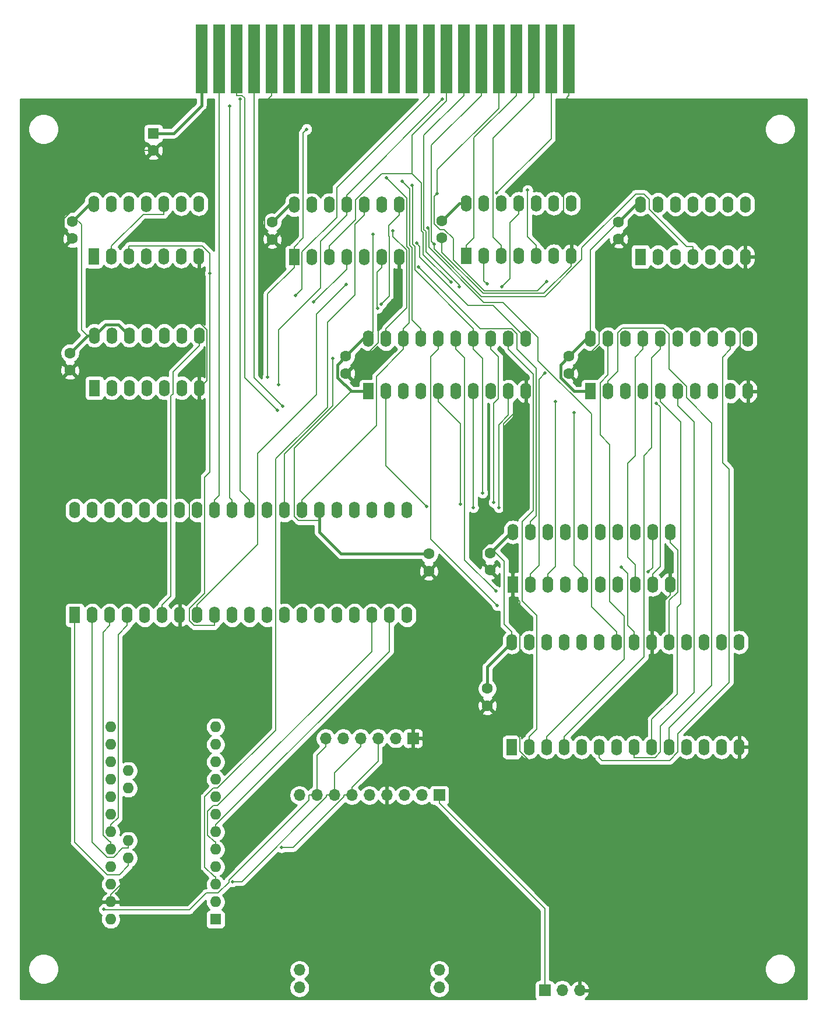
<source format=gtl>
G04 #@! TF.GenerationSoftware,KiCad,Pcbnew,(5.1.9)-1*
G04 #@! TF.CreationDate,2022-12-08T13:28:10+09:00*
G04 #@! TF.ProjectId,mz-2000,6d7a2d32-3030-4302-9e6b-696361645f70,rev?*
G04 #@! TF.SameCoordinates,PX20a6660PYbcc1c70*
G04 #@! TF.FileFunction,Copper,L1,Top*
G04 #@! TF.FilePolarity,Positive*
%FSLAX46Y46*%
G04 Gerber Fmt 4.6, Leading zero omitted, Abs format (unit mm)*
G04 Created by KiCad (PCBNEW (5.1.9)-1) date 2022-12-08 13:28:10*
%MOMM*%
%LPD*%
G01*
G04 APERTURE LIST*
G04 #@! TA.AperFunction,ConnectorPad*
%ADD10R,1.780000X10.000000*%
G04 #@! TD*
G04 #@! TA.AperFunction,ComponentPad*
%ADD11C,1.600000*%
G04 #@! TD*
G04 #@! TA.AperFunction,ComponentPad*
%ADD12R,1.700000X1.700000*%
G04 #@! TD*
G04 #@! TA.AperFunction,ComponentPad*
%ADD13O,1.700000X1.700000*%
G04 #@! TD*
G04 #@! TA.AperFunction,ComponentPad*
%ADD14O,1.600000X2.400000*%
G04 #@! TD*
G04 #@! TA.AperFunction,ComponentPad*
%ADD15R,1.600000X2.400000*%
G04 #@! TD*
G04 #@! TA.AperFunction,ComponentPad*
%ADD16R,1.600000X1.600000*%
G04 #@! TD*
G04 #@! TA.AperFunction,ComponentPad*
%ADD17O,1.600000X1.600000*%
G04 #@! TD*
G04 #@! TA.AperFunction,ViaPad*
%ADD18C,0.500000*%
G04 #@! TD*
G04 #@! TA.AperFunction,Conductor*
%ADD19C,0.200000*%
G04 #@! TD*
G04 #@! TA.AperFunction,Conductor*
%ADD20C,0.400000*%
G04 #@! TD*
G04 #@! TA.AperFunction,Conductor*
%ADD21C,0.254000*%
G04 #@! TD*
G04 #@! TA.AperFunction,Conductor*
%ADD22C,0.100000*%
G04 #@! TD*
G04 APERTURE END LIST*
D10*
X26940000Y137196000D03*
X29480000Y137196000D03*
X32020000Y137196000D03*
X34560000Y137196000D03*
X37100000Y137196000D03*
X39640000Y137196000D03*
X42180000Y137196000D03*
X44720000Y137196000D03*
X47260000Y137196000D03*
X49800000Y137196000D03*
X52340000Y137196000D03*
X54880000Y137196000D03*
X57420000Y137196000D03*
X59960000Y137196000D03*
X62500000Y137196000D03*
X65040000Y137196000D03*
X67580000Y137196000D03*
X70120000Y137196000D03*
X72660000Y137196000D03*
X75200000Y137196000D03*
X77740000Y137196000D03*
X80280000Y137196000D03*
D11*
X47895000Y93980000D03*
X47895000Y91480000D03*
X80280000Y91480000D03*
X80280000Y93980000D03*
X68469000Y45720000D03*
X68469000Y43220000D03*
X59960000Y62778000D03*
X59960000Y65278000D03*
X68850000Y62905000D03*
X68850000Y65405000D03*
X61865000Y113665000D03*
X61865000Y111165000D03*
X37215000Y110965000D03*
X37215000Y113465000D03*
X87544000Y113526000D03*
X87544000Y111026000D03*
X7825000Y91969000D03*
X7825000Y94469000D03*
X8132000Y113592000D03*
X8132000Y111092000D03*
D12*
X57674000Y38481000D03*
D13*
X55134000Y38481000D03*
X52594000Y38481000D03*
X50054000Y38481000D03*
X47514000Y38481000D03*
X44974000Y38481000D03*
X81880000Y1900000D03*
X79340000Y1900000D03*
D12*
X76800000Y1900000D03*
D14*
X65421000Y116205000D03*
X80661000Y108585000D03*
X67961000Y116205000D03*
X78121000Y108585000D03*
X70501000Y116205000D03*
X75581000Y108585000D03*
X73041000Y116205000D03*
X73041000Y108585000D03*
X75581000Y116205000D03*
X70501000Y108585000D03*
X78121000Y116205000D03*
X67961000Y108585000D03*
X80661000Y116205000D03*
D15*
X65421000Y108585000D03*
X40390000Y108385000D03*
D14*
X55630000Y116005000D03*
X42930000Y108385000D03*
X53090000Y116005000D03*
X45470000Y108385000D03*
X50550000Y116005000D03*
X48010000Y108385000D03*
X48010000Y116005000D03*
X50550000Y108385000D03*
X45470000Y116005000D03*
X53090000Y108385000D03*
X42930000Y116005000D03*
X55630000Y108385000D03*
X40390000Y116005000D03*
D15*
X90719000Y108446000D03*
D14*
X105959000Y116066000D03*
X93259000Y108446000D03*
X103419000Y116066000D03*
X95799000Y108446000D03*
X100879000Y116066000D03*
X98339000Y108446000D03*
X98339000Y116066000D03*
X100879000Y108446000D03*
X95799000Y116066000D03*
X103419000Y108446000D03*
X93259000Y116066000D03*
X105959000Y108446000D03*
X90719000Y116066000D03*
D15*
X11381000Y89389000D03*
D14*
X26621000Y97009000D03*
X13921000Y89389000D03*
X24081000Y97009000D03*
X16461000Y89389000D03*
X21541000Y97009000D03*
X19001000Y89389000D03*
X19001000Y97009000D03*
X21541000Y89389000D03*
X16461000Y97009000D03*
X24081000Y89389000D03*
X13921000Y97009000D03*
X26621000Y89389000D03*
X11381000Y97009000D03*
X11307000Y116132000D03*
X26547000Y108512000D03*
X13847000Y116132000D03*
X24007000Y108512000D03*
X16387000Y116132000D03*
X21467000Y108512000D03*
X18927000Y116132000D03*
X18927000Y108512000D03*
X21467000Y116132000D03*
X16387000Y108512000D03*
X24007000Y116132000D03*
X13847000Y108512000D03*
X26547000Y116132000D03*
D15*
X11307000Y108512000D03*
X51197000Y88900000D03*
D14*
X74057000Y96520000D03*
X53737000Y88900000D03*
X71517000Y96520000D03*
X56277000Y88900000D03*
X68977000Y96520000D03*
X58817000Y88900000D03*
X66437000Y96520000D03*
X61357000Y88900000D03*
X63897000Y96520000D03*
X63897000Y88900000D03*
X61357000Y96520000D03*
X66437000Y88900000D03*
X58817000Y96520000D03*
X68977000Y88900000D03*
X56277000Y96520000D03*
X71517000Y88900000D03*
X53737000Y96520000D03*
X74057000Y88900000D03*
X51197000Y96520000D03*
X83455000Y96520000D03*
X106315000Y88900000D03*
X85995000Y96520000D03*
X103775000Y88900000D03*
X88535000Y96520000D03*
X101235000Y88900000D03*
X91075000Y96520000D03*
X98695000Y88900000D03*
X93615000Y96520000D03*
X96155000Y88900000D03*
X96155000Y96520000D03*
X93615000Y88900000D03*
X98695000Y96520000D03*
X91075000Y88900000D03*
X101235000Y96520000D03*
X88535000Y88900000D03*
X103775000Y96520000D03*
X85995000Y88900000D03*
X106315000Y96520000D03*
D15*
X83455000Y88900000D03*
X72152000Y60833000D03*
D14*
X95012000Y68453000D03*
X74692000Y60833000D03*
X92472000Y68453000D03*
X77232000Y60833000D03*
X89932000Y68453000D03*
X79772000Y60833000D03*
X87392000Y68453000D03*
X82312000Y60833000D03*
X84852000Y68453000D03*
X84852000Y60833000D03*
X82312000Y68453000D03*
X87392000Y60833000D03*
X79772000Y68453000D03*
X89932000Y60833000D03*
X77232000Y68453000D03*
X92472000Y60833000D03*
X74692000Y68453000D03*
X95012000Y60833000D03*
X72152000Y68453000D03*
D15*
X72025000Y37211000D03*
D14*
X105045000Y52451000D03*
X74565000Y37211000D03*
X102505000Y52451000D03*
X77105000Y37211000D03*
X99965000Y52451000D03*
X79645000Y37211000D03*
X97425000Y52451000D03*
X82185000Y37211000D03*
X94885000Y52451000D03*
X84725000Y37211000D03*
X92345000Y52451000D03*
X87265000Y37211000D03*
X89805000Y52451000D03*
X89805000Y37211000D03*
X87265000Y52451000D03*
X92345000Y37211000D03*
X84725000Y52451000D03*
X94885000Y37211000D03*
X82185000Y52451000D03*
X97425000Y37211000D03*
X79645000Y52451000D03*
X99965000Y37211000D03*
X77105000Y52451000D03*
X102505000Y37211000D03*
X74565000Y52451000D03*
X105045000Y37211000D03*
X72025000Y52451000D03*
D15*
X8525000Y56388000D03*
D14*
X56785000Y71628000D03*
X11065000Y56388000D03*
X54245000Y71628000D03*
X13605000Y56388000D03*
X51705000Y71628000D03*
X16145000Y56388000D03*
X49165000Y71628000D03*
X18685000Y56388000D03*
X46625000Y71628000D03*
X21225000Y56388000D03*
X44085000Y71628000D03*
X23765000Y56388000D03*
X41545000Y71628000D03*
X26305000Y56388000D03*
X39005000Y71628000D03*
X28845000Y56388000D03*
X36465000Y71628000D03*
X31385000Y56388000D03*
X33925000Y71628000D03*
X33925000Y56388000D03*
X31385000Y71628000D03*
X36465000Y56388000D03*
X28845000Y71628000D03*
X39005000Y56388000D03*
X26305000Y71628000D03*
X41545000Y56388000D03*
X23765000Y71628000D03*
X44085000Y56388000D03*
X21225000Y71628000D03*
X46625000Y56388000D03*
X18685000Y71628000D03*
X49165000Y56388000D03*
X16145000Y71628000D03*
X51705000Y56388000D03*
X13605000Y71628000D03*
X54245000Y56388000D03*
X11065000Y71628000D03*
X56785000Y56388000D03*
X8525000Y71628000D03*
D12*
X61484000Y30226000D03*
D13*
X58944000Y30226000D03*
X56404000Y30226000D03*
X53864000Y30226000D03*
X51324000Y30226000D03*
X48784000Y30226000D03*
X46244000Y30226000D03*
X43704000Y30226000D03*
X41164000Y30226000D03*
X41164000Y2286000D03*
X41164000Y4826000D03*
X61484000Y2286000D03*
X61484000Y4826000D03*
D16*
X28972000Y12192000D03*
D17*
X28972000Y14732000D03*
X28972000Y17272000D03*
X13732000Y40132000D03*
X28972000Y19812000D03*
X13732000Y37592000D03*
X28972000Y22352000D03*
X13732000Y35052000D03*
X28972000Y24892000D03*
X13732000Y32512000D03*
X28972000Y27432000D03*
X13732000Y29972000D03*
X28972000Y29972000D03*
X13732000Y27432000D03*
X28972000Y32512000D03*
X13732000Y24892000D03*
X28972000Y35052000D03*
X13732000Y22352000D03*
X28972000Y37592000D03*
X13732000Y19812000D03*
X28972000Y40132000D03*
X13732000Y17272000D03*
X13732000Y14732000D03*
X13732000Y12192000D03*
X16272000Y21082000D03*
X16272000Y23622000D03*
X16272000Y31242000D03*
X16272000Y33782000D03*
D16*
X19955000Y126365000D03*
D11*
X19955000Y123865000D03*
D18*
X51820000Y111694000D03*
X80090500Y131362600D03*
X66437000Y72024300D03*
X37970000Y86154300D03*
X78343700Y87399700D03*
X76853500Y91558000D03*
X38705200Y86748100D03*
X40612100Y102860000D03*
X63181600Y104747000D03*
X64396800Y104097900D03*
X60751200Y110255500D03*
X77063800Y104832000D03*
X61171900Y117605400D03*
X47956800Y104429200D03*
X28157700Y106020200D03*
X69814300Y117705200D03*
X81042000Y85820000D03*
X31034700Y130341000D03*
X69400000Y72772200D03*
X32580500Y131335000D03*
X67762100Y74163500D03*
X57564000Y118847700D03*
X46023500Y93721400D03*
X56105200Y119400300D03*
X93034800Y87188300D03*
X53806700Y119965000D03*
X36545800Y90989100D03*
X42207000Y126994300D03*
X70594800Y104128700D03*
X74311000Y118150700D03*
X61953800Y131323900D03*
X38133500Y89872700D03*
X38534000Y22622200D03*
X31461600Y17667500D03*
X12760200Y13637700D03*
X68437600Y104476100D03*
X53001500Y101584900D03*
X43261200Y101863500D03*
X58484100Y106946200D03*
X58170700Y110436600D03*
X59633900Y72202300D03*
X64570000Y72479900D03*
X69733800Y59856400D03*
X87903800Y63394500D03*
X69875800Y57786100D03*
X70128400Y72004200D03*
X91855500Y62662900D03*
X59800500Y112632600D03*
X52526600Y100991600D03*
X54729900Y112252300D03*
D19*
X61484000Y30226000D02*
X61484000Y29075700D01*
X61484000Y29075700D02*
X76800000Y13759700D01*
X76800000Y13759700D02*
X76800000Y1900000D01*
D20*
X10365000Y97009000D02*
X11381000Y97009000D01*
X7825000Y94469000D02*
X10365000Y97009000D01*
D19*
X8582100Y114042100D02*
X9503400Y113120800D01*
X9503400Y113120800D02*
X9503400Y97870600D01*
X9503400Y97870600D02*
X10365000Y97009000D01*
D20*
X8582100Y114042100D02*
X10672000Y116132000D01*
X10672000Y116132000D02*
X11307000Y116132000D01*
X8132000Y113592000D02*
X8582100Y114042100D01*
X44085000Y70127600D02*
X44085000Y71628000D01*
X59960000Y65278000D02*
X47222000Y65278000D01*
X47222000Y65278000D02*
X44085000Y68415000D01*
X44085000Y68415000D02*
X44085000Y70127600D01*
D19*
X48682700Y88916400D02*
X40416700Y80650400D01*
X40416700Y80650400D02*
X40416700Y70742900D01*
X40416700Y70742900D02*
X41032000Y70127600D01*
X41032000Y70127600D02*
X44085000Y70127600D01*
D20*
X48682700Y88916400D02*
X48699000Y88900000D01*
X48699000Y88900000D02*
X51197000Y88900000D01*
X47895000Y93980000D02*
X46695000Y92780000D01*
X46695000Y92780000D02*
X46695000Y90904000D01*
X46695000Y90904000D02*
X48682700Y88916400D01*
D19*
X50816000Y96520000D02*
X51820000Y97524000D01*
X51820000Y97524000D02*
X51820000Y111694000D01*
D20*
X50816000Y96520000D02*
X51197000Y96520000D01*
X47895000Y93980000D02*
X50435000Y96520000D01*
X50435000Y96520000D02*
X50816000Y96520000D01*
D19*
X72025000Y52451000D02*
X72025000Y53951300D01*
X69300100Y65855100D02*
X70933200Y64222000D01*
X70933200Y64222000D02*
X70933200Y55043100D01*
X70933200Y55043100D02*
X72025000Y53951300D01*
D20*
X69300100Y65855100D02*
X71898000Y68453000D01*
X71898000Y68453000D02*
X72152000Y68453000D01*
X68850000Y65405000D02*
X69300100Y65855100D01*
X80280000Y93980000D02*
X79080000Y92780000D01*
X79080000Y92780000D02*
X79080000Y90904000D01*
X79080000Y90904000D02*
X81084000Y88900000D01*
X81084000Y88900000D02*
X83455000Y88900000D01*
X68469000Y45720000D02*
X68469000Y48895000D01*
X68469000Y48895000D02*
X72025000Y52451000D01*
D19*
X87544000Y113526000D02*
X83455000Y109437000D01*
X83455000Y109437000D02*
X83455000Y96520000D01*
D20*
X87544000Y113526000D02*
X90084000Y116066000D01*
X90084000Y116066000D02*
X90719000Y116066000D01*
X80280000Y93980000D02*
X82820000Y96520000D01*
X82820000Y96520000D02*
X83455000Y96520000D01*
X61865000Y113665000D02*
X64405000Y116205000D01*
X64405000Y116205000D02*
X65421000Y116205000D01*
X37215000Y113465000D02*
X39755000Y116005000D01*
X39755000Y116005000D02*
X40390000Y116005000D01*
X19955000Y126365000D02*
X22865000Y126365000D01*
X22865000Y126365000D02*
X26940000Y130440000D01*
X26940000Y130440000D02*
X26940000Y137196000D01*
X12981010Y98609010D02*
X11381000Y97009000D01*
X14860990Y98609010D02*
X12981010Y98609010D01*
X16461000Y97009000D02*
X14860990Y98609010D01*
D19*
X80661000Y107084700D02*
X76701400Y103125100D01*
X76701400Y103125100D02*
X67846400Y103125100D01*
X67846400Y103125100D02*
X61865000Y109106500D01*
X61865000Y109106500D02*
X61865000Y111165000D01*
X80661000Y110085300D02*
X79557700Y111188600D01*
X79557700Y111188600D02*
X79557700Y130829800D01*
X79557700Y130829800D02*
X80090500Y131362600D01*
X80090500Y131362600D02*
X80090500Y131706200D01*
X80090500Y131706200D02*
X80280000Y131895700D01*
X80280000Y137196000D02*
X80280000Y131895700D01*
X80661000Y108585000D02*
X80661000Y110085300D01*
X80661000Y108151500D02*
X80661000Y108585000D01*
X37100000Y137196000D02*
X37100000Y131895700D01*
X37215000Y110965000D02*
X36087800Y112092200D01*
X36087800Y112092200D02*
X36087800Y130883500D01*
X36087800Y130883500D02*
X37100000Y131895700D01*
X80661000Y108151500D02*
X80661000Y107084700D01*
X55630000Y108385000D02*
X55630000Y102713700D01*
X55630000Y102713700D02*
X52608700Y99692400D01*
X52608700Y99692400D02*
X52608700Y95968200D01*
X52608700Y95968200D02*
X48120500Y91480000D01*
X48120500Y91480000D02*
X47895000Y91480000D01*
X68850000Y62905000D02*
X67712800Y64042200D01*
X67712800Y64042200D02*
X67712800Y65840100D01*
X67712800Y65840100D02*
X70816600Y68943900D01*
X70816600Y68943900D02*
X70816600Y84159300D01*
X70816600Y84159300D02*
X74057000Y87399700D01*
X26621000Y89389000D02*
X26621000Y87888700D01*
X23765000Y56388000D02*
X23765000Y57888300D01*
X23765000Y57888300D02*
X25172400Y59295700D01*
X25172400Y59295700D02*
X25172400Y86440100D01*
X25172400Y86440100D02*
X26621000Y87888700D01*
X13732000Y15832300D02*
X13869500Y15832300D01*
X13869500Y15832300D02*
X23765000Y25727800D01*
X23765000Y25727800D02*
X23765000Y56388000D01*
X92345000Y52451000D02*
X92345000Y53951300D01*
X95012000Y59332700D02*
X92345000Y56665700D01*
X92345000Y56665700D02*
X92345000Y53951300D01*
X8132000Y111092000D02*
X7018700Y112205300D01*
X7018700Y112205300D02*
X7018700Y114037700D01*
X7018700Y114037700D02*
X16846000Y123865000D01*
X16846000Y123865000D02*
X19955000Y123865000D01*
X106315000Y88900000D02*
X106315000Y90400300D01*
X105959000Y108446000D02*
X105959000Y106945700D01*
X105959000Y106945700D02*
X105159300Y106146000D01*
X105159300Y106146000D02*
X105159300Y91556000D01*
X105159300Y91556000D02*
X106315000Y90400300D01*
X68469000Y43220000D02*
X73153400Y38535600D01*
X73153400Y38535600D02*
X73153400Y36652300D01*
X73153400Y36652300D02*
X87343800Y22461900D01*
X87343800Y22461900D02*
X91796200Y22461900D01*
X91796200Y22461900D02*
X105045000Y35710700D01*
X87343800Y22461900D02*
X87343800Y18009500D01*
X87343800Y18009500D02*
X81880000Y12545700D01*
X81880000Y12545700D02*
X81880000Y1900000D01*
X72152000Y59332700D02*
X73152100Y58332600D01*
X73152100Y58332600D02*
X73152100Y47903100D01*
X73152100Y47903100D02*
X68469000Y43220000D01*
X105045000Y37211000D02*
X105045000Y35710700D01*
X74057000Y88900000D02*
X74057000Y87399700D01*
X80280000Y91480000D02*
X80403000Y91480000D01*
X80403000Y91480000D02*
X84725000Y95802000D01*
X84725000Y95802000D02*
X84725000Y108207000D01*
X84725000Y108207000D02*
X87544000Y111026000D01*
X13732000Y14732000D02*
X13732000Y15832300D01*
X72152000Y60833000D02*
X72152000Y59332700D01*
X95012000Y60833000D02*
X95012000Y59332700D01*
X57674000Y38481000D02*
X57674000Y37330700D01*
X53864000Y30226000D02*
X53864000Y33520700D01*
X53864000Y33520700D02*
X57674000Y37330700D01*
X27721010Y90489010D02*
X26621000Y89389000D01*
X27721010Y97864639D02*
X27721010Y90489010D01*
X26547000Y99038649D02*
X27721010Y97864639D01*
X26547000Y108512000D02*
X26547000Y99038649D01*
X66437000Y88900000D02*
X66437000Y72024300D01*
X28845000Y73128300D02*
X29480000Y73763300D01*
X29480000Y73763300D02*
X29480000Y131895700D01*
X29480000Y137196000D02*
X29480000Y131895700D01*
X28845000Y71628000D02*
X28845000Y73128300D01*
X32020000Y131895700D02*
X32838400Y131895700D01*
X32838400Y131895700D02*
X33210300Y131523800D01*
X33210300Y131523800D02*
X33210300Y90914000D01*
X33210300Y90914000D02*
X37970000Y86154300D01*
X32020000Y137196000D02*
X32020000Y131895700D01*
X77232000Y62333300D02*
X78343700Y63445000D01*
X78343700Y63445000D02*
X78343700Y87399700D01*
X77232000Y60833000D02*
X77232000Y62333300D01*
X74692000Y60833000D02*
X74692000Y62333300D01*
X76853500Y91558000D02*
X75962000Y90666500D01*
X75962000Y90666500D02*
X75962000Y63603300D01*
X75962000Y63603300D02*
X74692000Y62333300D01*
X38705200Y86748100D02*
X34560000Y90893300D01*
X34560000Y90893300D02*
X34560000Y131895700D01*
X34560000Y137196000D02*
X34560000Y131895700D01*
X59960000Y137196000D02*
X59960000Y131895700D01*
X40612100Y102860000D02*
X41518400Y103766300D01*
X41518400Y103766300D02*
X41518400Y109138000D01*
X41518400Y109138000D02*
X46570400Y114190000D01*
X46570400Y114190000D02*
X46570400Y118506100D01*
X46570400Y118506100D02*
X59960000Y131895700D01*
X57498800Y120523000D02*
X58849900Y119171900D01*
X58849900Y119171900D02*
X58849900Y112238900D01*
X58849900Y112238900D02*
X59150000Y111938800D01*
X59150000Y111938800D02*
X59150000Y108778600D01*
X59150000Y108778600D02*
X63181600Y104747000D01*
X57498800Y120523000D02*
X57498800Y126090600D01*
X57498800Y126090600D02*
X62542800Y131134600D01*
X62542800Y131134600D02*
X62542800Y131852900D01*
X62542800Y131852900D02*
X62500000Y131895700D01*
X45470000Y108385000D02*
X45470000Y109991000D01*
X45470000Y109991000D02*
X49280000Y113801000D01*
X49280000Y113801000D02*
X49280000Y116691400D01*
X49280000Y116691400D02*
X53111600Y120523000D01*
X53111600Y120523000D02*
X57498800Y120523000D01*
X62500000Y137196000D02*
X62500000Y131895700D01*
X65040000Y131895700D02*
X59250200Y126105900D01*
X59250200Y126105900D02*
X59250200Y112404700D01*
X59250200Y112404700D02*
X59550300Y112104600D01*
X59550300Y112104600D02*
X59550300Y109156800D01*
X59550300Y109156800D02*
X64396800Y104310300D01*
X64396800Y104310300D02*
X64396800Y104097900D01*
X65040000Y137196000D02*
X65040000Y131895700D01*
X98339000Y108446000D02*
X98339000Y109946300D01*
X98339000Y109946300D02*
X97401300Y109946300D01*
X97401300Y109946300D02*
X91989000Y115358600D01*
X91989000Y115358600D02*
X91989000Y116788700D01*
X91989000Y116788700D02*
X91191700Y117586000D01*
X91191700Y117586000D02*
X90005500Y117586000D01*
X90005500Y117586000D02*
X82199700Y109780200D01*
X82199700Y109780200D02*
X82199700Y108057100D01*
X82199700Y108057100D02*
X76831500Y102688900D01*
X76831500Y102688900D02*
X67644300Y102688900D01*
X67644300Y102688900D02*
X60751200Y109582000D01*
X60751200Y109582000D02*
X60751200Y110255500D01*
X67580000Y131895700D02*
X60350900Y124666600D01*
X60350900Y124666600D02*
X60350900Y110655800D01*
X60350900Y110655800D02*
X60751200Y110255500D01*
X67580000Y137196000D02*
X67580000Y131895700D01*
X77063800Y104832000D02*
X75757300Y103525500D01*
X75757300Y103525500D02*
X68012400Y103525500D01*
X68012400Y103525500D02*
X63516100Y108021800D01*
X63516100Y108021800D02*
X63516100Y111083800D01*
X63516100Y111083800D02*
X62184900Y112415000D01*
X62184900Y112415000D02*
X61557300Y112415000D01*
X61557300Y112415000D02*
X60751300Y113221000D01*
X60751300Y113221000D02*
X60751300Y117184800D01*
X60751300Y117184800D02*
X61171900Y117605400D01*
X61171900Y117605400D02*
X61171900Y121090200D01*
X61171900Y121090200D02*
X70120000Y130038300D01*
X70120000Y130038300D02*
X70120000Y137196000D01*
X65421000Y110085300D02*
X66521300Y111185600D01*
X66521300Y111185600D02*
X66521300Y125757000D01*
X66521300Y125757000D02*
X72660000Y131895700D01*
X72660000Y137196000D02*
X72660000Y131895700D01*
X65421000Y108585000D02*
X65421000Y110085300D01*
X26305000Y56388000D02*
X26305000Y57888300D01*
X26305000Y57888300D02*
X35108600Y66691900D01*
X35108600Y66691900D02*
X35108600Y79890600D01*
X35108600Y79890600D02*
X43616200Y88398200D01*
X43616200Y88398200D02*
X43616200Y100088600D01*
X43616200Y100088600D02*
X47956800Y104429200D01*
X70501000Y108585000D02*
X70501000Y110085300D01*
X70501000Y110085300D02*
X69263900Y111322400D01*
X69263900Y111322400D02*
X69263900Y125663900D01*
X69263900Y125663900D02*
X75200000Y131600000D01*
X75200000Y131600000D02*
X75200000Y137196000D01*
X28845000Y54887700D02*
X25844700Y54887700D01*
X25844700Y54887700D02*
X25181800Y55550600D01*
X25181800Y55550600D02*
X25181800Y57331400D01*
X25181800Y57331400D02*
X27405400Y59555000D01*
X27405400Y59555000D02*
X27405400Y76448300D01*
X27405400Y76448300D02*
X28157700Y77200600D01*
X28157700Y77200600D02*
X28157700Y106020200D01*
X16387000Y108512000D02*
X16387000Y110012300D01*
X28157700Y106020200D02*
X28157700Y108878800D01*
X28157700Y108878800D02*
X27024200Y110012300D01*
X27024200Y110012300D02*
X16387000Y110012300D01*
X77740000Y137196000D02*
X77740000Y125630900D01*
X77740000Y125630900D02*
X69814300Y117705200D01*
X28845000Y56388000D02*
X28845000Y54887700D01*
X82312000Y62333300D02*
X81042000Y63603300D01*
X81042000Y63603300D02*
X81042000Y85820000D01*
X31385000Y73128300D02*
X31034700Y73478600D01*
X31034700Y73478600D02*
X31034700Y130341000D01*
X82312000Y60833000D02*
X82312000Y62333300D01*
X31385000Y71628000D02*
X31385000Y73128300D01*
X69400000Y72772200D02*
X69400000Y87118700D01*
X69400000Y87118700D02*
X70079600Y87798300D01*
X70079600Y87798300D02*
X70079600Y93917100D01*
X70079600Y93917100D02*
X68977000Y95019700D01*
X68977000Y96520000D02*
X68977000Y95019700D01*
X32580500Y131335000D02*
X32580500Y74472800D01*
X32580500Y74472800D02*
X33925000Y73128300D01*
X33925000Y71628000D02*
X33925000Y73128300D01*
X66437000Y98020300D02*
X57933700Y106523600D01*
X57933700Y106523600D02*
X57933700Y109895400D01*
X57933700Y109895400D02*
X57593700Y110235400D01*
X57593700Y110235400D02*
X57593700Y118818000D01*
X57593700Y118818000D02*
X57564000Y118847700D01*
X66437000Y96520000D02*
X66437000Y95019700D01*
X66437000Y95019700D02*
X67762100Y93694600D01*
X67762100Y93694600D02*
X67762100Y74163500D01*
X66437000Y96774700D02*
X66437000Y96520000D01*
X66437000Y96774700D02*
X66437000Y98020300D01*
X56105200Y119400300D02*
X57193400Y118312100D01*
X57193400Y118312100D02*
X57193400Y110069600D01*
X57193400Y110069600D02*
X57533400Y109729600D01*
X57533400Y109729600D02*
X57533400Y99303900D01*
X57533400Y99303900D02*
X58817000Y98020300D01*
X39005000Y73128300D02*
X39005000Y79804900D01*
X39005000Y79804900D02*
X46023500Y86823400D01*
X46023500Y86823400D02*
X46023500Y93721400D01*
X91075000Y96520000D02*
X91075000Y95019700D01*
X91075000Y95019700D02*
X89946700Y93891400D01*
X89946700Y93891400D02*
X89946700Y79543500D01*
X89946700Y79543500D02*
X88821400Y78418200D01*
X88821400Y78418200D02*
X88821400Y64831100D01*
X88821400Y64831100D02*
X89932000Y63720500D01*
X89932000Y63720500D02*
X89932000Y60833000D01*
X39005000Y71628000D02*
X39005000Y73128300D01*
X58817000Y96520000D02*
X58817000Y98020300D01*
X53806700Y119965000D02*
X56793100Y116978600D01*
X56793100Y116978600D02*
X56793100Y109903800D01*
X56793100Y109903800D02*
X57133100Y109563800D01*
X57133100Y109563800D02*
X57133100Y98876400D01*
X57133100Y98876400D02*
X56277000Y98020300D01*
X92472000Y60833000D02*
X92472000Y62333300D01*
X93034800Y87188300D02*
X93572300Y86650800D01*
X93572300Y86650800D02*
X93572300Y63433600D01*
X93572300Y63433600D02*
X92472000Y62333300D01*
X56277000Y96520000D02*
X56277000Y95019700D01*
X41545000Y71628000D02*
X41545000Y73128300D01*
X41545000Y73128300D02*
X52325400Y83908700D01*
X52325400Y83908700D02*
X52325400Y91068100D01*
X52325400Y91068100D02*
X56277000Y95019700D01*
X56277000Y96520000D02*
X56277000Y98020300D01*
X40390000Y106884700D02*
X36545800Y103040500D01*
X36545800Y103040500D02*
X36545800Y90989100D01*
X40390000Y108385000D02*
X40390000Y106884700D01*
X42207000Y126994300D02*
X41680600Y126467900D01*
X41680600Y126467900D02*
X41680600Y111175900D01*
X41680600Y111175900D02*
X40390000Y109885300D01*
X40390000Y108818500D02*
X40390000Y108385000D01*
X40390000Y108818500D02*
X40390000Y109885300D01*
X73041000Y114704700D02*
X71771000Y113434700D01*
X71771000Y113434700D02*
X71771000Y105304900D01*
X71771000Y105304900D02*
X70594800Y104128700D01*
X73041000Y116205000D02*
X73041000Y114704700D01*
X75581000Y108585000D02*
X75581000Y110085300D01*
X75581000Y110085300D02*
X74311000Y111355300D01*
X74311000Y111355300D02*
X74311000Y118150700D01*
X61953800Y131323900D02*
X48135200Y117505300D01*
X48135200Y117505300D02*
X48010000Y117505300D01*
X48010000Y116005000D02*
X48010000Y117505300D01*
X48010000Y116005000D02*
X48010000Y114504700D01*
X38133500Y89872700D02*
X38133500Y97819900D01*
X38133500Y97819900D02*
X44200000Y103886400D01*
X44200000Y103886400D02*
X44200000Y110694700D01*
X44200000Y110694700D02*
X48010000Y114504700D01*
X48784000Y30226000D02*
X47633700Y30226000D01*
X38534000Y22622200D02*
X40268200Y22622200D01*
X40268200Y22622200D02*
X47633700Y29987700D01*
X47633700Y29987700D02*
X47633700Y30226000D01*
X48784000Y30226000D02*
X48784000Y31376300D01*
X48784000Y31376300D02*
X52594000Y35186300D01*
X52594000Y35186300D02*
X52594000Y38481000D01*
X46244000Y30226000D02*
X45093700Y30226000D01*
X31461600Y17667500D02*
X32773500Y17667500D01*
X32773500Y17667500D02*
X45093700Y29987700D01*
X45093700Y29987700D02*
X45093700Y30226000D01*
X50054000Y38481000D02*
X50054000Y37330700D01*
X46244000Y30226000D02*
X46244000Y33520700D01*
X46244000Y33520700D02*
X50054000Y37330700D01*
X42553700Y30226000D02*
X42553700Y29537800D01*
X42553700Y29537800D02*
X30911300Y17895400D01*
X30911300Y17895400D02*
X30911300Y17601700D01*
X30911300Y17601700D02*
X29311600Y16002000D01*
X29311600Y16002000D02*
X27605700Y16002000D01*
X27605700Y16002000D02*
X25153600Y13549900D01*
X25153600Y13549900D02*
X12848000Y13549900D01*
X12848000Y13549900D02*
X12760200Y13637700D01*
X43704000Y30226000D02*
X42553700Y30226000D01*
X44974000Y38481000D02*
X44974000Y37330700D01*
X43704000Y30226000D02*
X43704000Y36060700D01*
X43704000Y36060700D02*
X44974000Y37330700D01*
X67961000Y107084700D02*
X67961000Y104952700D01*
X67961000Y104952700D02*
X68437600Y104476100D01*
X67961000Y108585000D02*
X67961000Y107084700D01*
X55630000Y114504700D02*
X54109400Y112984100D01*
X54109400Y112984100D02*
X54109400Y111433600D01*
X54109400Y111433600D02*
X54190400Y111352600D01*
X54190400Y111352600D02*
X54190400Y102773800D01*
X54190400Y102773800D02*
X53001500Y101584900D01*
X55630000Y116005000D02*
X55630000Y114504700D01*
X13847000Y108512000D02*
X13847000Y110012300D01*
X21467000Y116132000D02*
X21467000Y114631700D01*
X21467000Y114631700D02*
X18466400Y114631700D01*
X18466400Y114631700D02*
X13847000Y110012300D01*
X43261200Y101863500D02*
X48010000Y106612300D01*
X48010000Y106612300D02*
X48010000Y108385000D01*
X50550000Y116005000D02*
X50550000Y114504700D01*
X28972000Y17272000D02*
X28972000Y18372300D01*
X28972000Y18372300D02*
X28834500Y18372300D01*
X28834500Y18372300D02*
X27427400Y19779400D01*
X27427400Y19779400D02*
X27427400Y29990000D01*
X27427400Y29990000D02*
X28679400Y31242000D01*
X28679400Y31242000D02*
X29288800Y31242000D01*
X29288800Y31242000D02*
X37735000Y39688200D01*
X37735000Y39688200D02*
X37735000Y79101300D01*
X37735000Y79101300D02*
X45239800Y86606100D01*
X45239800Y86606100D02*
X45239800Y98907600D01*
X45239800Y98907600D02*
X49233000Y102900800D01*
X49233000Y102900800D02*
X49233000Y113187700D01*
X49233000Y113187700D02*
X50550000Y114504700D01*
X26621000Y97009000D02*
X26621000Y95508700D01*
X21225000Y56388000D02*
X21225000Y57888300D01*
X21225000Y57888300D02*
X22495000Y59158300D01*
X22495000Y59158300D02*
X22495000Y88231500D01*
X22495000Y88231500D02*
X22811000Y88547500D01*
X22811000Y88547500D02*
X22811000Y91698700D01*
X22811000Y91698700D02*
X26621000Y95508700D01*
X74692000Y69953300D02*
X75561600Y70822900D01*
X75561600Y70822900D02*
X75561600Y92245000D01*
X75561600Y92245000D02*
X72787000Y95019600D01*
X72787000Y95019600D02*
X72787000Y97249000D01*
X72787000Y97249000D02*
X72015700Y98020300D01*
X72015700Y98020300D02*
X67410000Y98020300D01*
X67410000Y98020300D02*
X58484100Y106946200D01*
X74692000Y68453000D02*
X74692000Y69953300D01*
X58170700Y110436600D02*
X58645200Y109962100D01*
X58645200Y109962100D02*
X58645200Y108447600D01*
X58645200Y108447600D02*
X65673000Y101419800D01*
X65673000Y101419800D02*
X69270800Y101419800D01*
X69270800Y101419800D02*
X74057000Y96633600D01*
X74057000Y96633600D02*
X74057000Y96520000D01*
X59633900Y72202300D02*
X53737000Y78099200D01*
X53737000Y78099200D02*
X53737000Y88900000D01*
X71517000Y95019700D02*
X75160400Y91376300D01*
X75160400Y91376300D02*
X75160400Y71605400D01*
X75160400Y71605400D02*
X73560000Y70005000D01*
X73560000Y70005000D02*
X73560000Y58491000D01*
X73560000Y58491000D02*
X75676200Y56374800D01*
X75676200Y56374800D02*
X75676200Y39822500D01*
X75676200Y39822500D02*
X74565000Y38711300D01*
X71517000Y96520000D02*
X71517000Y95019700D01*
X74565000Y37211000D02*
X74565000Y38711300D01*
X61357000Y88900000D02*
X61357000Y87399700D01*
X64570000Y72479900D02*
X64570000Y84186700D01*
X64570000Y84186700D02*
X61357000Y87399700D01*
X69733800Y59856400D02*
X65187500Y64402700D01*
X65187500Y64402700D02*
X65187500Y93729200D01*
X65187500Y93729200D02*
X63897000Y95019700D01*
X63897000Y96520000D02*
X63897000Y95019700D01*
X89805000Y52451000D02*
X89805000Y53951300D01*
X89805000Y53951300D02*
X88831600Y54924700D01*
X88831600Y54924700D02*
X88831600Y62466700D01*
X88831600Y62466700D02*
X87903800Y63394500D01*
X69875800Y57786100D02*
X60250100Y67411800D01*
X60250100Y67411800D02*
X60250100Y93912800D01*
X60250100Y93912800D02*
X61357000Y95019700D01*
X61357000Y96520000D02*
X61357000Y95019700D01*
X70128400Y72004200D02*
X70128400Y84037400D01*
X70128400Y84037400D02*
X71517000Y85426000D01*
X71517000Y85426000D02*
X71517000Y88900000D01*
X77105000Y37211000D02*
X77105000Y38711300D01*
X77105000Y38711300D02*
X88367500Y49973800D01*
X88367500Y49973800D02*
X88367500Y56233200D01*
X88367500Y56233200D02*
X86263700Y58337000D01*
X86263700Y58337000D02*
X86263700Y81165700D01*
X86263700Y81165700D02*
X84854400Y82575000D01*
X84854400Y82575000D02*
X84854400Y90129400D01*
X84854400Y90129400D02*
X85995000Y91270000D01*
X85995000Y91270000D02*
X85995000Y96520000D01*
X93615000Y96520000D02*
X93615000Y95019700D01*
X79645000Y37211000D02*
X79645000Y38711300D01*
X79645000Y38711300D02*
X91232500Y50298800D01*
X91232500Y50298800D02*
X91232500Y79574500D01*
X91232500Y79574500D02*
X92345000Y80687000D01*
X92345000Y80687000D02*
X92345000Y93749700D01*
X92345000Y93749700D02*
X93615000Y95019700D01*
X89805000Y37211000D02*
X89805000Y35710700D01*
X89805000Y35710700D02*
X92818400Y35710700D01*
X92818400Y35710700D02*
X93615000Y36507300D01*
X93615000Y36507300D02*
X93615000Y40267400D01*
X93615000Y40267400D02*
X98525500Y45177900D01*
X98525500Y45177900D02*
X98525500Y84478900D01*
X98525500Y84478900D02*
X96155000Y86849400D01*
X96155000Y86849400D02*
X96155000Y88900000D01*
X92345000Y37211000D02*
X92345000Y41251300D01*
X92345000Y41251300D02*
X96028700Y44935000D01*
X96028700Y44935000D02*
X96028700Y57500300D01*
X96028700Y57500300D02*
X96545300Y58016900D01*
X96545300Y58016900D02*
X96545300Y84469400D01*
X96545300Y84469400D02*
X93615000Y87399700D01*
X93615000Y88900000D02*
X93615000Y87399700D01*
X84725000Y35710700D02*
X85155100Y35280600D01*
X85155100Y35280600D02*
X94915300Y35280600D01*
X94915300Y35280600D02*
X96155000Y36520300D01*
X96155000Y36520300D02*
X96155000Y39180800D01*
X96155000Y39180800D02*
X103606200Y46632000D01*
X103606200Y46632000D02*
X103606200Y77557600D01*
X103606200Y77557600D02*
X102642700Y78521100D01*
X102642700Y78521100D02*
X102642700Y93887400D01*
X102642700Y93887400D02*
X103775000Y95019700D01*
X103775000Y96520000D02*
X103775000Y95019700D01*
X84725000Y37211000D02*
X84725000Y35710700D01*
X85995000Y88900000D02*
X85995000Y90400300D01*
X94885000Y37211000D02*
X94885000Y39969700D01*
X94885000Y39969700D02*
X101078200Y46162900D01*
X101078200Y46162900D02*
X101078200Y84316600D01*
X101078200Y84316600D02*
X97425000Y87969800D01*
X97425000Y87969800D02*
X97425000Y89646600D01*
X97425000Y89646600D02*
X94885000Y92186600D01*
X94885000Y92186600D02*
X94885000Y97207700D01*
X94885000Y97207700D02*
X94024500Y98068200D01*
X94024500Y98068200D02*
X88067200Y98068200D01*
X88067200Y98068200D02*
X87434600Y97435600D01*
X87434600Y97435600D02*
X87434600Y91839900D01*
X87434600Y91839900D02*
X85995000Y90400300D01*
X94885000Y52451000D02*
X94885000Y53951300D01*
X95012000Y66952700D02*
X96132400Y65832300D01*
X96132400Y65832300D02*
X96132400Y59761500D01*
X96132400Y59761500D02*
X94885000Y58514100D01*
X94885000Y58514100D02*
X94885000Y53951300D01*
X95012000Y68453000D02*
X95012000Y66952700D01*
X92472000Y68453000D02*
X92472000Y63279400D01*
X92472000Y63279400D02*
X91855500Y62662900D01*
X16272000Y21082000D02*
X16272000Y19981700D01*
X16272000Y19981700D02*
X14997900Y18707600D01*
X14997900Y18707600D02*
X13239300Y18707600D01*
X13239300Y18707600D02*
X8525000Y23421900D01*
X8525000Y23421900D02*
X8525000Y56388000D01*
X11065000Y56388000D02*
X11065000Y54887700D01*
X16272000Y22521700D02*
X15470000Y22521700D01*
X15470000Y22521700D02*
X14147000Y21198700D01*
X14147000Y21198700D02*
X13268600Y21198700D01*
X13268600Y21198700D02*
X11065100Y23402200D01*
X11065100Y23402200D02*
X11065100Y54887700D01*
X11065100Y54887700D02*
X11065000Y54887700D01*
X16272000Y23622000D02*
X16272000Y22521700D01*
X13605000Y56388000D02*
X13605000Y54887700D01*
X13732000Y22352000D02*
X13732000Y23452300D01*
X13732000Y23452300D02*
X13594500Y23452300D01*
X13594500Y23452300D02*
X12626900Y24419900D01*
X12626900Y24419900D02*
X12626900Y53909600D01*
X12626900Y53909600D02*
X13605000Y54887700D01*
X16145000Y54887700D02*
X14832300Y53575000D01*
X14832300Y53575000D02*
X14832300Y26954900D01*
X14832300Y26954900D02*
X13869700Y25992300D01*
X13869700Y25992300D02*
X13732000Y25992300D01*
X16145000Y56388000D02*
X16145000Y54887700D01*
X13732000Y24892000D02*
X13732000Y25992300D01*
X28972000Y22352000D02*
X28972000Y23452300D01*
X28972000Y23452300D02*
X28834500Y23452300D01*
X28834500Y23452300D02*
X27851300Y24435500D01*
X27851300Y24435500D02*
X27851300Y27890900D01*
X27851300Y27890900D02*
X28662400Y28702000D01*
X28662400Y28702000D02*
X29279400Y28702000D01*
X29279400Y28702000D02*
X51705000Y51127600D01*
X51705000Y51127600D02*
X51705000Y56388000D01*
X28972000Y24892000D02*
X28972000Y25992300D01*
X28972000Y25992300D02*
X29109500Y25992300D01*
X29109500Y25992300D02*
X54245000Y51127800D01*
X54245000Y51127800D02*
X54245000Y56388000D01*
X59800500Y112632600D02*
X59950600Y112482500D01*
X59950600Y112482500D02*
X59950600Y109816300D01*
X59950600Y109816300D02*
X67946800Y101820100D01*
X67946800Y101820100D02*
X70715100Y101820100D01*
X70715100Y101820100D02*
X75838800Y96696400D01*
X75838800Y96696400D02*
X75838800Y93351000D01*
X75838800Y93351000D02*
X83582000Y85607800D01*
X83582000Y85607800D02*
X83582000Y57634300D01*
X83582000Y57634300D02*
X87265000Y53951300D01*
X87265000Y52451000D02*
X87265000Y53951300D01*
X53090000Y106884700D02*
X52451200Y106245900D01*
X52451200Y106245900D02*
X52451200Y101067000D01*
X52451200Y101067000D02*
X52526600Y100991600D01*
X53090000Y108385000D02*
X53090000Y106884700D01*
X54729900Y112252300D02*
X54729900Y111400900D01*
X54729900Y111400900D02*
X56732700Y109398100D01*
X56732700Y109398100D02*
X56732700Y101016000D01*
X56732700Y101016000D02*
X53737000Y98020300D01*
X53737000Y96520000D02*
X53737000Y98020300D01*
D21*
X26105000Y130785868D02*
X22519133Y127200000D01*
X21389625Y127200000D01*
X21380812Y127289482D01*
X21344502Y127409180D01*
X21285537Y127519494D01*
X21206185Y127616185D01*
X21109494Y127695537D01*
X20999180Y127754502D01*
X20879482Y127790812D01*
X20755000Y127803072D01*
X19155000Y127803072D01*
X19030518Y127790812D01*
X18910820Y127754502D01*
X18800506Y127695537D01*
X18703815Y127616185D01*
X18624463Y127519494D01*
X18565498Y127409180D01*
X18529188Y127289482D01*
X18516928Y127165000D01*
X18516928Y125565000D01*
X18529188Y125440518D01*
X18565498Y125320820D01*
X18624463Y125210506D01*
X18703815Y125113815D01*
X18800506Y125034463D01*
X18910820Y124975498D01*
X19030518Y124939188D01*
X19155000Y124926928D01*
X19162215Y124926928D01*
X19141903Y124857702D01*
X19955000Y124044605D01*
X20768097Y124857702D01*
X20747785Y124926928D01*
X20755000Y124926928D01*
X20879482Y124939188D01*
X20999180Y124975498D01*
X21109494Y125034463D01*
X21206185Y125113815D01*
X21285537Y125210506D01*
X21344502Y125320820D01*
X21380812Y125440518D01*
X21389625Y125530000D01*
X22823982Y125530000D01*
X22865000Y125525960D01*
X22906018Y125530000D01*
X22906019Y125530000D01*
X23028689Y125542082D01*
X23186087Y125589828D01*
X23331146Y125667364D01*
X23458291Y125771709D01*
X23484446Y125803579D01*
X27501428Y129820560D01*
X27533291Y129846709D01*
X27637636Y129973854D01*
X27715172Y130118913D01*
X27762918Y130276311D01*
X27775000Y130398981D01*
X27775000Y130398991D01*
X27779039Y130439999D01*
X27775000Y130481007D01*
X27775000Y131373000D01*
X28745001Y131373000D01*
X28745001Y109321759D01*
X28679938Y109401038D01*
X28651893Y109424054D01*
X27569458Y110506488D01*
X27546438Y110534538D01*
X27434520Y110626387D01*
X27306833Y110694637D01*
X27168285Y110736665D01*
X27060305Y110747300D01*
X27024200Y110750856D01*
X26988095Y110747300D01*
X16423105Y110747300D01*
X16387000Y110750856D01*
X16350895Y110747300D01*
X16242915Y110736665D01*
X16104367Y110694637D01*
X15976680Y110626387D01*
X15864762Y110534538D01*
X15772913Y110422620D01*
X15704663Y110294933D01*
X15662635Y110156385D01*
X15662174Y110151702D01*
X15585899Y110110932D01*
X15367392Y109931607D01*
X15188068Y109713100D01*
X15117000Y109580142D01*
X15045932Y109713101D01*
X14866607Y109931608D01*
X14833184Y109959038D01*
X18770847Y113896700D01*
X21430895Y113896700D01*
X21467000Y113893144D01*
X21503105Y113896700D01*
X21611085Y113907335D01*
X21749633Y113949363D01*
X21877320Y114017613D01*
X21989238Y114109462D01*
X22081087Y114221380D01*
X22149337Y114349067D01*
X22191365Y114487615D01*
X22191826Y114492298D01*
X22268101Y114533068D01*
X22486608Y114712392D01*
X22665932Y114930899D01*
X22737000Y115063858D01*
X22808068Y114930899D01*
X22987393Y114712392D01*
X23205900Y114533068D01*
X23455193Y114399818D01*
X23725692Y114317764D01*
X24007000Y114290057D01*
X24288309Y114317764D01*
X24558808Y114399818D01*
X24808101Y114533068D01*
X25026608Y114712392D01*
X25205932Y114930899D01*
X25277000Y115063858D01*
X25348068Y114930899D01*
X25527393Y114712392D01*
X25745900Y114533068D01*
X25995193Y114399818D01*
X26265692Y114317764D01*
X26547000Y114290057D01*
X26828309Y114317764D01*
X27098808Y114399818D01*
X27348101Y114533068D01*
X27566608Y114712392D01*
X27745932Y114930899D01*
X27879182Y115180192D01*
X27961236Y115450691D01*
X27982000Y115661509D01*
X27982000Y116602492D01*
X27961236Y116813309D01*
X27879182Y117083808D01*
X27745932Y117333101D01*
X27566607Y117551608D01*
X27348100Y117730932D01*
X27098807Y117864182D01*
X26828308Y117946236D01*
X26547000Y117973943D01*
X26265691Y117946236D01*
X25995192Y117864182D01*
X25745899Y117730932D01*
X25527392Y117551607D01*
X25348068Y117333100D01*
X25277000Y117200142D01*
X25205932Y117333101D01*
X25026607Y117551608D01*
X24808100Y117730932D01*
X24558807Y117864182D01*
X24288308Y117946236D01*
X24007000Y117973943D01*
X23725691Y117946236D01*
X23455192Y117864182D01*
X23205899Y117730932D01*
X22987392Y117551607D01*
X22808068Y117333100D01*
X22737000Y117200142D01*
X22665932Y117333101D01*
X22486607Y117551608D01*
X22268100Y117730932D01*
X22018807Y117864182D01*
X21748308Y117946236D01*
X21467000Y117973943D01*
X21185691Y117946236D01*
X20915192Y117864182D01*
X20665899Y117730932D01*
X20447392Y117551607D01*
X20268068Y117333100D01*
X20197000Y117200142D01*
X20125932Y117333101D01*
X19946607Y117551608D01*
X19728100Y117730932D01*
X19478807Y117864182D01*
X19208308Y117946236D01*
X18927000Y117973943D01*
X18645691Y117946236D01*
X18375192Y117864182D01*
X18125899Y117730932D01*
X17907392Y117551607D01*
X17728068Y117333100D01*
X17657000Y117200142D01*
X17585932Y117333101D01*
X17406607Y117551608D01*
X17188100Y117730932D01*
X16938807Y117864182D01*
X16668308Y117946236D01*
X16387000Y117973943D01*
X16105691Y117946236D01*
X15835192Y117864182D01*
X15585899Y117730932D01*
X15367392Y117551607D01*
X15188068Y117333100D01*
X15117000Y117200142D01*
X15045932Y117333101D01*
X14866607Y117551608D01*
X14648100Y117730932D01*
X14398807Y117864182D01*
X14128308Y117946236D01*
X13847000Y117973943D01*
X13565691Y117946236D01*
X13295192Y117864182D01*
X13045899Y117730932D01*
X12827392Y117551607D01*
X12648068Y117333100D01*
X12577000Y117200142D01*
X12505932Y117333101D01*
X12326607Y117551608D01*
X12108100Y117730932D01*
X11858807Y117864182D01*
X11588308Y117946236D01*
X11307000Y117973943D01*
X11025691Y117946236D01*
X10755192Y117864182D01*
X10505899Y117730932D01*
X10287392Y117551607D01*
X10108068Y117333100D01*
X9974818Y117083807D01*
X9892764Y116813308D01*
X9872000Y116602491D01*
X9872000Y116512869D01*
X8367418Y115008285D01*
X8273335Y115027000D01*
X7990665Y115027000D01*
X7713426Y114971853D01*
X7452273Y114863680D01*
X7217241Y114706637D01*
X7017363Y114506759D01*
X6860320Y114271727D01*
X6752147Y114010574D01*
X6697000Y113733335D01*
X6697000Y113450665D01*
X6752147Y113173426D01*
X6860320Y112912273D01*
X7017363Y112677241D01*
X7217241Y112477363D01*
X7417869Y112343308D01*
X7390486Y112328671D01*
X7318903Y112084702D01*
X8132000Y111271605D01*
X8146143Y111285747D01*
X8325748Y111106142D01*
X8311605Y111092000D01*
X8325748Y111077857D01*
X8146143Y110898252D01*
X8132000Y110912395D01*
X7318903Y110099298D01*
X7390486Y109855329D01*
X7645996Y109734429D01*
X7920184Y109665700D01*
X8202512Y109651783D01*
X8482130Y109693213D01*
X8748292Y109788397D01*
X8768400Y109799145D01*
X8768401Y97906715D01*
X8764844Y97870600D01*
X8779035Y97726515D01*
X8814386Y97609981D01*
X8821064Y97587967D01*
X8889314Y97460280D01*
X8981163Y97348362D01*
X9009208Y97325346D01*
X9254843Y97079711D01*
X8060418Y95885285D01*
X7966335Y95904000D01*
X7683665Y95904000D01*
X7406426Y95848853D01*
X7145273Y95740680D01*
X6910241Y95583637D01*
X6710363Y95383759D01*
X6553320Y95148727D01*
X6445147Y94887574D01*
X6390000Y94610335D01*
X6390000Y94327665D01*
X6445147Y94050426D01*
X6553320Y93789273D01*
X6710363Y93554241D01*
X6910241Y93354363D01*
X7110869Y93220308D01*
X7083486Y93205671D01*
X7011903Y92961702D01*
X7825000Y92148605D01*
X8638097Y92961702D01*
X8566514Y93205671D01*
X8537659Y93219324D01*
X8739759Y93354363D01*
X8939637Y93554241D01*
X9096680Y93789273D01*
X9204853Y94050426D01*
X9260000Y94327665D01*
X9260000Y94610335D01*
X9241285Y94704418D01*
X10255405Y95718538D01*
X10361393Y95589392D01*
X10579900Y95410068D01*
X10829193Y95276818D01*
X11099692Y95194764D01*
X11381000Y95167057D01*
X11662309Y95194764D01*
X11932808Y95276818D01*
X12182101Y95410068D01*
X12400608Y95589392D01*
X12579932Y95807899D01*
X12651000Y95940858D01*
X12722068Y95807899D01*
X12901393Y95589392D01*
X13119900Y95410068D01*
X13369193Y95276818D01*
X13639692Y95194764D01*
X13921000Y95167057D01*
X14202309Y95194764D01*
X14472808Y95276818D01*
X14722101Y95410068D01*
X14940608Y95589392D01*
X15119932Y95807899D01*
X15191000Y95940858D01*
X15262068Y95807899D01*
X15441393Y95589392D01*
X15659900Y95410068D01*
X15909193Y95276818D01*
X16179692Y95194764D01*
X16461000Y95167057D01*
X16742309Y95194764D01*
X17012808Y95276818D01*
X17262101Y95410068D01*
X17480608Y95589392D01*
X17659932Y95807899D01*
X17731000Y95940858D01*
X17802068Y95807899D01*
X17981393Y95589392D01*
X18199900Y95410068D01*
X18449193Y95276818D01*
X18719692Y95194764D01*
X19001000Y95167057D01*
X19282309Y95194764D01*
X19552808Y95276818D01*
X19802101Y95410068D01*
X20020608Y95589392D01*
X20199932Y95807899D01*
X20271000Y95940858D01*
X20342068Y95807899D01*
X20521393Y95589392D01*
X20739900Y95410068D01*
X20989193Y95276818D01*
X21259692Y95194764D01*
X21541000Y95167057D01*
X21822309Y95194764D01*
X22092808Y95276818D01*
X22342101Y95410068D01*
X22560608Y95589392D01*
X22739932Y95807899D01*
X22811000Y95940858D01*
X22882068Y95807899D01*
X23061393Y95589392D01*
X23279900Y95410068D01*
X23529193Y95276818D01*
X23799692Y95194764D01*
X24081000Y95167057D01*
X24362309Y95194764D01*
X24632808Y95276818D01*
X24882101Y95410068D01*
X25100608Y95589392D01*
X25279932Y95807899D01*
X25351000Y95940858D01*
X25422068Y95807899D01*
X25601393Y95589392D01*
X25634816Y95561963D01*
X22316808Y92243954D01*
X22288763Y92220938D01*
X22196914Y92109020D01*
X22143215Y92008556D01*
X22128664Y91981333D01*
X22086635Y91842785D01*
X22072444Y91698700D01*
X22076001Y91662585D01*
X22076001Y91126280D01*
X21822308Y91203236D01*
X21541000Y91230943D01*
X21259691Y91203236D01*
X20989192Y91121182D01*
X20739899Y90987932D01*
X20521392Y90808607D01*
X20342068Y90590100D01*
X20271000Y90457142D01*
X20199932Y90590101D01*
X20020607Y90808608D01*
X19802100Y90987932D01*
X19552807Y91121182D01*
X19282308Y91203236D01*
X19001000Y91230943D01*
X18719691Y91203236D01*
X18449192Y91121182D01*
X18199899Y90987932D01*
X17981392Y90808607D01*
X17802068Y90590100D01*
X17731000Y90457142D01*
X17659932Y90590101D01*
X17480607Y90808608D01*
X17262100Y90987932D01*
X17012807Y91121182D01*
X16742308Y91203236D01*
X16461000Y91230943D01*
X16179691Y91203236D01*
X15909192Y91121182D01*
X15659899Y90987932D01*
X15441392Y90808607D01*
X15262068Y90590100D01*
X15191000Y90457142D01*
X15119932Y90590101D01*
X14940607Y90808608D01*
X14722100Y90987932D01*
X14472807Y91121182D01*
X14202308Y91203236D01*
X13921000Y91230943D01*
X13639691Y91203236D01*
X13369192Y91121182D01*
X13119899Y90987932D01*
X12901392Y90808607D01*
X12808581Y90695517D01*
X12806812Y90713482D01*
X12770502Y90833180D01*
X12711537Y90943494D01*
X12632185Y91040185D01*
X12535494Y91119537D01*
X12425180Y91178502D01*
X12305482Y91214812D01*
X12181000Y91227072D01*
X10581000Y91227072D01*
X10456518Y91214812D01*
X10336820Y91178502D01*
X10226506Y91119537D01*
X10129815Y91040185D01*
X10050463Y90943494D01*
X9991498Y90833180D01*
X9955188Y90713482D01*
X9942928Y90589000D01*
X9942928Y88189000D01*
X9955188Y88064518D01*
X9991498Y87944820D01*
X10050463Y87834506D01*
X10129815Y87737815D01*
X10226506Y87658463D01*
X10336820Y87599498D01*
X10456518Y87563188D01*
X10581000Y87550928D01*
X12181000Y87550928D01*
X12305482Y87563188D01*
X12425180Y87599498D01*
X12535494Y87658463D01*
X12632185Y87737815D01*
X12711537Y87834506D01*
X12770502Y87944820D01*
X12806812Y88064518D01*
X12808581Y88082483D01*
X12901393Y87969392D01*
X13119900Y87790068D01*
X13369193Y87656818D01*
X13639692Y87574764D01*
X13921000Y87547057D01*
X14202309Y87574764D01*
X14472808Y87656818D01*
X14722101Y87790068D01*
X14940608Y87969392D01*
X15119932Y88187899D01*
X15191000Y88320858D01*
X15262068Y88187899D01*
X15441393Y87969392D01*
X15659900Y87790068D01*
X15909193Y87656818D01*
X16179692Y87574764D01*
X16461000Y87547057D01*
X16742309Y87574764D01*
X17012808Y87656818D01*
X17262101Y87790068D01*
X17480608Y87969392D01*
X17659932Y88187899D01*
X17731000Y88320858D01*
X17802068Y88187899D01*
X17981393Y87969392D01*
X18199900Y87790068D01*
X18449193Y87656818D01*
X18719692Y87574764D01*
X19001000Y87547057D01*
X19282309Y87574764D01*
X19552808Y87656818D01*
X19802101Y87790068D01*
X20020608Y87969392D01*
X20199932Y88187899D01*
X20271000Y88320858D01*
X20342068Y88187899D01*
X20521393Y87969392D01*
X20739900Y87790068D01*
X20989193Y87656818D01*
X21259692Y87574764D01*
X21541000Y87547057D01*
X21760001Y87568627D01*
X21760000Y73365280D01*
X21506308Y73442236D01*
X21225000Y73469943D01*
X20943691Y73442236D01*
X20673192Y73360182D01*
X20423899Y73226932D01*
X20205392Y73047607D01*
X20026068Y72829100D01*
X19955000Y72696142D01*
X19883932Y72829101D01*
X19704607Y73047608D01*
X19486100Y73226932D01*
X19236807Y73360182D01*
X18966308Y73442236D01*
X18685000Y73469943D01*
X18403691Y73442236D01*
X18133192Y73360182D01*
X17883899Y73226932D01*
X17665392Y73047607D01*
X17486068Y72829100D01*
X17415000Y72696142D01*
X17343932Y72829101D01*
X17164607Y73047608D01*
X16946100Y73226932D01*
X16696807Y73360182D01*
X16426308Y73442236D01*
X16145000Y73469943D01*
X15863691Y73442236D01*
X15593192Y73360182D01*
X15343899Y73226932D01*
X15125392Y73047607D01*
X14946068Y72829100D01*
X14875000Y72696142D01*
X14803932Y72829101D01*
X14624607Y73047608D01*
X14406100Y73226932D01*
X14156807Y73360182D01*
X13886308Y73442236D01*
X13605000Y73469943D01*
X13323691Y73442236D01*
X13053192Y73360182D01*
X12803899Y73226932D01*
X12585392Y73047607D01*
X12406068Y72829100D01*
X12335000Y72696142D01*
X12263932Y72829101D01*
X12084607Y73047608D01*
X11866100Y73226932D01*
X11616807Y73360182D01*
X11346308Y73442236D01*
X11065000Y73469943D01*
X10783691Y73442236D01*
X10513192Y73360182D01*
X10263899Y73226932D01*
X10045392Y73047607D01*
X9866068Y72829100D01*
X9795000Y72696142D01*
X9723932Y72829101D01*
X9544607Y73047608D01*
X9326100Y73226932D01*
X9076807Y73360182D01*
X8806308Y73442236D01*
X8525000Y73469943D01*
X8243691Y73442236D01*
X7973192Y73360182D01*
X7723899Y73226932D01*
X7505392Y73047607D01*
X7326068Y72829100D01*
X7192818Y72579807D01*
X7110764Y72309308D01*
X7090000Y72098491D01*
X7090000Y71157508D01*
X7110764Y70946691D01*
X7192818Y70676192D01*
X7326068Y70426899D01*
X7505393Y70208392D01*
X7723900Y70029068D01*
X7973193Y69895818D01*
X8243692Y69813764D01*
X8525000Y69786057D01*
X8806309Y69813764D01*
X9076808Y69895818D01*
X9326101Y70029068D01*
X9544608Y70208392D01*
X9723932Y70426899D01*
X9795000Y70559858D01*
X9866068Y70426899D01*
X10045393Y70208392D01*
X10263900Y70029068D01*
X10513193Y69895818D01*
X10783692Y69813764D01*
X11065000Y69786057D01*
X11346309Y69813764D01*
X11616808Y69895818D01*
X11866101Y70029068D01*
X12084608Y70208392D01*
X12263932Y70426899D01*
X12335000Y70559858D01*
X12406068Y70426899D01*
X12585393Y70208392D01*
X12803900Y70029068D01*
X13053193Y69895818D01*
X13323692Y69813764D01*
X13605000Y69786057D01*
X13886309Y69813764D01*
X14156808Y69895818D01*
X14406101Y70029068D01*
X14624608Y70208392D01*
X14803932Y70426899D01*
X14875000Y70559858D01*
X14946068Y70426899D01*
X15125393Y70208392D01*
X15343900Y70029068D01*
X15593193Y69895818D01*
X15863692Y69813764D01*
X16145000Y69786057D01*
X16426309Y69813764D01*
X16696808Y69895818D01*
X16946101Y70029068D01*
X17164608Y70208392D01*
X17343932Y70426899D01*
X17415000Y70559858D01*
X17486068Y70426899D01*
X17665393Y70208392D01*
X17883900Y70029068D01*
X18133193Y69895818D01*
X18403692Y69813764D01*
X18685000Y69786057D01*
X18966309Y69813764D01*
X19236808Y69895818D01*
X19486101Y70029068D01*
X19704608Y70208392D01*
X19883932Y70426899D01*
X19955000Y70559858D01*
X20026068Y70426899D01*
X20205393Y70208392D01*
X20423900Y70029068D01*
X20673193Y69895818D01*
X20943692Y69813764D01*
X21225000Y69786057D01*
X21506309Y69813764D01*
X21760000Y69890720D01*
X21760000Y59462747D01*
X20730808Y58433554D01*
X20702763Y58410538D01*
X20610914Y58298620D01*
X20546175Y58177502D01*
X20542664Y58170933D01*
X20500635Y58032385D01*
X20500174Y58027702D01*
X20423899Y57986932D01*
X20205392Y57807607D01*
X20026068Y57589100D01*
X19955000Y57456142D01*
X19883932Y57589101D01*
X19704607Y57807608D01*
X19486100Y57986932D01*
X19236807Y58120182D01*
X18966308Y58202236D01*
X18685000Y58229943D01*
X18403691Y58202236D01*
X18133192Y58120182D01*
X17883899Y57986932D01*
X17665392Y57807607D01*
X17486068Y57589100D01*
X17415000Y57456142D01*
X17343932Y57589101D01*
X17164607Y57807608D01*
X16946100Y57986932D01*
X16696807Y58120182D01*
X16426308Y58202236D01*
X16145000Y58229943D01*
X15863691Y58202236D01*
X15593192Y58120182D01*
X15343899Y57986932D01*
X15125392Y57807607D01*
X14946068Y57589100D01*
X14875000Y57456142D01*
X14803932Y57589101D01*
X14624607Y57807608D01*
X14406100Y57986932D01*
X14156807Y58120182D01*
X13886308Y58202236D01*
X13605000Y58229943D01*
X13323691Y58202236D01*
X13053192Y58120182D01*
X12803899Y57986932D01*
X12585392Y57807607D01*
X12406068Y57589100D01*
X12335000Y57456142D01*
X12263932Y57589101D01*
X12084607Y57807608D01*
X11866100Y57986932D01*
X11616807Y58120182D01*
X11346308Y58202236D01*
X11065000Y58229943D01*
X10783691Y58202236D01*
X10513192Y58120182D01*
X10263899Y57986932D01*
X10045392Y57807607D01*
X9952581Y57694517D01*
X9950812Y57712482D01*
X9914502Y57832180D01*
X9855537Y57942494D01*
X9776185Y58039185D01*
X9679494Y58118537D01*
X9569180Y58177502D01*
X9449482Y58213812D01*
X9325000Y58226072D01*
X7725000Y58226072D01*
X7600518Y58213812D01*
X7480820Y58177502D01*
X7370506Y58118537D01*
X7273815Y58039185D01*
X7194463Y57942494D01*
X7135498Y57832180D01*
X7099188Y57712482D01*
X7086928Y57588000D01*
X7086928Y55188000D01*
X7099188Y55063518D01*
X7135498Y54943820D01*
X7194463Y54833506D01*
X7273815Y54736815D01*
X7370506Y54657463D01*
X7480820Y54598498D01*
X7600518Y54562188D01*
X7725000Y54549928D01*
X7790001Y54549928D01*
X7790000Y23458005D01*
X7786444Y23421900D01*
X7800635Y23277815D01*
X7813233Y23236287D01*
X7842663Y23139268D01*
X7910913Y23011581D01*
X8002762Y22899663D01*
X8030808Y22876646D01*
X12669029Y18238425D01*
X12617363Y18186759D01*
X12460320Y17951727D01*
X12352147Y17690574D01*
X12297000Y17413335D01*
X12297000Y17130665D01*
X12352147Y16853426D01*
X12460320Y16592273D01*
X12617363Y16357241D01*
X12817241Y16157363D01*
X13052273Y16000320D01*
X13062865Y15995933D01*
X12876869Y15884385D01*
X12668481Y15695414D01*
X12500963Y15469420D01*
X12380754Y15215087D01*
X12340096Y15081039D01*
X12462085Y14859000D01*
X13605000Y14859000D01*
X13605000Y14879000D01*
X13859000Y14879000D01*
X13859000Y14859000D01*
X15001915Y14859000D01*
X15123904Y15081039D01*
X15083246Y15215087D01*
X14963037Y15469420D01*
X14795519Y15695414D01*
X14587131Y15884385D01*
X14401135Y15995933D01*
X14411727Y16000320D01*
X14646759Y16157363D01*
X14846637Y16357241D01*
X15003680Y16592273D01*
X15111853Y16853426D01*
X15167000Y17130665D01*
X15167000Y17413335D01*
X15111853Y17690574D01*
X15003680Y17951727D01*
X14991701Y17969655D01*
X14997900Y17969044D01*
X15034005Y17972600D01*
X15141985Y17983235D01*
X15280533Y18025263D01*
X15408220Y18093513D01*
X15520138Y18185362D01*
X15543158Y18213412D01*
X16766193Y19436446D01*
X16794238Y19459462D01*
X16886087Y19571380D01*
X16954337Y19699067D01*
X16996365Y19837615D01*
X16996632Y19840324D01*
X17186759Y19967363D01*
X17386637Y20167241D01*
X17543680Y20402273D01*
X17651853Y20663426D01*
X17707000Y20940665D01*
X17707000Y21223335D01*
X17651853Y21500574D01*
X17543680Y21761727D01*
X17386637Y21996759D01*
X17186759Y22196637D01*
X16982805Y22332914D01*
X16996365Y22377615D01*
X16996632Y22380324D01*
X17186759Y22507363D01*
X17386637Y22707241D01*
X17543680Y22942273D01*
X17651853Y23203426D01*
X17707000Y23480665D01*
X17707000Y23763335D01*
X17651853Y24040574D01*
X17543680Y24301727D01*
X17386637Y24536759D01*
X17186759Y24736637D01*
X16951727Y24893680D01*
X16690574Y25001853D01*
X16413335Y25057000D01*
X16130665Y25057000D01*
X15853426Y25001853D01*
X15592273Y24893680D01*
X15357241Y24736637D01*
X15157363Y24536759D01*
X15106646Y24460856D01*
X15111853Y24473426D01*
X15167000Y24750665D01*
X15167000Y25033335D01*
X15111853Y25310574D01*
X15003680Y25571727D01*
X14846637Y25806759D01*
X14785121Y25868275D01*
X15326493Y26409646D01*
X15354538Y26432662D01*
X15446387Y26544580D01*
X15514637Y26672267D01*
X15556665Y26810815D01*
X15567300Y26918795D01*
X15570856Y26954900D01*
X15567300Y26991005D01*
X15567300Y29987006D01*
X15592273Y29970320D01*
X15853426Y29862147D01*
X16130665Y29807000D01*
X16413335Y29807000D01*
X16690574Y29862147D01*
X16951727Y29970320D01*
X17186759Y30127363D01*
X17386637Y30327241D01*
X17543680Y30562273D01*
X17651853Y30823426D01*
X17707000Y31100665D01*
X17707000Y31383335D01*
X17651853Y31660574D01*
X17543680Y31921727D01*
X17386637Y32156759D01*
X17186759Y32356637D01*
X16954241Y32512000D01*
X17186759Y32667363D01*
X17386637Y32867241D01*
X17543680Y33102273D01*
X17651853Y33363426D01*
X17707000Y33640665D01*
X17707000Y33923335D01*
X17651853Y34200574D01*
X17543680Y34461727D01*
X17386637Y34696759D01*
X17186759Y34896637D01*
X16951727Y35053680D01*
X16690574Y35161853D01*
X16413335Y35217000D01*
X16130665Y35217000D01*
X15853426Y35161853D01*
X15592273Y35053680D01*
X15567300Y35036994D01*
X15567300Y53270554D01*
X16639194Y54342447D01*
X16667238Y54365462D01*
X16759087Y54477380D01*
X16827337Y54605067D01*
X16863501Y54724285D01*
X16869365Y54743614D01*
X16869826Y54748298D01*
X16946101Y54789068D01*
X17164608Y54968392D01*
X17343932Y55186899D01*
X17415000Y55319858D01*
X17486068Y55186899D01*
X17665393Y54968392D01*
X17883900Y54789068D01*
X18133193Y54655818D01*
X18403692Y54573764D01*
X18685000Y54546057D01*
X18966309Y54573764D01*
X19236808Y54655818D01*
X19486101Y54789068D01*
X19704608Y54968392D01*
X19883932Y55186899D01*
X19955000Y55319858D01*
X20026068Y55186899D01*
X20205393Y54968392D01*
X20423900Y54789068D01*
X20673193Y54655818D01*
X20943692Y54573764D01*
X21225000Y54546057D01*
X21506309Y54573764D01*
X21776808Y54655818D01*
X22026101Y54789068D01*
X22244608Y54968392D01*
X22423932Y55186899D01*
X22492265Y55314741D01*
X22642399Y55085161D01*
X22840105Y54883500D01*
X23073354Y54724285D01*
X23333182Y54613633D01*
X23415961Y54596096D01*
X23638000Y54718085D01*
X23638000Y56261000D01*
X23618000Y56261000D01*
X23618000Y56515000D01*
X23638000Y56515000D01*
X23638000Y58057915D01*
X23415961Y58179904D01*
X23333182Y58162367D01*
X23073354Y58051715D01*
X22840105Y57892500D01*
X22642399Y57690839D01*
X22492265Y57461259D01*
X22423932Y57589101D01*
X22244607Y57807608D01*
X22211184Y57835038D01*
X22989197Y58613050D01*
X23017237Y58636062D01*
X23040250Y58664103D01*
X23040253Y58664106D01*
X23103576Y58741265D01*
X23109087Y58747980D01*
X23177337Y58875667D01*
X23219365Y59014215D01*
X23230000Y59122195D01*
X23230000Y59122204D01*
X23233555Y59158299D01*
X23230000Y59194394D01*
X23230000Y69890720D01*
X23483692Y69813764D01*
X23765000Y69786057D01*
X24046309Y69813764D01*
X24316808Y69895818D01*
X24566101Y70029068D01*
X24784608Y70208392D01*
X24963932Y70426899D01*
X25035000Y70559858D01*
X25106068Y70426899D01*
X25285393Y70208392D01*
X25503900Y70029068D01*
X25753193Y69895818D01*
X26023692Y69813764D01*
X26305000Y69786057D01*
X26586309Y69813764D01*
X26670401Y69839273D01*
X26670400Y59859447D01*
X24696607Y57885653D01*
X24689895Y57892500D01*
X24456646Y58051715D01*
X24196818Y58162367D01*
X24114039Y58179904D01*
X23892000Y58057915D01*
X23892000Y56515000D01*
X23912000Y56515000D01*
X23912000Y56261000D01*
X23892000Y56261000D01*
X23892000Y54718085D01*
X24114039Y54596096D01*
X24196818Y54613633D01*
X24456646Y54724285D01*
X24689895Y54883500D01*
X24749082Y54943871D01*
X25299446Y54393507D01*
X25322462Y54365462D01*
X25434380Y54273613D01*
X25562067Y54205363D01*
X25658586Y54176084D01*
X25700614Y54163335D01*
X25714832Y54161935D01*
X25808595Y54152700D01*
X25808602Y54152700D01*
X25844699Y54149145D01*
X25880796Y54152700D01*
X28808895Y54152700D01*
X28845000Y54149144D01*
X28881105Y54152700D01*
X28989085Y54163335D01*
X29127633Y54205363D01*
X29255320Y54273613D01*
X29367238Y54365462D01*
X29459087Y54477380D01*
X29527337Y54605067D01*
X29569365Y54743615D01*
X29569826Y54748298D01*
X29646101Y54789068D01*
X29864608Y54968392D01*
X30043932Y55186899D01*
X30115000Y55319858D01*
X30186068Y55186899D01*
X30365393Y54968392D01*
X30583900Y54789068D01*
X30833193Y54655818D01*
X31103692Y54573764D01*
X31385000Y54546057D01*
X31666309Y54573764D01*
X31936808Y54655818D01*
X32186101Y54789068D01*
X32404608Y54968392D01*
X32583932Y55186899D01*
X32655000Y55319858D01*
X32726068Y55186899D01*
X32905393Y54968392D01*
X33123900Y54789068D01*
X33373193Y54655818D01*
X33643692Y54573764D01*
X33925000Y54546057D01*
X34206309Y54573764D01*
X34476808Y54655818D01*
X34726101Y54789068D01*
X34944608Y54968392D01*
X35123932Y55186899D01*
X35195000Y55319858D01*
X35266068Y55186899D01*
X35445393Y54968392D01*
X35663900Y54789068D01*
X35913193Y54655818D01*
X36183692Y54573764D01*
X36465000Y54546057D01*
X36746309Y54573764D01*
X37000000Y54650720D01*
X37000000Y39992647D01*
X30225816Y33218462D01*
X30086637Y33426759D01*
X29886759Y33626637D01*
X29654241Y33782000D01*
X29886759Y33937363D01*
X30086637Y34137241D01*
X30243680Y34372273D01*
X30351853Y34633426D01*
X30407000Y34910665D01*
X30407000Y35193335D01*
X30351853Y35470574D01*
X30243680Y35731727D01*
X30086637Y35966759D01*
X29886759Y36166637D01*
X29654241Y36322000D01*
X29886759Y36477363D01*
X30086637Y36677241D01*
X30243680Y36912273D01*
X30351853Y37173426D01*
X30407000Y37450665D01*
X30407000Y37733335D01*
X30351853Y38010574D01*
X30243680Y38271727D01*
X30086637Y38506759D01*
X29886759Y38706637D01*
X29654241Y38862000D01*
X29886759Y39017363D01*
X30086637Y39217241D01*
X30243680Y39452273D01*
X30351853Y39713426D01*
X30407000Y39990665D01*
X30407000Y40273335D01*
X30351853Y40550574D01*
X30243680Y40811727D01*
X30086637Y41046759D01*
X29886759Y41246637D01*
X29651727Y41403680D01*
X29390574Y41511853D01*
X29113335Y41567000D01*
X28830665Y41567000D01*
X28553426Y41511853D01*
X28292273Y41403680D01*
X28057241Y41246637D01*
X27857363Y41046759D01*
X27700320Y40811727D01*
X27592147Y40550574D01*
X27537000Y40273335D01*
X27537000Y39990665D01*
X27592147Y39713426D01*
X27700320Y39452273D01*
X27857363Y39217241D01*
X28057241Y39017363D01*
X28289759Y38862000D01*
X28057241Y38706637D01*
X27857363Y38506759D01*
X27700320Y38271727D01*
X27592147Y38010574D01*
X27537000Y37733335D01*
X27537000Y37450665D01*
X27592147Y37173426D01*
X27700320Y36912273D01*
X27857363Y36677241D01*
X28057241Y36477363D01*
X28289759Y36322000D01*
X28057241Y36166637D01*
X27857363Y35966759D01*
X27700320Y35731727D01*
X27592147Y35470574D01*
X27537000Y35193335D01*
X27537000Y34910665D01*
X27592147Y34633426D01*
X27700320Y34372273D01*
X27857363Y34137241D01*
X28057241Y33937363D01*
X28289759Y33782000D01*
X28057241Y33626637D01*
X27857363Y33426759D01*
X27700320Y33191727D01*
X27592147Y32930574D01*
X27537000Y32653335D01*
X27537000Y32370665D01*
X27592147Y32093426D01*
X27700320Y31832273D01*
X27857363Y31597241D01*
X27926279Y31528325D01*
X26933208Y30535254D01*
X26905163Y30512238D01*
X26813314Y30400320D01*
X26808105Y30390574D01*
X26745064Y30272633D01*
X26703035Y30134085D01*
X26688844Y29990000D01*
X26692401Y29953885D01*
X26692400Y19815505D01*
X26688844Y19779400D01*
X26692400Y19743296D01*
X26703035Y19635316D01*
X26745063Y19496768D01*
X26813313Y19369081D01*
X26905162Y19257163D01*
X26933208Y19234146D01*
X27918979Y18248375D01*
X27857363Y18186759D01*
X27700320Y17951727D01*
X27592147Y17690574D01*
X27537000Y17413335D01*
X27537000Y17130665D01*
X27592147Y16853426D01*
X27640311Y16737147D01*
X27605699Y16740556D01*
X27461614Y16726365D01*
X27419586Y16713616D01*
X27323067Y16684337D01*
X27195380Y16616087D01*
X27083462Y16524238D01*
X27060446Y16496193D01*
X24849154Y14284900D01*
X15094161Y14284900D01*
X15123904Y14382961D01*
X15001915Y14605000D01*
X13859000Y14605000D01*
X13859000Y14585000D01*
X13605000Y14585000D01*
X13605000Y14605000D01*
X12462085Y14605000D01*
X12367582Y14432990D01*
X12340995Y14421977D01*
X12196045Y14325124D01*
X12072776Y14201855D01*
X11975923Y14056905D01*
X11909210Y13895845D01*
X11875200Y13724865D01*
X11875200Y13550535D01*
X11909210Y13379555D01*
X11975923Y13218495D01*
X12072776Y13073545D01*
X12196045Y12950276D01*
X12340995Y12853423D01*
X12436374Y12813916D01*
X12352147Y12610574D01*
X12297000Y12333335D01*
X12297000Y12050665D01*
X12352147Y11773426D01*
X12460320Y11512273D01*
X12617363Y11277241D01*
X12817241Y11077363D01*
X13052273Y10920320D01*
X13313426Y10812147D01*
X13590665Y10757000D01*
X13873335Y10757000D01*
X14150574Y10812147D01*
X14411727Y10920320D01*
X14646759Y11077363D01*
X14846637Y11277241D01*
X15003680Y11512273D01*
X15111853Y11773426D01*
X15167000Y12050665D01*
X15167000Y12333335D01*
X15111853Y12610574D01*
X15027218Y12814900D01*
X25117495Y12814900D01*
X25153600Y12811344D01*
X25189705Y12814900D01*
X25297685Y12825535D01*
X25436233Y12867563D01*
X25563920Y12935813D01*
X25675838Y13027662D01*
X25698859Y13055712D01*
X27542095Y14898948D01*
X27537000Y14873335D01*
X27537000Y14590665D01*
X27592147Y14313426D01*
X27700320Y14052273D01*
X27857363Y13817241D01*
X28055961Y13618643D01*
X28047518Y13617812D01*
X27927820Y13581502D01*
X27817506Y13522537D01*
X27720815Y13443185D01*
X27641463Y13346494D01*
X27582498Y13236180D01*
X27546188Y13116482D01*
X27533928Y12992000D01*
X27533928Y11392000D01*
X27546188Y11267518D01*
X27582498Y11147820D01*
X27641463Y11037506D01*
X27720815Y10940815D01*
X27817506Y10861463D01*
X27927820Y10802498D01*
X28047518Y10766188D01*
X28172000Y10753928D01*
X29772000Y10753928D01*
X29896482Y10766188D01*
X30016180Y10802498D01*
X30126494Y10861463D01*
X30223185Y10940815D01*
X30302537Y11037506D01*
X30361502Y11147820D01*
X30397812Y11267518D01*
X30410072Y11392000D01*
X30410072Y12992000D01*
X30397812Y13116482D01*
X30361502Y13236180D01*
X30302537Y13346494D01*
X30223185Y13443185D01*
X30126494Y13522537D01*
X30016180Y13581502D01*
X29896482Y13617812D01*
X29888039Y13618643D01*
X30086637Y13817241D01*
X30243680Y14052273D01*
X30351853Y14313426D01*
X30407000Y14590665D01*
X30407000Y14873335D01*
X30351853Y15150574D01*
X30243680Y15411727D01*
X30086637Y15646759D01*
X30041221Y15692175D01*
X31176657Y16827610D01*
X31203455Y16816510D01*
X31374435Y16782500D01*
X31548765Y16782500D01*
X31719745Y16816510D01*
X31880805Y16883223D01*
X31954553Y16932500D01*
X32737395Y16932500D01*
X32773500Y16928944D01*
X32809605Y16932500D01*
X32917585Y16943135D01*
X33056133Y16985163D01*
X33183820Y17053413D01*
X33295738Y17145262D01*
X33318759Y17173313D01*
X38036011Y21890565D01*
X38114795Y21837923D01*
X38275855Y21771210D01*
X38446835Y21737200D01*
X38621165Y21737200D01*
X38792145Y21771210D01*
X38953205Y21837923D01*
X39026953Y21887200D01*
X40232095Y21887200D01*
X40268200Y21883644D01*
X40304305Y21887200D01*
X40412285Y21897835D01*
X40550833Y21939863D01*
X40678520Y22008113D01*
X40790438Y22099962D01*
X40813459Y22128013D01*
X47797670Y29112223D01*
X47837368Y29072525D01*
X48080589Y28910010D01*
X48350842Y28798068D01*
X48637740Y28741000D01*
X48930260Y28741000D01*
X49217158Y28798068D01*
X49487411Y28910010D01*
X49730632Y29072525D01*
X49937475Y29279368D01*
X50054000Y29453760D01*
X50170525Y29279368D01*
X50377368Y29072525D01*
X50620589Y28910010D01*
X50890842Y28798068D01*
X51177740Y28741000D01*
X51470260Y28741000D01*
X51757158Y28798068D01*
X52027411Y28910010D01*
X52270632Y29072525D01*
X52477475Y29279368D01*
X52599195Y29461534D01*
X52668822Y29344645D01*
X52863731Y29128412D01*
X53097080Y28954359D01*
X53359901Y28829175D01*
X53507110Y28784524D01*
X53737000Y28905845D01*
X53737000Y30099000D01*
X53717000Y30099000D01*
X53717000Y30353000D01*
X53737000Y30353000D01*
X53737000Y31546155D01*
X53507110Y31667476D01*
X53359901Y31622825D01*
X53097080Y31497641D01*
X52863731Y31323588D01*
X52668822Y31107355D01*
X52599195Y30990466D01*
X52477475Y31172632D01*
X52270632Y31379475D01*
X52027411Y31541990D01*
X51757158Y31653932D01*
X51470260Y31711000D01*
X51177740Y31711000D01*
X50890842Y31653932D01*
X50620589Y31541990D01*
X50377368Y31379475D01*
X50170525Y31172632D01*
X50054000Y30998240D01*
X49937475Y31172632D01*
X49778627Y31331480D01*
X53088197Y34641050D01*
X53116237Y34664062D01*
X53139250Y34692103D01*
X53139253Y34692106D01*
X53208087Y34775980D01*
X53276337Y34903666D01*
X53318365Y35042215D01*
X53332556Y35186300D01*
X53329000Y35222405D01*
X53329000Y37186117D01*
X53540632Y37327525D01*
X53747475Y37534368D01*
X53864000Y37708760D01*
X53980525Y37534368D01*
X54187368Y37327525D01*
X54430589Y37165010D01*
X54700842Y37053068D01*
X54987740Y36996000D01*
X55280260Y36996000D01*
X55567158Y37053068D01*
X55837411Y37165010D01*
X56080632Y37327525D01*
X56212487Y37459380D01*
X56234498Y37386820D01*
X56293463Y37276506D01*
X56372815Y37179815D01*
X56469506Y37100463D01*
X56579820Y37041498D01*
X56699518Y37005188D01*
X56824000Y36992928D01*
X57388250Y36996000D01*
X57547000Y37154750D01*
X57547000Y38354000D01*
X57801000Y38354000D01*
X57801000Y37154750D01*
X57959750Y36996000D01*
X58524000Y36992928D01*
X58648482Y37005188D01*
X58768180Y37041498D01*
X58878494Y37100463D01*
X58975185Y37179815D01*
X59054537Y37276506D01*
X59113502Y37386820D01*
X59149812Y37506518D01*
X59162072Y37631000D01*
X59159000Y38195250D01*
X59000250Y38354000D01*
X57801000Y38354000D01*
X57547000Y38354000D01*
X57527000Y38354000D01*
X57527000Y38608000D01*
X57547000Y38608000D01*
X57547000Y39807250D01*
X57801000Y39807250D01*
X57801000Y38608000D01*
X59000250Y38608000D01*
X59159000Y38766750D01*
X59162072Y39331000D01*
X59149812Y39455482D01*
X59113502Y39575180D01*
X59054537Y39685494D01*
X58975185Y39782185D01*
X58878494Y39861537D01*
X58768180Y39920502D01*
X58648482Y39956812D01*
X58524000Y39969072D01*
X57959750Y39966000D01*
X57801000Y39807250D01*
X57547000Y39807250D01*
X57388250Y39966000D01*
X56824000Y39969072D01*
X56699518Y39956812D01*
X56579820Y39920502D01*
X56469506Y39861537D01*
X56372815Y39782185D01*
X56293463Y39685494D01*
X56234498Y39575180D01*
X56212487Y39502620D01*
X56080632Y39634475D01*
X55837411Y39796990D01*
X55567158Y39908932D01*
X55280260Y39966000D01*
X54987740Y39966000D01*
X54700842Y39908932D01*
X54430589Y39796990D01*
X54187368Y39634475D01*
X53980525Y39427632D01*
X53864000Y39253240D01*
X53747475Y39427632D01*
X53540632Y39634475D01*
X53297411Y39796990D01*
X53027158Y39908932D01*
X52740260Y39966000D01*
X52447740Y39966000D01*
X52160842Y39908932D01*
X51890589Y39796990D01*
X51647368Y39634475D01*
X51440525Y39427632D01*
X51324000Y39253240D01*
X51207475Y39427632D01*
X51000632Y39634475D01*
X50757411Y39796990D01*
X50487158Y39908932D01*
X50200260Y39966000D01*
X49907740Y39966000D01*
X49620842Y39908932D01*
X49350589Y39796990D01*
X49107368Y39634475D01*
X48900525Y39427632D01*
X48784000Y39253240D01*
X48667475Y39427632D01*
X48460632Y39634475D01*
X48217411Y39796990D01*
X47947158Y39908932D01*
X47660260Y39966000D01*
X47367740Y39966000D01*
X47080842Y39908932D01*
X46810589Y39796990D01*
X46567368Y39634475D01*
X46360525Y39427632D01*
X46244000Y39253240D01*
X46127475Y39427632D01*
X45920632Y39634475D01*
X45677411Y39796990D01*
X45407158Y39908932D01*
X45120260Y39966000D01*
X44827740Y39966000D01*
X44540842Y39908932D01*
X44270589Y39796990D01*
X44027368Y39634475D01*
X43820525Y39427632D01*
X43658010Y39184411D01*
X43546068Y38914158D01*
X43489000Y38627260D01*
X43489000Y38334740D01*
X43546068Y38047842D01*
X43658010Y37777589D01*
X43820525Y37534368D01*
X43979373Y37375520D01*
X43209808Y36605954D01*
X43181763Y36582938D01*
X43089914Y36471020D01*
X43048231Y36393036D01*
X43021664Y36343333D01*
X42979635Y36204785D01*
X42965444Y36060700D01*
X42969001Y36024585D01*
X42969000Y31520883D01*
X42757368Y31379475D01*
X42550525Y31172632D01*
X42434000Y30998240D01*
X42317475Y31172632D01*
X42110632Y31379475D01*
X41867411Y31541990D01*
X41597158Y31653932D01*
X41310260Y31711000D01*
X41017740Y31711000D01*
X40730842Y31653932D01*
X40460589Y31541990D01*
X40217368Y31379475D01*
X40010525Y31172632D01*
X39848010Y30929411D01*
X39736068Y30659158D01*
X39679000Y30372260D01*
X39679000Y30079740D01*
X39736068Y29792842D01*
X39848010Y29522589D01*
X40010525Y29279368D01*
X40217368Y29072525D01*
X40460589Y28910010D01*
X40730842Y28798068D01*
X40767274Y28790821D01*
X30417108Y18440654D01*
X30389062Y18417637D01*
X30297213Y18305719D01*
X30228963Y18178032D01*
X30202158Y18089667D01*
X30186935Y18039485D01*
X30186692Y18037016D01*
X30086637Y18186759D01*
X29886759Y18386637D01*
X29696632Y18513676D01*
X29696365Y18516385D01*
X29682805Y18561086D01*
X29886759Y18697363D01*
X30086637Y18897241D01*
X30243680Y19132273D01*
X30351853Y19393426D01*
X30407000Y19670665D01*
X30407000Y19953335D01*
X30351853Y20230574D01*
X30243680Y20491727D01*
X30086637Y20726759D01*
X29886759Y20926637D01*
X29654241Y21082000D01*
X29886759Y21237363D01*
X30086637Y21437241D01*
X30243680Y21672273D01*
X30351853Y21933426D01*
X30407000Y22210665D01*
X30407000Y22493335D01*
X30351853Y22770574D01*
X30243680Y23031727D01*
X30086637Y23266759D01*
X29886759Y23466637D01*
X29696632Y23593676D01*
X29696365Y23596385D01*
X29682805Y23641086D01*
X29886759Y23777363D01*
X30086637Y23977241D01*
X30243680Y24212273D01*
X30351853Y24473426D01*
X30407000Y24750665D01*
X30407000Y25033335D01*
X30351853Y25310574D01*
X30243680Y25571727D01*
X30086637Y25806759D01*
X30025021Y25868375D01*
X46383944Y42227298D01*
X67655903Y42227298D01*
X67727486Y41983329D01*
X67982996Y41862429D01*
X68257184Y41793700D01*
X68539512Y41779783D01*
X68819130Y41821213D01*
X69085292Y41916397D01*
X69210514Y41983329D01*
X69282097Y42227298D01*
X68469000Y43040395D01*
X67655903Y42227298D01*
X46383944Y42227298D01*
X47306134Y43149488D01*
X67028783Y43149488D01*
X67070213Y42869870D01*
X67165397Y42603708D01*
X67232329Y42478486D01*
X67476298Y42406903D01*
X68289395Y43220000D01*
X68648605Y43220000D01*
X69461702Y42406903D01*
X69705671Y42478486D01*
X69826571Y42733996D01*
X69895300Y43008184D01*
X69909217Y43290512D01*
X69867787Y43570130D01*
X69772603Y43836292D01*
X69705671Y43961514D01*
X69461702Y44033097D01*
X68648605Y43220000D01*
X68289395Y43220000D01*
X67476298Y44033097D01*
X67232329Y43961514D01*
X67111429Y43706004D01*
X67042700Y43431816D01*
X67028783Y43149488D01*
X47306134Y43149488D01*
X54739198Y50582551D01*
X54767237Y50605562D01*
X54790250Y50633603D01*
X54790253Y50633606D01*
X54825564Y50676633D01*
X54859087Y50717480D01*
X54927337Y50845167D01*
X54968583Y50981137D01*
X54969365Y50983714D01*
X54983556Y51127800D01*
X54980000Y51163905D01*
X54980000Y54753736D01*
X55046101Y54789068D01*
X55264608Y54968392D01*
X55443932Y55186899D01*
X55515000Y55319858D01*
X55586068Y55186899D01*
X55765393Y54968392D01*
X55983900Y54789068D01*
X56233193Y54655818D01*
X56503692Y54573764D01*
X56785000Y54546057D01*
X57066309Y54573764D01*
X57336808Y54655818D01*
X57586101Y54789068D01*
X57804608Y54968392D01*
X57983932Y55186899D01*
X58117182Y55436192D01*
X58199236Y55706691D01*
X58220000Y55917509D01*
X58220000Y56858492D01*
X58199236Y57069309D01*
X58117182Y57339808D01*
X57983932Y57589101D01*
X57804607Y57807608D01*
X57586100Y57986932D01*
X57336807Y58120182D01*
X57066308Y58202236D01*
X56785000Y58229943D01*
X56503691Y58202236D01*
X56233192Y58120182D01*
X55983899Y57986932D01*
X55765392Y57807607D01*
X55586068Y57589100D01*
X55515000Y57456142D01*
X55443932Y57589101D01*
X55264607Y57807608D01*
X55046100Y57986932D01*
X54796807Y58120182D01*
X54526308Y58202236D01*
X54245000Y58229943D01*
X53963691Y58202236D01*
X53693192Y58120182D01*
X53443899Y57986932D01*
X53225392Y57807607D01*
X53046068Y57589100D01*
X52975000Y57456142D01*
X52903932Y57589101D01*
X52724607Y57807608D01*
X52506100Y57986932D01*
X52256807Y58120182D01*
X51986308Y58202236D01*
X51705000Y58229943D01*
X51423691Y58202236D01*
X51153192Y58120182D01*
X50903899Y57986932D01*
X50685392Y57807607D01*
X50506068Y57589100D01*
X50435000Y57456142D01*
X50363932Y57589101D01*
X50184607Y57807608D01*
X49966100Y57986932D01*
X49716807Y58120182D01*
X49446308Y58202236D01*
X49165000Y58229943D01*
X48883691Y58202236D01*
X48613192Y58120182D01*
X48363899Y57986932D01*
X48145392Y57807607D01*
X47966068Y57589100D01*
X47895000Y57456142D01*
X47823932Y57589101D01*
X47644607Y57807608D01*
X47426100Y57986932D01*
X47176807Y58120182D01*
X46906308Y58202236D01*
X46625000Y58229943D01*
X46343691Y58202236D01*
X46073192Y58120182D01*
X45823899Y57986932D01*
X45605392Y57807607D01*
X45426068Y57589100D01*
X45355000Y57456142D01*
X45283932Y57589101D01*
X45104607Y57807608D01*
X44886100Y57986932D01*
X44636807Y58120182D01*
X44366308Y58202236D01*
X44085000Y58229943D01*
X43803691Y58202236D01*
X43533192Y58120182D01*
X43283899Y57986932D01*
X43065392Y57807607D01*
X42886068Y57589100D01*
X42815000Y57456142D01*
X42743932Y57589101D01*
X42564607Y57807608D01*
X42346100Y57986932D01*
X42096807Y58120182D01*
X41826308Y58202236D01*
X41545000Y58229943D01*
X41263691Y58202236D01*
X40993192Y58120182D01*
X40743899Y57986932D01*
X40525392Y57807607D01*
X40346068Y57589100D01*
X40275000Y57456142D01*
X40203932Y57589101D01*
X40024607Y57807608D01*
X39806100Y57986932D01*
X39556807Y58120182D01*
X39286308Y58202236D01*
X39005000Y58229943D01*
X38723691Y58202236D01*
X38470000Y58125281D01*
X38470000Y61785298D01*
X59146903Y61785298D01*
X59218486Y61541329D01*
X59473996Y61420429D01*
X59748184Y61351700D01*
X60030512Y61337783D01*
X60310130Y61379213D01*
X60576292Y61474397D01*
X60701514Y61541329D01*
X60773097Y61785298D01*
X59960000Y62598395D01*
X59146903Y61785298D01*
X38470000Y61785298D01*
X38470000Y62707488D01*
X58519783Y62707488D01*
X58561213Y62427870D01*
X58656397Y62161708D01*
X58723329Y62036486D01*
X58967298Y61964903D01*
X59780395Y62778000D01*
X60139605Y62778000D01*
X60952702Y61964903D01*
X61196671Y62036486D01*
X61317571Y62291996D01*
X61386300Y62566184D01*
X61400217Y62848512D01*
X61358787Y63128130D01*
X61263603Y63394292D01*
X61196671Y63519514D01*
X60952702Y63591097D01*
X60139605Y62778000D01*
X59780395Y62778000D01*
X58967298Y63591097D01*
X58723329Y63519514D01*
X58602429Y63264004D01*
X58533700Y62989816D01*
X58519783Y62707488D01*
X38470000Y62707488D01*
X38470000Y69890720D01*
X38723692Y69813764D01*
X39005000Y69786057D01*
X39286309Y69813764D01*
X39556808Y69895818D01*
X39806101Y70029068D01*
X39962628Y70157526D01*
X40486746Y69633407D01*
X40509762Y69605362D01*
X40537806Y69582347D01*
X40621680Y69513513D01*
X40749366Y69445263D01*
X40887915Y69403235D01*
X41032000Y69389044D01*
X41068105Y69392600D01*
X43250001Y69392600D01*
X43250000Y68456019D01*
X43245960Y68415000D01*
X43250000Y68373982D01*
X43262082Y68251312D01*
X43309828Y68093914D01*
X43387364Y67948855D01*
X43491709Y67821709D01*
X43523579Y67795554D01*
X46602563Y64716568D01*
X46628709Y64684709D01*
X46660568Y64658563D01*
X46660570Y64658561D01*
X46695582Y64629828D01*
X46755854Y64580364D01*
X46900913Y64502828D01*
X47058311Y64455082D01*
X47162046Y64444865D01*
X47222000Y64438960D01*
X47263018Y64443000D01*
X58792070Y64443000D01*
X58845363Y64363241D01*
X59045241Y64163363D01*
X59245869Y64029308D01*
X59218486Y64014671D01*
X59146903Y63770702D01*
X59960000Y62957605D01*
X60773097Y63770702D01*
X60701514Y64014671D01*
X60672659Y64028324D01*
X60874759Y64163363D01*
X61074637Y64363241D01*
X61231680Y64598273D01*
X61339853Y64859426D01*
X61395000Y65136665D01*
X61395000Y65227454D01*
X69007506Y57614947D01*
X69024810Y57527955D01*
X69091523Y57366895D01*
X69188376Y57221945D01*
X69311645Y57098676D01*
X69456595Y57001823D01*
X69617655Y56935110D01*
X69788635Y56901100D01*
X69962965Y56901100D01*
X70133945Y56935110D01*
X70198201Y56961726D01*
X70198201Y55079215D01*
X70194644Y55043100D01*
X70208835Y54899015D01*
X70235218Y54812044D01*
X70250864Y54760467D01*
X70319114Y54632780D01*
X70410963Y54520862D01*
X70439008Y54497846D01*
X71038816Y53898037D01*
X71005392Y53870607D01*
X70826068Y53652100D01*
X70692818Y53402807D01*
X70610764Y53132308D01*
X70590000Y52921491D01*
X70590000Y52196868D01*
X67907574Y49514441D01*
X67875710Y49488291D01*
X67794907Y49389832D01*
X67771364Y49361145D01*
X67693828Y49216086D01*
X67646082Y49058688D01*
X67629960Y48895000D01*
X67634001Y48853972D01*
X67634000Y46887930D01*
X67554241Y46834637D01*
X67354363Y46634759D01*
X67197320Y46399727D01*
X67089147Y46138574D01*
X67034000Y45861335D01*
X67034000Y45578665D01*
X67089147Y45301426D01*
X67197320Y45040273D01*
X67354363Y44805241D01*
X67554241Y44605363D01*
X67754869Y44471308D01*
X67727486Y44456671D01*
X67655903Y44212702D01*
X68469000Y43399605D01*
X69282097Y44212702D01*
X69210514Y44456671D01*
X69181659Y44470324D01*
X69383759Y44605363D01*
X69583637Y44805241D01*
X69740680Y45040273D01*
X69848853Y45301426D01*
X69904000Y45578665D01*
X69904000Y45861335D01*
X69848853Y46138574D01*
X69740680Y46399727D01*
X69583637Y46634759D01*
X69383759Y46834637D01*
X69304000Y46887930D01*
X69304000Y48549133D01*
X71473571Y50718703D01*
X71743692Y50636764D01*
X72025000Y50609057D01*
X72306309Y50636764D01*
X72576808Y50718818D01*
X72826101Y50852068D01*
X73044608Y51031392D01*
X73223932Y51249899D01*
X73295000Y51382858D01*
X73366068Y51249899D01*
X73545393Y51031392D01*
X73763900Y50852068D01*
X74013193Y50718818D01*
X74283692Y50636764D01*
X74565000Y50609057D01*
X74846309Y50636764D01*
X74941200Y50665549D01*
X74941201Y40126948D01*
X74070808Y39256554D01*
X74042763Y39233538D01*
X73950914Y39121620D01*
X73900339Y39027000D01*
X73882664Y38993933D01*
X73840635Y38855385D01*
X73840174Y38850702D01*
X73763899Y38809932D01*
X73545392Y38630607D01*
X73452581Y38517517D01*
X73450812Y38535482D01*
X73414502Y38655180D01*
X73355537Y38765494D01*
X73276185Y38862185D01*
X73179494Y38941537D01*
X73069180Y39000502D01*
X72949482Y39036812D01*
X72825000Y39049072D01*
X71225000Y39049072D01*
X71100518Y39036812D01*
X70980820Y39000502D01*
X70870506Y38941537D01*
X70773815Y38862185D01*
X70694463Y38765494D01*
X70635498Y38655180D01*
X70599188Y38535482D01*
X70586928Y38411000D01*
X70586928Y36011000D01*
X70599188Y35886518D01*
X70635498Y35766820D01*
X70694463Y35656506D01*
X70773815Y35559815D01*
X70870506Y35480463D01*
X70980820Y35421498D01*
X71100518Y35385188D01*
X71225000Y35372928D01*
X72825000Y35372928D01*
X72949482Y35385188D01*
X73069180Y35421498D01*
X73179494Y35480463D01*
X73276185Y35559815D01*
X73355537Y35656506D01*
X73414502Y35766820D01*
X73450812Y35886518D01*
X73452581Y35904483D01*
X73545393Y35791392D01*
X73763900Y35612068D01*
X74013193Y35478818D01*
X74283692Y35396764D01*
X74565000Y35369057D01*
X74846309Y35396764D01*
X75116808Y35478818D01*
X75366101Y35612068D01*
X75584608Y35791392D01*
X75763932Y36009899D01*
X75835000Y36142858D01*
X75906068Y36009899D01*
X76085393Y35791392D01*
X76303900Y35612068D01*
X76553193Y35478818D01*
X76823692Y35396764D01*
X77105000Y35369057D01*
X77386309Y35396764D01*
X77656808Y35478818D01*
X77906101Y35612068D01*
X78124608Y35791392D01*
X78303932Y36009899D01*
X78375000Y36142858D01*
X78446068Y36009899D01*
X78625393Y35791392D01*
X78843900Y35612068D01*
X79093193Y35478818D01*
X79363692Y35396764D01*
X79645000Y35369057D01*
X79926309Y35396764D01*
X80196808Y35478818D01*
X80446101Y35612068D01*
X80664608Y35791392D01*
X80843932Y36009899D01*
X80915000Y36142858D01*
X80986068Y36009899D01*
X81165393Y35791392D01*
X81383900Y35612068D01*
X81633193Y35478818D01*
X81903692Y35396764D01*
X82185000Y35369057D01*
X82466309Y35396764D01*
X82736808Y35478818D01*
X82986101Y35612068D01*
X83204608Y35791392D01*
X83383932Y36009899D01*
X83455000Y36142858D01*
X83526068Y36009899D01*
X83705393Y35791392D01*
X83923900Y35612068D01*
X84000174Y35571299D01*
X84000635Y35566615D01*
X84042664Y35428067D01*
X84110914Y35300380D01*
X84202763Y35188462D01*
X84230807Y35165447D01*
X84609841Y34786413D01*
X84632862Y34758362D01*
X84744780Y34666513D01*
X84872467Y34598263D01*
X85011015Y34556235D01*
X85118995Y34545600D01*
X85119004Y34545600D01*
X85155099Y34542045D01*
X85191194Y34545600D01*
X94879195Y34545600D01*
X94915300Y34542044D01*
X94951405Y34545600D01*
X95059385Y34556235D01*
X95197933Y34598263D01*
X95325620Y34666513D01*
X95437538Y34758362D01*
X95460558Y34786412D01*
X96438428Y35764281D01*
X96623900Y35612068D01*
X96873193Y35478818D01*
X97143692Y35396764D01*
X97425000Y35369057D01*
X97706309Y35396764D01*
X97976808Y35478818D01*
X98226101Y35612068D01*
X98444608Y35791392D01*
X98623932Y36009899D01*
X98695000Y36142858D01*
X98766068Y36009899D01*
X98945393Y35791392D01*
X99163900Y35612068D01*
X99413193Y35478818D01*
X99683692Y35396764D01*
X99965000Y35369057D01*
X100246309Y35396764D01*
X100516808Y35478818D01*
X100766101Y35612068D01*
X100984608Y35791392D01*
X101163932Y36009899D01*
X101235000Y36142858D01*
X101306068Y36009899D01*
X101485393Y35791392D01*
X101703900Y35612068D01*
X101953193Y35478818D01*
X102223692Y35396764D01*
X102505000Y35369057D01*
X102786309Y35396764D01*
X103056808Y35478818D01*
X103306101Y35612068D01*
X103524608Y35791392D01*
X103703932Y36009899D01*
X103772265Y36137741D01*
X103922399Y35908161D01*
X104120105Y35706500D01*
X104353354Y35547285D01*
X104613182Y35436633D01*
X104695961Y35419096D01*
X104918000Y35541085D01*
X104918000Y37084000D01*
X105172000Y37084000D01*
X105172000Y35541085D01*
X105394039Y35419096D01*
X105476818Y35436633D01*
X105736646Y35547285D01*
X105969895Y35706500D01*
X106167601Y35908161D01*
X106322166Y36144517D01*
X106427650Y36406486D01*
X106480000Y36684000D01*
X106480000Y37084000D01*
X105172000Y37084000D01*
X104918000Y37084000D01*
X104898000Y37084000D01*
X104898000Y37338000D01*
X104918000Y37338000D01*
X104918000Y38880915D01*
X105172000Y38880915D01*
X105172000Y37338000D01*
X106480000Y37338000D01*
X106480000Y37738000D01*
X106427650Y38015514D01*
X106322166Y38277483D01*
X106167601Y38513839D01*
X105969895Y38715500D01*
X105736646Y38874715D01*
X105476818Y38985367D01*
X105394039Y39002904D01*
X105172000Y38880915D01*
X104918000Y38880915D01*
X104695961Y39002904D01*
X104613182Y38985367D01*
X104353354Y38874715D01*
X104120105Y38715500D01*
X103922399Y38513839D01*
X103772265Y38284259D01*
X103703932Y38412101D01*
X103524607Y38630608D01*
X103306100Y38809932D01*
X103056807Y38943182D01*
X102786308Y39025236D01*
X102505000Y39052943D01*
X102223691Y39025236D01*
X101953192Y38943182D01*
X101703899Y38809932D01*
X101485392Y38630607D01*
X101306068Y38412100D01*
X101235000Y38279142D01*
X101163932Y38412101D01*
X100984607Y38630608D01*
X100766100Y38809932D01*
X100516807Y38943182D01*
X100246308Y39025236D01*
X99965000Y39052943D01*
X99683691Y39025236D01*
X99413192Y38943182D01*
X99163899Y38809932D01*
X98945392Y38630607D01*
X98766068Y38412100D01*
X98695000Y38279142D01*
X98623932Y38412101D01*
X98444607Y38630608D01*
X98226100Y38809932D01*
X97976807Y38943182D01*
X97706308Y39025236D01*
X97425000Y39052943D01*
X97143691Y39025236D01*
X96993245Y38979599D01*
X104100398Y46086751D01*
X104128437Y46109762D01*
X104151450Y46137803D01*
X104151453Y46137806D01*
X104176317Y46168103D01*
X104220287Y46221680D01*
X104288537Y46349367D01*
X104330565Y46487915D01*
X104341200Y46595895D01*
X104341200Y46595902D01*
X104344755Y46631999D01*
X104341200Y46668096D01*
X104341200Y50800060D01*
X104493193Y50718818D01*
X104763692Y50636764D01*
X105045000Y50609057D01*
X105326309Y50636764D01*
X105596808Y50718818D01*
X105846101Y50852068D01*
X106064608Y51031392D01*
X106243932Y51249899D01*
X106377182Y51499192D01*
X106459236Y51769691D01*
X106480000Y51980509D01*
X106480000Y52921492D01*
X106459236Y53132309D01*
X106377182Y53402808D01*
X106243932Y53652101D01*
X106064607Y53870608D01*
X105846100Y54049932D01*
X105596807Y54183182D01*
X105326308Y54265236D01*
X105045000Y54292943D01*
X104763691Y54265236D01*
X104493192Y54183182D01*
X104341200Y54101941D01*
X104341200Y77521495D01*
X104344756Y77557600D01*
X104330565Y77701685D01*
X104317167Y77745853D01*
X104288537Y77840233D01*
X104220287Y77967920D01*
X104128438Y78079838D01*
X104100393Y78102854D01*
X103377700Y78825546D01*
X103377700Y87120949D01*
X103493692Y87085764D01*
X103775000Y87058057D01*
X104056309Y87085764D01*
X104326808Y87167818D01*
X104576101Y87301068D01*
X104794608Y87480392D01*
X104973932Y87698899D01*
X105042265Y87826741D01*
X105192399Y87597161D01*
X105390105Y87395500D01*
X105623354Y87236285D01*
X105883182Y87125633D01*
X105965961Y87108096D01*
X106188000Y87230085D01*
X106188000Y88773000D01*
X106442000Y88773000D01*
X106442000Y87230085D01*
X106664039Y87108096D01*
X106746818Y87125633D01*
X107006646Y87236285D01*
X107239895Y87395500D01*
X107437601Y87597161D01*
X107592166Y87833517D01*
X107697650Y88095486D01*
X107750000Y88373000D01*
X107750000Y88773000D01*
X106442000Y88773000D01*
X106188000Y88773000D01*
X106168000Y88773000D01*
X106168000Y89027000D01*
X106188000Y89027000D01*
X106188000Y90569915D01*
X106442000Y90569915D01*
X106442000Y89027000D01*
X107750000Y89027000D01*
X107750000Y89427000D01*
X107697650Y89704514D01*
X107592166Y89966483D01*
X107437601Y90202839D01*
X107239895Y90404500D01*
X107006646Y90563715D01*
X106746818Y90674367D01*
X106664039Y90691904D01*
X106442000Y90569915D01*
X106188000Y90569915D01*
X105965961Y90691904D01*
X105883182Y90674367D01*
X105623354Y90563715D01*
X105390105Y90404500D01*
X105192399Y90202839D01*
X105042265Y89973259D01*
X104973932Y90101101D01*
X104794607Y90319608D01*
X104576100Y90498932D01*
X104326807Y90632182D01*
X104056308Y90714236D01*
X103775000Y90741943D01*
X103493691Y90714236D01*
X103377700Y90679051D01*
X103377700Y93582954D01*
X104269193Y94474446D01*
X104297238Y94497462D01*
X104389087Y94609380D01*
X104457337Y94737067D01*
X104499365Y94875615D01*
X104499826Y94880298D01*
X104576101Y94921068D01*
X104794608Y95100392D01*
X104973932Y95318899D01*
X105045000Y95451858D01*
X105116068Y95318899D01*
X105295393Y95100392D01*
X105513900Y94921068D01*
X105763193Y94787818D01*
X106033692Y94705764D01*
X106315000Y94678057D01*
X106596309Y94705764D01*
X106866808Y94787818D01*
X107116101Y94921068D01*
X107334608Y95100392D01*
X107513932Y95318899D01*
X107647182Y95568192D01*
X107729236Y95838691D01*
X107750000Y96049509D01*
X107750000Y96990492D01*
X107729236Y97201309D01*
X107647182Y97471808D01*
X107513932Y97721101D01*
X107334607Y97939608D01*
X107116100Y98118932D01*
X106866807Y98252182D01*
X106596308Y98334236D01*
X106315000Y98361943D01*
X106033691Y98334236D01*
X105763192Y98252182D01*
X105513899Y98118932D01*
X105295392Y97939607D01*
X105116068Y97721100D01*
X105045000Y97588142D01*
X104973932Y97721101D01*
X104794607Y97939608D01*
X104576100Y98118932D01*
X104326807Y98252182D01*
X104056308Y98334236D01*
X103775000Y98361943D01*
X103493691Y98334236D01*
X103223192Y98252182D01*
X102973899Y98118932D01*
X102755392Y97939607D01*
X102576068Y97721100D01*
X102505000Y97588142D01*
X102433932Y97721101D01*
X102254607Y97939608D01*
X102036100Y98118932D01*
X101786807Y98252182D01*
X101516308Y98334236D01*
X101235000Y98361943D01*
X100953691Y98334236D01*
X100683192Y98252182D01*
X100433899Y98118932D01*
X100215392Y97939607D01*
X100036068Y97721100D01*
X99965000Y97588142D01*
X99893932Y97721101D01*
X99714607Y97939608D01*
X99496100Y98118932D01*
X99246807Y98252182D01*
X98976308Y98334236D01*
X98695000Y98361943D01*
X98413691Y98334236D01*
X98143192Y98252182D01*
X97893899Y98118932D01*
X97675392Y97939607D01*
X97496068Y97721100D01*
X97425000Y97588142D01*
X97353932Y97721101D01*
X97174607Y97939608D01*
X96956100Y98118932D01*
X96706807Y98252182D01*
X96436308Y98334236D01*
X96155000Y98361943D01*
X95873691Y98334236D01*
X95603192Y98252182D01*
X95353899Y98118932D01*
X95166780Y97965367D01*
X94569758Y98562388D01*
X94546738Y98590438D01*
X94434820Y98682287D01*
X94307133Y98750537D01*
X94168585Y98792565D01*
X94060605Y98803200D01*
X94024500Y98806756D01*
X93988395Y98803200D01*
X88103294Y98803200D01*
X88067199Y98806755D01*
X88031104Y98803200D01*
X88031095Y98803200D01*
X87923115Y98792565D01*
X87784567Y98750537D01*
X87656880Y98682287D01*
X87544962Y98590438D01*
X87521946Y98562393D01*
X86951199Y97991645D01*
X86796100Y98118932D01*
X86546807Y98252182D01*
X86276308Y98334236D01*
X85995000Y98361943D01*
X85713691Y98334236D01*
X85443192Y98252182D01*
X85193899Y98118932D01*
X84975392Y97939607D01*
X84796068Y97721100D01*
X84725000Y97588142D01*
X84653932Y97721101D01*
X84474607Y97939608D01*
X84256100Y98118932D01*
X84190000Y98154263D01*
X84190000Y109132554D01*
X85090744Y110033298D01*
X86730903Y110033298D01*
X86802486Y109789329D01*
X87057996Y109668429D01*
X87332184Y109599700D01*
X87614512Y109585783D01*
X87894130Y109627213D01*
X88160292Y109722397D01*
X88285514Y109789329D01*
X88357097Y110033298D01*
X87544000Y110846395D01*
X86730903Y110033298D01*
X85090744Y110033298D01*
X86108493Y111051047D01*
X86103783Y110955488D01*
X86145213Y110675870D01*
X86240397Y110409708D01*
X86307329Y110284486D01*
X86551298Y110212903D01*
X87364395Y111026000D01*
X87723605Y111026000D01*
X88536702Y110212903D01*
X88780671Y110284486D01*
X88901571Y110539996D01*
X88970300Y110814184D01*
X88984217Y111096512D01*
X88942787Y111376130D01*
X88847603Y111642292D01*
X88780671Y111767514D01*
X88536702Y111839097D01*
X87723605Y111026000D01*
X87364395Y111026000D01*
X87350253Y111040142D01*
X87529858Y111219747D01*
X87544000Y111205605D01*
X88357097Y112018702D01*
X88285514Y112262671D01*
X88256659Y112276324D01*
X88458759Y112411363D01*
X88658637Y112611241D01*
X88815680Y112846273D01*
X88923853Y113107426D01*
X88979000Y113384665D01*
X88979000Y113667335D01*
X88960285Y113761418D01*
X89779510Y114580642D01*
X89917900Y114467068D01*
X90167193Y114333818D01*
X90437692Y114251764D01*
X90719000Y114224057D01*
X91000309Y114251764D01*
X91270808Y114333818D01*
X91520101Y114467068D01*
X91696401Y114611753D01*
X96044378Y110263775D01*
X95799000Y110287943D01*
X95517691Y110260236D01*
X95247192Y110178182D01*
X94997899Y110044932D01*
X94779392Y109865607D01*
X94600068Y109647100D01*
X94529000Y109514142D01*
X94457932Y109647101D01*
X94278607Y109865608D01*
X94060100Y110044932D01*
X93810807Y110178182D01*
X93540308Y110260236D01*
X93259000Y110287943D01*
X92977691Y110260236D01*
X92707192Y110178182D01*
X92457899Y110044932D01*
X92239392Y109865607D01*
X92146581Y109752517D01*
X92144812Y109770482D01*
X92108502Y109890180D01*
X92049537Y110000494D01*
X91970185Y110097185D01*
X91873494Y110176537D01*
X91763180Y110235502D01*
X91643482Y110271812D01*
X91519000Y110284072D01*
X89919000Y110284072D01*
X89794518Y110271812D01*
X89674820Y110235502D01*
X89564506Y110176537D01*
X89467815Y110097185D01*
X89388463Y110000494D01*
X89329498Y109890180D01*
X89293188Y109770482D01*
X89280928Y109646000D01*
X89280928Y107246000D01*
X89293188Y107121518D01*
X89329498Y107001820D01*
X89388463Y106891506D01*
X89467815Y106794815D01*
X89564506Y106715463D01*
X89674820Y106656498D01*
X89794518Y106620188D01*
X89919000Y106607928D01*
X91519000Y106607928D01*
X91643482Y106620188D01*
X91763180Y106656498D01*
X91873494Y106715463D01*
X91970185Y106794815D01*
X92049537Y106891506D01*
X92108502Y107001820D01*
X92144812Y107121518D01*
X92146581Y107139483D01*
X92239393Y107026392D01*
X92457900Y106847068D01*
X92707193Y106713818D01*
X92977692Y106631764D01*
X93259000Y106604057D01*
X93540309Y106631764D01*
X93810808Y106713818D01*
X94060101Y106847068D01*
X94278608Y107026392D01*
X94457932Y107244899D01*
X94529000Y107377858D01*
X94600068Y107244899D01*
X94779393Y107026392D01*
X94997900Y106847068D01*
X95247193Y106713818D01*
X95517692Y106631764D01*
X95799000Y106604057D01*
X96080309Y106631764D01*
X96350808Y106713818D01*
X96600101Y106847068D01*
X96818608Y107026392D01*
X96997932Y107244899D01*
X97069000Y107377858D01*
X97140068Y107244899D01*
X97319393Y107026392D01*
X97537900Y106847068D01*
X97787193Y106713818D01*
X98057692Y106631764D01*
X98339000Y106604057D01*
X98620309Y106631764D01*
X98890808Y106713818D01*
X99140101Y106847068D01*
X99358608Y107026392D01*
X99537932Y107244899D01*
X99609000Y107377858D01*
X99680068Y107244899D01*
X99859393Y107026392D01*
X100077900Y106847068D01*
X100327193Y106713818D01*
X100597692Y106631764D01*
X100879000Y106604057D01*
X101160309Y106631764D01*
X101430808Y106713818D01*
X101680101Y106847068D01*
X101898608Y107026392D01*
X102077932Y107244899D01*
X102149000Y107377858D01*
X102220068Y107244899D01*
X102399393Y107026392D01*
X102617900Y106847068D01*
X102867193Y106713818D01*
X103137692Y106631764D01*
X103419000Y106604057D01*
X103700309Y106631764D01*
X103970808Y106713818D01*
X104220101Y106847068D01*
X104438608Y107026392D01*
X104617932Y107244899D01*
X104686265Y107372741D01*
X104836399Y107143161D01*
X105034105Y106941500D01*
X105267354Y106782285D01*
X105527182Y106671633D01*
X105609961Y106654096D01*
X105832000Y106776085D01*
X105832000Y108319000D01*
X106086000Y108319000D01*
X106086000Y106776085D01*
X106308039Y106654096D01*
X106390818Y106671633D01*
X106650646Y106782285D01*
X106883895Y106941500D01*
X107081601Y107143161D01*
X107236166Y107379517D01*
X107341650Y107641486D01*
X107394000Y107919000D01*
X107394000Y108319000D01*
X106086000Y108319000D01*
X105832000Y108319000D01*
X105812000Y108319000D01*
X105812000Y108573000D01*
X105832000Y108573000D01*
X105832000Y110115915D01*
X106086000Y110115915D01*
X106086000Y108573000D01*
X107394000Y108573000D01*
X107394000Y108973000D01*
X107341650Y109250514D01*
X107236166Y109512483D01*
X107081601Y109748839D01*
X106883895Y109950500D01*
X106650646Y110109715D01*
X106390818Y110220367D01*
X106308039Y110237904D01*
X106086000Y110115915D01*
X105832000Y110115915D01*
X105609961Y110237904D01*
X105527182Y110220367D01*
X105267354Y110109715D01*
X105034105Y109950500D01*
X104836399Y109748839D01*
X104686265Y109519259D01*
X104617932Y109647101D01*
X104438607Y109865608D01*
X104220100Y110044932D01*
X103970807Y110178182D01*
X103700308Y110260236D01*
X103419000Y110287943D01*
X103137691Y110260236D01*
X102867192Y110178182D01*
X102617899Y110044932D01*
X102399392Y109865607D01*
X102220068Y109647100D01*
X102149000Y109514142D01*
X102077932Y109647101D01*
X101898607Y109865608D01*
X101680100Y110044932D01*
X101430807Y110178182D01*
X101160308Y110260236D01*
X100879000Y110287943D01*
X100597691Y110260236D01*
X100327192Y110178182D01*
X100077899Y110044932D01*
X99859392Y109865607D01*
X99680068Y109647100D01*
X99609000Y109514142D01*
X99537932Y109647101D01*
X99358607Y109865608D01*
X99140100Y110044932D01*
X99063826Y110085701D01*
X99063365Y110090385D01*
X99021337Y110228933D01*
X98953087Y110356620D01*
X98861238Y110468538D01*
X98749320Y110560387D01*
X98621633Y110628637D01*
X98483085Y110670665D01*
X98375105Y110681300D01*
X98339000Y110684856D01*
X98302895Y110681300D01*
X97705747Y110681300D01*
X93968787Y114418259D01*
X94060101Y114467068D01*
X94278608Y114646392D01*
X94457932Y114864899D01*
X94529000Y114997858D01*
X94600068Y114864899D01*
X94779393Y114646392D01*
X94997900Y114467068D01*
X95247193Y114333818D01*
X95517692Y114251764D01*
X95799000Y114224057D01*
X96080309Y114251764D01*
X96350808Y114333818D01*
X96600101Y114467068D01*
X96818608Y114646392D01*
X96997932Y114864899D01*
X97069000Y114997858D01*
X97140068Y114864899D01*
X97319393Y114646392D01*
X97537900Y114467068D01*
X97787193Y114333818D01*
X98057692Y114251764D01*
X98339000Y114224057D01*
X98620309Y114251764D01*
X98890808Y114333818D01*
X99140101Y114467068D01*
X99358608Y114646392D01*
X99537932Y114864899D01*
X99609000Y114997858D01*
X99680068Y114864899D01*
X99859393Y114646392D01*
X100077900Y114467068D01*
X100327193Y114333818D01*
X100597692Y114251764D01*
X100879000Y114224057D01*
X101160309Y114251764D01*
X101430808Y114333818D01*
X101680101Y114467068D01*
X101898608Y114646392D01*
X102077932Y114864899D01*
X102149000Y114997858D01*
X102220068Y114864899D01*
X102399393Y114646392D01*
X102617900Y114467068D01*
X102867193Y114333818D01*
X103137692Y114251764D01*
X103419000Y114224057D01*
X103700309Y114251764D01*
X103970808Y114333818D01*
X104220101Y114467068D01*
X104438608Y114646392D01*
X104617932Y114864899D01*
X104689000Y114997858D01*
X104760068Y114864899D01*
X104939393Y114646392D01*
X105157900Y114467068D01*
X105407193Y114333818D01*
X105677692Y114251764D01*
X105959000Y114224057D01*
X106240309Y114251764D01*
X106510808Y114333818D01*
X106760101Y114467068D01*
X106978608Y114646392D01*
X107157932Y114864899D01*
X107291182Y115114192D01*
X107373236Y115384691D01*
X107394000Y115595509D01*
X107394000Y116536492D01*
X107373236Y116747309D01*
X107291182Y117017808D01*
X107157932Y117267101D01*
X106978607Y117485608D01*
X106760100Y117664932D01*
X106510807Y117798182D01*
X106240308Y117880236D01*
X105959000Y117907943D01*
X105677691Y117880236D01*
X105407192Y117798182D01*
X105157899Y117664932D01*
X104939392Y117485607D01*
X104760068Y117267100D01*
X104689000Y117134142D01*
X104617932Y117267101D01*
X104438607Y117485608D01*
X104220100Y117664932D01*
X103970807Y117798182D01*
X103700308Y117880236D01*
X103419000Y117907943D01*
X103137691Y117880236D01*
X102867192Y117798182D01*
X102617899Y117664932D01*
X102399392Y117485607D01*
X102220068Y117267100D01*
X102149000Y117134142D01*
X102077932Y117267101D01*
X101898607Y117485608D01*
X101680100Y117664932D01*
X101430807Y117798182D01*
X101160308Y117880236D01*
X100879000Y117907943D01*
X100597691Y117880236D01*
X100327192Y117798182D01*
X100077899Y117664932D01*
X99859392Y117485607D01*
X99680068Y117267100D01*
X99609000Y117134142D01*
X99537932Y117267101D01*
X99358607Y117485608D01*
X99140100Y117664932D01*
X98890807Y117798182D01*
X98620308Y117880236D01*
X98339000Y117907943D01*
X98057691Y117880236D01*
X97787192Y117798182D01*
X97537899Y117664932D01*
X97319392Y117485607D01*
X97140068Y117267100D01*
X97069000Y117134142D01*
X96997932Y117267101D01*
X96818607Y117485608D01*
X96600100Y117664932D01*
X96350807Y117798182D01*
X96080308Y117880236D01*
X95799000Y117907943D01*
X95517691Y117880236D01*
X95247192Y117798182D01*
X94997899Y117664932D01*
X94779392Y117485607D01*
X94600068Y117267100D01*
X94529000Y117134142D01*
X94457932Y117267101D01*
X94278607Y117485608D01*
X94060100Y117664932D01*
X93810807Y117798182D01*
X93540308Y117880236D01*
X93259000Y117907943D01*
X92977691Y117880236D01*
X92707192Y117798182D01*
X92457899Y117664932D01*
X92290004Y117527143D01*
X91736958Y118080188D01*
X91713938Y118108238D01*
X91602020Y118200087D01*
X91474333Y118268337D01*
X91335785Y118310365D01*
X91227805Y118321000D01*
X91191700Y118324556D01*
X91155595Y118321000D01*
X90041594Y118321000D01*
X90005499Y118324555D01*
X89969404Y118321000D01*
X89969395Y118321000D01*
X89861415Y118310365D01*
X89722867Y118268337D01*
X89595180Y118200087D01*
X89483262Y118108238D01*
X89460246Y118080193D01*
X81705508Y110325454D01*
X81677462Y110302437D01*
X81585613Y110190519D01*
X81546127Y110116646D01*
X81352646Y110248715D01*
X81092818Y110359367D01*
X81010039Y110376904D01*
X80788000Y110254915D01*
X80788000Y108712000D01*
X80808000Y108712000D01*
X80808000Y108458000D01*
X80788000Y108458000D01*
X80788000Y108438000D01*
X80534000Y108438000D01*
X80534000Y108458000D01*
X80514000Y108458000D01*
X80514000Y108712000D01*
X80534000Y108712000D01*
X80534000Y110254915D01*
X80311961Y110376904D01*
X80229182Y110359367D01*
X79969354Y110248715D01*
X79736105Y110089500D01*
X79538399Y109887839D01*
X79388265Y109658259D01*
X79319932Y109786101D01*
X79140607Y110004608D01*
X78922100Y110183932D01*
X78672807Y110317182D01*
X78402308Y110399236D01*
X78121000Y110426943D01*
X77839691Y110399236D01*
X77569192Y110317182D01*
X77319899Y110183932D01*
X77101392Y110004607D01*
X76922068Y109786100D01*
X76851000Y109653142D01*
X76779932Y109786101D01*
X76600607Y110004608D01*
X76382100Y110183932D01*
X76305826Y110224701D01*
X76305365Y110229385D01*
X76263337Y110367933D01*
X76195087Y110495620D01*
X76103238Y110607538D01*
X76075193Y110630554D01*
X75046000Y111659746D01*
X75046000Y114467720D01*
X75299692Y114390764D01*
X75581000Y114363057D01*
X75862309Y114390764D01*
X76132808Y114472818D01*
X76382101Y114606068D01*
X76600608Y114785392D01*
X76779932Y115003899D01*
X76851000Y115136858D01*
X76922068Y115003899D01*
X77101393Y114785392D01*
X77319900Y114606068D01*
X77569193Y114472818D01*
X77839692Y114390764D01*
X78121000Y114363057D01*
X78402309Y114390764D01*
X78672808Y114472818D01*
X78922101Y114606068D01*
X79140608Y114785392D01*
X79319932Y115003899D01*
X79391000Y115136858D01*
X79462068Y115003899D01*
X79641393Y114785392D01*
X79859900Y114606068D01*
X80109193Y114472818D01*
X80379692Y114390764D01*
X80661000Y114363057D01*
X80942309Y114390764D01*
X81212808Y114472818D01*
X81462101Y114606068D01*
X81680608Y114785392D01*
X81859932Y115003899D01*
X81993182Y115253192D01*
X82075236Y115523691D01*
X82096000Y115734509D01*
X82096000Y116675492D01*
X82075236Y116886309D01*
X81993182Y117156808D01*
X81859932Y117406101D01*
X81680607Y117624608D01*
X81462100Y117803932D01*
X81212807Y117937182D01*
X80942308Y118019236D01*
X80661000Y118046943D01*
X80379691Y118019236D01*
X80109192Y117937182D01*
X79859899Y117803932D01*
X79641392Y117624607D01*
X79462068Y117406100D01*
X79391000Y117273142D01*
X79319932Y117406101D01*
X79140607Y117624608D01*
X78922100Y117803932D01*
X78672807Y117937182D01*
X78402308Y118019236D01*
X78121000Y118046943D01*
X77839691Y118019236D01*
X77569192Y117937182D01*
X77319899Y117803932D01*
X77101392Y117624607D01*
X76922068Y117406100D01*
X76851000Y117273142D01*
X76779932Y117406101D01*
X76600607Y117624608D01*
X76382100Y117803932D01*
X76132807Y117937182D01*
X75862308Y118019236D01*
X75581000Y118046943D01*
X75299691Y118019236D01*
X75179964Y117982918D01*
X75196000Y118063535D01*
X75196000Y118237865D01*
X75161990Y118408845D01*
X75095277Y118569905D01*
X74998424Y118714855D01*
X74875155Y118838124D01*
X74730205Y118934977D01*
X74569145Y119001690D01*
X74398165Y119035700D01*
X74223835Y119035700D01*
X74052855Y119001690D01*
X73891795Y118934977D01*
X73746845Y118838124D01*
X73623576Y118714855D01*
X73526723Y118569905D01*
X73460010Y118408845D01*
X73426000Y118237865D01*
X73426000Y118063535D01*
X73442036Y117982917D01*
X73322308Y118019236D01*
X73041000Y118046943D01*
X72759691Y118019236D01*
X72489192Y117937182D01*
X72239899Y117803932D01*
X72021392Y117624607D01*
X71842068Y117406100D01*
X71771000Y117273142D01*
X71699932Y117406101D01*
X71520607Y117624608D01*
X71302100Y117803932D01*
X71074261Y117925715D01*
X78234193Y125085646D01*
X78262238Y125108662D01*
X78354087Y125220580D01*
X78422337Y125348267D01*
X78464365Y125486815D01*
X78475000Y125594795D01*
X78475000Y125594804D01*
X78478555Y125630899D01*
X78475000Y125666994D01*
X78475000Y127220128D01*
X108765000Y127220128D01*
X108765000Y126779872D01*
X108850890Y126348075D01*
X109019369Y125941331D01*
X109263962Y125575271D01*
X109575271Y125263962D01*
X109941331Y125019369D01*
X110348075Y124850890D01*
X110779872Y124765000D01*
X111220128Y124765000D01*
X111651925Y124850890D01*
X112058669Y125019369D01*
X112424729Y125263962D01*
X112736038Y125575271D01*
X112980631Y125941331D01*
X113149110Y126348075D01*
X113235000Y126779872D01*
X113235000Y127220128D01*
X113149110Y127651925D01*
X112980631Y128058669D01*
X112736038Y128424729D01*
X112424729Y128736038D01*
X112058669Y128980631D01*
X111651925Y129149110D01*
X111220128Y129235000D01*
X110779872Y129235000D01*
X110348075Y129149110D01*
X109941331Y128980631D01*
X109575271Y128736038D01*
X109263962Y128424729D01*
X109019369Y128058669D01*
X108850890Y127651925D01*
X108765000Y127220128D01*
X78475000Y127220128D01*
X78475000Y131373000D01*
X114873000Y131373000D01*
X114873000Y660000D01*
X82689340Y660000D01*
X82880269Y802412D01*
X83075178Y1018645D01*
X83224157Y1268748D01*
X83321481Y1543109D01*
X83200814Y1773000D01*
X82007000Y1773000D01*
X82007000Y1753000D01*
X81753000Y1753000D01*
X81753000Y1773000D01*
X81733000Y1773000D01*
X81733000Y2027000D01*
X81753000Y2027000D01*
X81753000Y3220155D01*
X82007000Y3220155D01*
X82007000Y2027000D01*
X83200814Y2027000D01*
X83321481Y2256891D01*
X83224157Y2531252D01*
X83075178Y2781355D01*
X82880269Y2997588D01*
X82646920Y3171641D01*
X82384099Y3296825D01*
X82236890Y3341476D01*
X82007000Y3220155D01*
X81753000Y3220155D01*
X81523110Y3341476D01*
X81375901Y3296825D01*
X81113080Y3171641D01*
X80879731Y2997588D01*
X80684822Y2781355D01*
X80615195Y2664466D01*
X80493475Y2846632D01*
X80286632Y3053475D01*
X80043411Y3215990D01*
X79773158Y3327932D01*
X79486260Y3385000D01*
X79193740Y3385000D01*
X78906842Y3327932D01*
X78636589Y3215990D01*
X78393368Y3053475D01*
X78261513Y2921620D01*
X78239502Y2994180D01*
X78180537Y3104494D01*
X78101185Y3201185D01*
X78004494Y3280537D01*
X77894180Y3339502D01*
X77774482Y3375812D01*
X77650000Y3388072D01*
X77535000Y3388072D01*
X77535000Y5220128D01*
X108765000Y5220128D01*
X108765000Y4779872D01*
X108850890Y4348075D01*
X109019369Y3941331D01*
X109263962Y3575271D01*
X109575271Y3263962D01*
X109941331Y3019369D01*
X110348075Y2850890D01*
X110779872Y2765000D01*
X111220128Y2765000D01*
X111651925Y2850890D01*
X112058669Y3019369D01*
X112424729Y3263962D01*
X112736038Y3575271D01*
X112980631Y3941331D01*
X113149110Y4348075D01*
X113235000Y4779872D01*
X113235000Y5220128D01*
X113149110Y5651925D01*
X112980631Y6058669D01*
X112736038Y6424729D01*
X112424729Y6736038D01*
X112058669Y6980631D01*
X111651925Y7149110D01*
X111220128Y7235000D01*
X110779872Y7235000D01*
X110348075Y7149110D01*
X109941331Y6980631D01*
X109575271Y6736038D01*
X109263962Y6424729D01*
X109019369Y6058669D01*
X108850890Y5651925D01*
X108765000Y5220128D01*
X77535000Y5220128D01*
X77535000Y13723595D01*
X77538556Y13759700D01*
X77524365Y13903785D01*
X77507246Y13960219D01*
X77482337Y14042333D01*
X77414087Y14170020D01*
X77363026Y14232237D01*
X77345253Y14253894D01*
X77345250Y14253897D01*
X77322237Y14281938D01*
X77294198Y14304949D01*
X62724299Y28874847D01*
X62785185Y28924815D01*
X62864537Y29021506D01*
X62923502Y29131820D01*
X62959812Y29251518D01*
X62972072Y29376000D01*
X62972072Y31076000D01*
X62959812Y31200482D01*
X62923502Y31320180D01*
X62864537Y31430494D01*
X62785185Y31527185D01*
X62688494Y31606537D01*
X62578180Y31665502D01*
X62458482Y31701812D01*
X62334000Y31714072D01*
X60634000Y31714072D01*
X60509518Y31701812D01*
X60389820Y31665502D01*
X60279506Y31606537D01*
X60182815Y31527185D01*
X60103463Y31430494D01*
X60044498Y31320180D01*
X60022487Y31247620D01*
X59890632Y31379475D01*
X59647411Y31541990D01*
X59377158Y31653932D01*
X59090260Y31711000D01*
X58797740Y31711000D01*
X58510842Y31653932D01*
X58240589Y31541990D01*
X57997368Y31379475D01*
X57790525Y31172632D01*
X57674000Y30998240D01*
X57557475Y31172632D01*
X57350632Y31379475D01*
X57107411Y31541990D01*
X56837158Y31653932D01*
X56550260Y31711000D01*
X56257740Y31711000D01*
X55970842Y31653932D01*
X55700589Y31541990D01*
X55457368Y31379475D01*
X55250525Y31172632D01*
X55128805Y30990466D01*
X55059178Y31107355D01*
X54864269Y31323588D01*
X54630920Y31497641D01*
X54368099Y31622825D01*
X54220890Y31667476D01*
X53991000Y31546155D01*
X53991000Y30353000D01*
X54011000Y30353000D01*
X54011000Y30099000D01*
X53991000Y30099000D01*
X53991000Y28905845D01*
X54220890Y28784524D01*
X54368099Y28829175D01*
X54630920Y28954359D01*
X54864269Y29128412D01*
X55059178Y29344645D01*
X55128805Y29461534D01*
X55250525Y29279368D01*
X55457368Y29072525D01*
X55700589Y28910010D01*
X55970842Y28798068D01*
X56257740Y28741000D01*
X56550260Y28741000D01*
X56837158Y28798068D01*
X57107411Y28910010D01*
X57350632Y29072525D01*
X57557475Y29279368D01*
X57674000Y29453760D01*
X57790525Y29279368D01*
X57997368Y29072525D01*
X58240589Y28910010D01*
X58510842Y28798068D01*
X58797740Y28741000D01*
X59090260Y28741000D01*
X59377158Y28798068D01*
X59647411Y28910010D01*
X59890632Y29072525D01*
X60022487Y29204380D01*
X60044498Y29131820D01*
X60103463Y29021506D01*
X60182815Y28924815D01*
X60279506Y28845463D01*
X60389820Y28786498D01*
X60509518Y28750188D01*
X60634000Y28737928D01*
X60831136Y28737928D01*
X60869914Y28665380D01*
X60961763Y28553462D01*
X60989808Y28530446D01*
X76065000Y13455253D01*
X76065001Y3388072D01*
X75950000Y3388072D01*
X75825518Y3375812D01*
X75705820Y3339502D01*
X75595506Y3280537D01*
X75498815Y3201185D01*
X75419463Y3104494D01*
X75360498Y2994180D01*
X75324188Y2874482D01*
X75311928Y2750000D01*
X75311928Y1050000D01*
X75324188Y925518D01*
X75360498Y805820D01*
X75419463Y695506D01*
X75448602Y660000D01*
X660000Y660000D01*
X660000Y5220128D01*
X1765000Y5220128D01*
X1765000Y4779872D01*
X1850890Y4348075D01*
X2019369Y3941331D01*
X2263962Y3575271D01*
X2575271Y3263962D01*
X2941331Y3019369D01*
X3348075Y2850890D01*
X3779872Y2765000D01*
X4220128Y2765000D01*
X4651925Y2850890D01*
X5058669Y3019369D01*
X5424729Y3263962D01*
X5736038Y3575271D01*
X5980631Y3941331D01*
X6149110Y4348075D01*
X6235000Y4779872D01*
X6235000Y4972260D01*
X39679000Y4972260D01*
X39679000Y4679740D01*
X39736068Y4392842D01*
X39848010Y4122589D01*
X40010525Y3879368D01*
X40217368Y3672525D01*
X40391760Y3556000D01*
X40217368Y3439475D01*
X40010525Y3232632D01*
X39848010Y2989411D01*
X39736068Y2719158D01*
X39679000Y2432260D01*
X39679000Y2139740D01*
X39736068Y1852842D01*
X39848010Y1582589D01*
X40010525Y1339368D01*
X40217368Y1132525D01*
X40460589Y970010D01*
X40730842Y858068D01*
X41017740Y801000D01*
X41310260Y801000D01*
X41597158Y858068D01*
X41867411Y970010D01*
X42110632Y1132525D01*
X42317475Y1339368D01*
X42479990Y1582589D01*
X42591932Y1852842D01*
X42649000Y2139740D01*
X42649000Y2432260D01*
X42591932Y2719158D01*
X42479990Y2989411D01*
X42317475Y3232632D01*
X42110632Y3439475D01*
X41936240Y3556000D01*
X42110632Y3672525D01*
X42317475Y3879368D01*
X42479990Y4122589D01*
X42591932Y4392842D01*
X42649000Y4679740D01*
X42649000Y4972260D01*
X59999000Y4972260D01*
X59999000Y4679740D01*
X60056068Y4392842D01*
X60168010Y4122589D01*
X60330525Y3879368D01*
X60537368Y3672525D01*
X60711760Y3556000D01*
X60537368Y3439475D01*
X60330525Y3232632D01*
X60168010Y2989411D01*
X60056068Y2719158D01*
X59999000Y2432260D01*
X59999000Y2139740D01*
X60056068Y1852842D01*
X60168010Y1582589D01*
X60330525Y1339368D01*
X60537368Y1132525D01*
X60780589Y970010D01*
X61050842Y858068D01*
X61337740Y801000D01*
X61630260Y801000D01*
X61917158Y858068D01*
X62187411Y970010D01*
X62430632Y1132525D01*
X62637475Y1339368D01*
X62799990Y1582589D01*
X62911932Y1852842D01*
X62969000Y2139740D01*
X62969000Y2432260D01*
X62911932Y2719158D01*
X62799990Y2989411D01*
X62637475Y3232632D01*
X62430632Y3439475D01*
X62256240Y3556000D01*
X62430632Y3672525D01*
X62637475Y3879368D01*
X62799990Y4122589D01*
X62911932Y4392842D01*
X62969000Y4679740D01*
X62969000Y4972260D01*
X62911932Y5259158D01*
X62799990Y5529411D01*
X62637475Y5772632D01*
X62430632Y5979475D01*
X62187411Y6141990D01*
X61917158Y6253932D01*
X61630260Y6311000D01*
X61337740Y6311000D01*
X61050842Y6253932D01*
X60780589Y6141990D01*
X60537368Y5979475D01*
X60330525Y5772632D01*
X60168010Y5529411D01*
X60056068Y5259158D01*
X59999000Y4972260D01*
X42649000Y4972260D01*
X42591932Y5259158D01*
X42479990Y5529411D01*
X42317475Y5772632D01*
X42110632Y5979475D01*
X41867411Y6141990D01*
X41597158Y6253932D01*
X41310260Y6311000D01*
X41017740Y6311000D01*
X40730842Y6253932D01*
X40460589Y6141990D01*
X40217368Y5979475D01*
X40010525Y5772632D01*
X39848010Y5529411D01*
X39736068Y5259158D01*
X39679000Y4972260D01*
X6235000Y4972260D01*
X6235000Y5220128D01*
X6149110Y5651925D01*
X5980631Y6058669D01*
X5736038Y6424729D01*
X5424729Y6736038D01*
X5058669Y6980631D01*
X4651925Y7149110D01*
X4220128Y7235000D01*
X3779872Y7235000D01*
X3348075Y7149110D01*
X2941331Y6980631D01*
X2575271Y6736038D01*
X2263962Y6424729D01*
X2019369Y6058669D01*
X1850890Y5651925D01*
X1765000Y5220128D01*
X660000Y5220128D01*
X660000Y90976298D01*
X7011903Y90976298D01*
X7083486Y90732329D01*
X7338996Y90611429D01*
X7613184Y90542700D01*
X7895512Y90528783D01*
X8175130Y90570213D01*
X8441292Y90665397D01*
X8566514Y90732329D01*
X8638097Y90976298D01*
X7825000Y91789395D01*
X7011903Y90976298D01*
X660000Y90976298D01*
X660000Y91898488D01*
X6384783Y91898488D01*
X6426213Y91618870D01*
X6521397Y91352708D01*
X6588329Y91227486D01*
X6832298Y91155903D01*
X7645395Y91969000D01*
X8004605Y91969000D01*
X8817702Y91155903D01*
X9061671Y91227486D01*
X9182571Y91482996D01*
X9251300Y91757184D01*
X9265217Y92039512D01*
X9223787Y92319130D01*
X9128603Y92585292D01*
X9061671Y92710514D01*
X8817702Y92782097D01*
X8004605Y91969000D01*
X7645395Y91969000D01*
X6832298Y92782097D01*
X6588329Y92710514D01*
X6467429Y92455004D01*
X6398700Y92180816D01*
X6384783Y91898488D01*
X660000Y91898488D01*
X660000Y111021488D01*
X6691783Y111021488D01*
X6733213Y110741870D01*
X6828397Y110475708D01*
X6895329Y110350486D01*
X7139298Y110278903D01*
X7952395Y111092000D01*
X7139298Y111905097D01*
X6895329Y111833514D01*
X6774429Y111578004D01*
X6705700Y111303816D01*
X6691783Y111021488D01*
X660000Y111021488D01*
X660000Y122872298D01*
X19141903Y122872298D01*
X19213486Y122628329D01*
X19468996Y122507429D01*
X19743184Y122438700D01*
X20025512Y122424783D01*
X20305130Y122466213D01*
X20571292Y122561397D01*
X20696514Y122628329D01*
X20768097Y122872298D01*
X19955000Y123685395D01*
X19141903Y122872298D01*
X660000Y122872298D01*
X660000Y123794488D01*
X18514783Y123794488D01*
X18556213Y123514870D01*
X18651397Y123248708D01*
X18718329Y123123486D01*
X18962298Y123051903D01*
X19775395Y123865000D01*
X20134605Y123865000D01*
X20947702Y123051903D01*
X21191671Y123123486D01*
X21312571Y123378996D01*
X21381300Y123653184D01*
X21395217Y123935512D01*
X21353787Y124215130D01*
X21258603Y124481292D01*
X21191671Y124606514D01*
X20947702Y124678097D01*
X20134605Y123865000D01*
X19775395Y123865000D01*
X18962298Y124678097D01*
X18718329Y124606514D01*
X18597429Y124351004D01*
X18528700Y124076816D01*
X18514783Y123794488D01*
X660000Y123794488D01*
X660000Y127220128D01*
X1765000Y127220128D01*
X1765000Y126779872D01*
X1850890Y126348075D01*
X2019369Y125941331D01*
X2263962Y125575271D01*
X2575271Y125263962D01*
X2941331Y125019369D01*
X3348075Y124850890D01*
X3779872Y124765000D01*
X4220128Y124765000D01*
X4651925Y124850890D01*
X5058669Y125019369D01*
X5424729Y125263962D01*
X5736038Y125575271D01*
X5980631Y125941331D01*
X6149110Y126348075D01*
X6235000Y126779872D01*
X6235000Y127220128D01*
X6149110Y127651925D01*
X5980631Y128058669D01*
X5736038Y128424729D01*
X5424729Y128736038D01*
X5058669Y128980631D01*
X4651925Y129149110D01*
X4220128Y129235000D01*
X3779872Y129235000D01*
X3348075Y129149110D01*
X2941331Y128980631D01*
X2575271Y128736038D01*
X2263962Y128424729D01*
X2019369Y128058669D01*
X1850890Y127651925D01*
X1765000Y127220128D01*
X660000Y127220128D01*
X660000Y131373000D01*
X26105000Y131373000D01*
X26105000Y130785868D01*
G04 #@! TA.AperFunction,Conductor*
D22*
G36*
X26105000Y130785868D02*
G01*
X22519133Y127200000D01*
X21389625Y127200000D01*
X21380812Y127289482D01*
X21344502Y127409180D01*
X21285537Y127519494D01*
X21206185Y127616185D01*
X21109494Y127695537D01*
X20999180Y127754502D01*
X20879482Y127790812D01*
X20755000Y127803072D01*
X19155000Y127803072D01*
X19030518Y127790812D01*
X18910820Y127754502D01*
X18800506Y127695537D01*
X18703815Y127616185D01*
X18624463Y127519494D01*
X18565498Y127409180D01*
X18529188Y127289482D01*
X18516928Y127165000D01*
X18516928Y125565000D01*
X18529188Y125440518D01*
X18565498Y125320820D01*
X18624463Y125210506D01*
X18703815Y125113815D01*
X18800506Y125034463D01*
X18910820Y124975498D01*
X19030518Y124939188D01*
X19155000Y124926928D01*
X19162215Y124926928D01*
X19141903Y124857702D01*
X19955000Y124044605D01*
X20768097Y124857702D01*
X20747785Y124926928D01*
X20755000Y124926928D01*
X20879482Y124939188D01*
X20999180Y124975498D01*
X21109494Y125034463D01*
X21206185Y125113815D01*
X21285537Y125210506D01*
X21344502Y125320820D01*
X21380812Y125440518D01*
X21389625Y125530000D01*
X22823982Y125530000D01*
X22865000Y125525960D01*
X22906018Y125530000D01*
X22906019Y125530000D01*
X23028689Y125542082D01*
X23186087Y125589828D01*
X23331146Y125667364D01*
X23458291Y125771709D01*
X23484446Y125803579D01*
X27501428Y129820560D01*
X27533291Y129846709D01*
X27637636Y129973854D01*
X27715172Y130118913D01*
X27762918Y130276311D01*
X27775000Y130398981D01*
X27775000Y130398991D01*
X27779039Y130439999D01*
X27775000Y130481007D01*
X27775000Y131373000D01*
X28745001Y131373000D01*
X28745001Y109321759D01*
X28679938Y109401038D01*
X28651893Y109424054D01*
X27569458Y110506488D01*
X27546438Y110534538D01*
X27434520Y110626387D01*
X27306833Y110694637D01*
X27168285Y110736665D01*
X27060305Y110747300D01*
X27024200Y110750856D01*
X26988095Y110747300D01*
X16423105Y110747300D01*
X16387000Y110750856D01*
X16350895Y110747300D01*
X16242915Y110736665D01*
X16104367Y110694637D01*
X15976680Y110626387D01*
X15864762Y110534538D01*
X15772913Y110422620D01*
X15704663Y110294933D01*
X15662635Y110156385D01*
X15662174Y110151702D01*
X15585899Y110110932D01*
X15367392Y109931607D01*
X15188068Y109713100D01*
X15117000Y109580142D01*
X15045932Y109713101D01*
X14866607Y109931608D01*
X14833184Y109959038D01*
X18770847Y113896700D01*
X21430895Y113896700D01*
X21467000Y113893144D01*
X21503105Y113896700D01*
X21611085Y113907335D01*
X21749633Y113949363D01*
X21877320Y114017613D01*
X21989238Y114109462D01*
X22081087Y114221380D01*
X22149337Y114349067D01*
X22191365Y114487615D01*
X22191826Y114492298D01*
X22268101Y114533068D01*
X22486608Y114712392D01*
X22665932Y114930899D01*
X22737000Y115063858D01*
X22808068Y114930899D01*
X22987393Y114712392D01*
X23205900Y114533068D01*
X23455193Y114399818D01*
X23725692Y114317764D01*
X24007000Y114290057D01*
X24288309Y114317764D01*
X24558808Y114399818D01*
X24808101Y114533068D01*
X25026608Y114712392D01*
X25205932Y114930899D01*
X25277000Y115063858D01*
X25348068Y114930899D01*
X25527393Y114712392D01*
X25745900Y114533068D01*
X25995193Y114399818D01*
X26265692Y114317764D01*
X26547000Y114290057D01*
X26828309Y114317764D01*
X27098808Y114399818D01*
X27348101Y114533068D01*
X27566608Y114712392D01*
X27745932Y114930899D01*
X27879182Y115180192D01*
X27961236Y115450691D01*
X27982000Y115661509D01*
X27982000Y116602492D01*
X27961236Y116813309D01*
X27879182Y117083808D01*
X27745932Y117333101D01*
X27566607Y117551608D01*
X27348100Y117730932D01*
X27098807Y117864182D01*
X26828308Y117946236D01*
X26547000Y117973943D01*
X26265691Y117946236D01*
X25995192Y117864182D01*
X25745899Y117730932D01*
X25527392Y117551607D01*
X25348068Y117333100D01*
X25277000Y117200142D01*
X25205932Y117333101D01*
X25026607Y117551608D01*
X24808100Y117730932D01*
X24558807Y117864182D01*
X24288308Y117946236D01*
X24007000Y117973943D01*
X23725691Y117946236D01*
X23455192Y117864182D01*
X23205899Y117730932D01*
X22987392Y117551607D01*
X22808068Y117333100D01*
X22737000Y117200142D01*
X22665932Y117333101D01*
X22486607Y117551608D01*
X22268100Y117730932D01*
X22018807Y117864182D01*
X21748308Y117946236D01*
X21467000Y117973943D01*
X21185691Y117946236D01*
X20915192Y117864182D01*
X20665899Y117730932D01*
X20447392Y117551607D01*
X20268068Y117333100D01*
X20197000Y117200142D01*
X20125932Y117333101D01*
X19946607Y117551608D01*
X19728100Y117730932D01*
X19478807Y117864182D01*
X19208308Y117946236D01*
X18927000Y117973943D01*
X18645691Y117946236D01*
X18375192Y117864182D01*
X18125899Y117730932D01*
X17907392Y117551607D01*
X17728068Y117333100D01*
X17657000Y117200142D01*
X17585932Y117333101D01*
X17406607Y117551608D01*
X17188100Y117730932D01*
X16938807Y117864182D01*
X16668308Y117946236D01*
X16387000Y117973943D01*
X16105691Y117946236D01*
X15835192Y117864182D01*
X15585899Y117730932D01*
X15367392Y117551607D01*
X15188068Y117333100D01*
X15117000Y117200142D01*
X15045932Y117333101D01*
X14866607Y117551608D01*
X14648100Y117730932D01*
X14398807Y117864182D01*
X14128308Y117946236D01*
X13847000Y117973943D01*
X13565691Y117946236D01*
X13295192Y117864182D01*
X13045899Y117730932D01*
X12827392Y117551607D01*
X12648068Y117333100D01*
X12577000Y117200142D01*
X12505932Y117333101D01*
X12326607Y117551608D01*
X12108100Y117730932D01*
X11858807Y117864182D01*
X11588308Y117946236D01*
X11307000Y117973943D01*
X11025691Y117946236D01*
X10755192Y117864182D01*
X10505899Y117730932D01*
X10287392Y117551607D01*
X10108068Y117333100D01*
X9974818Y117083807D01*
X9892764Y116813308D01*
X9872000Y116602491D01*
X9872000Y116512869D01*
X8367418Y115008285D01*
X8273335Y115027000D01*
X7990665Y115027000D01*
X7713426Y114971853D01*
X7452273Y114863680D01*
X7217241Y114706637D01*
X7017363Y114506759D01*
X6860320Y114271727D01*
X6752147Y114010574D01*
X6697000Y113733335D01*
X6697000Y113450665D01*
X6752147Y113173426D01*
X6860320Y112912273D01*
X7017363Y112677241D01*
X7217241Y112477363D01*
X7417869Y112343308D01*
X7390486Y112328671D01*
X7318903Y112084702D01*
X8132000Y111271605D01*
X8146143Y111285747D01*
X8325748Y111106142D01*
X8311605Y111092000D01*
X8325748Y111077857D01*
X8146143Y110898252D01*
X8132000Y110912395D01*
X7318903Y110099298D01*
X7390486Y109855329D01*
X7645996Y109734429D01*
X7920184Y109665700D01*
X8202512Y109651783D01*
X8482130Y109693213D01*
X8748292Y109788397D01*
X8768400Y109799145D01*
X8768401Y97906715D01*
X8764844Y97870600D01*
X8779035Y97726515D01*
X8814386Y97609981D01*
X8821064Y97587967D01*
X8889314Y97460280D01*
X8981163Y97348362D01*
X9009208Y97325346D01*
X9254843Y97079711D01*
X8060418Y95885285D01*
X7966335Y95904000D01*
X7683665Y95904000D01*
X7406426Y95848853D01*
X7145273Y95740680D01*
X6910241Y95583637D01*
X6710363Y95383759D01*
X6553320Y95148727D01*
X6445147Y94887574D01*
X6390000Y94610335D01*
X6390000Y94327665D01*
X6445147Y94050426D01*
X6553320Y93789273D01*
X6710363Y93554241D01*
X6910241Y93354363D01*
X7110869Y93220308D01*
X7083486Y93205671D01*
X7011903Y92961702D01*
X7825000Y92148605D01*
X8638097Y92961702D01*
X8566514Y93205671D01*
X8537659Y93219324D01*
X8739759Y93354363D01*
X8939637Y93554241D01*
X9096680Y93789273D01*
X9204853Y94050426D01*
X9260000Y94327665D01*
X9260000Y94610335D01*
X9241285Y94704418D01*
X10255405Y95718538D01*
X10361393Y95589392D01*
X10579900Y95410068D01*
X10829193Y95276818D01*
X11099692Y95194764D01*
X11381000Y95167057D01*
X11662309Y95194764D01*
X11932808Y95276818D01*
X12182101Y95410068D01*
X12400608Y95589392D01*
X12579932Y95807899D01*
X12651000Y95940858D01*
X12722068Y95807899D01*
X12901393Y95589392D01*
X13119900Y95410068D01*
X13369193Y95276818D01*
X13639692Y95194764D01*
X13921000Y95167057D01*
X14202309Y95194764D01*
X14472808Y95276818D01*
X14722101Y95410068D01*
X14940608Y95589392D01*
X15119932Y95807899D01*
X15191000Y95940858D01*
X15262068Y95807899D01*
X15441393Y95589392D01*
X15659900Y95410068D01*
X15909193Y95276818D01*
X16179692Y95194764D01*
X16461000Y95167057D01*
X16742309Y95194764D01*
X17012808Y95276818D01*
X17262101Y95410068D01*
X17480608Y95589392D01*
X17659932Y95807899D01*
X17731000Y95940858D01*
X17802068Y95807899D01*
X17981393Y95589392D01*
X18199900Y95410068D01*
X18449193Y95276818D01*
X18719692Y95194764D01*
X19001000Y95167057D01*
X19282309Y95194764D01*
X19552808Y95276818D01*
X19802101Y95410068D01*
X20020608Y95589392D01*
X20199932Y95807899D01*
X20271000Y95940858D01*
X20342068Y95807899D01*
X20521393Y95589392D01*
X20739900Y95410068D01*
X20989193Y95276818D01*
X21259692Y95194764D01*
X21541000Y95167057D01*
X21822309Y95194764D01*
X22092808Y95276818D01*
X22342101Y95410068D01*
X22560608Y95589392D01*
X22739932Y95807899D01*
X22811000Y95940858D01*
X22882068Y95807899D01*
X23061393Y95589392D01*
X23279900Y95410068D01*
X23529193Y95276818D01*
X23799692Y95194764D01*
X24081000Y95167057D01*
X24362309Y95194764D01*
X24632808Y95276818D01*
X24882101Y95410068D01*
X25100608Y95589392D01*
X25279932Y95807899D01*
X25351000Y95940858D01*
X25422068Y95807899D01*
X25601393Y95589392D01*
X25634816Y95561963D01*
X22316808Y92243954D01*
X22288763Y92220938D01*
X22196914Y92109020D01*
X22143215Y92008556D01*
X22128664Y91981333D01*
X22086635Y91842785D01*
X22072444Y91698700D01*
X22076001Y91662585D01*
X22076001Y91126280D01*
X21822308Y91203236D01*
X21541000Y91230943D01*
X21259691Y91203236D01*
X20989192Y91121182D01*
X20739899Y90987932D01*
X20521392Y90808607D01*
X20342068Y90590100D01*
X20271000Y90457142D01*
X20199932Y90590101D01*
X20020607Y90808608D01*
X19802100Y90987932D01*
X19552807Y91121182D01*
X19282308Y91203236D01*
X19001000Y91230943D01*
X18719691Y91203236D01*
X18449192Y91121182D01*
X18199899Y90987932D01*
X17981392Y90808607D01*
X17802068Y90590100D01*
X17731000Y90457142D01*
X17659932Y90590101D01*
X17480607Y90808608D01*
X17262100Y90987932D01*
X17012807Y91121182D01*
X16742308Y91203236D01*
X16461000Y91230943D01*
X16179691Y91203236D01*
X15909192Y91121182D01*
X15659899Y90987932D01*
X15441392Y90808607D01*
X15262068Y90590100D01*
X15191000Y90457142D01*
X15119932Y90590101D01*
X14940607Y90808608D01*
X14722100Y90987932D01*
X14472807Y91121182D01*
X14202308Y91203236D01*
X13921000Y91230943D01*
X13639691Y91203236D01*
X13369192Y91121182D01*
X13119899Y90987932D01*
X12901392Y90808607D01*
X12808581Y90695517D01*
X12806812Y90713482D01*
X12770502Y90833180D01*
X12711537Y90943494D01*
X12632185Y91040185D01*
X12535494Y91119537D01*
X12425180Y91178502D01*
X12305482Y91214812D01*
X12181000Y91227072D01*
X10581000Y91227072D01*
X10456518Y91214812D01*
X10336820Y91178502D01*
X10226506Y91119537D01*
X10129815Y91040185D01*
X10050463Y90943494D01*
X9991498Y90833180D01*
X9955188Y90713482D01*
X9942928Y90589000D01*
X9942928Y88189000D01*
X9955188Y88064518D01*
X9991498Y87944820D01*
X10050463Y87834506D01*
X10129815Y87737815D01*
X10226506Y87658463D01*
X10336820Y87599498D01*
X10456518Y87563188D01*
X10581000Y87550928D01*
X12181000Y87550928D01*
X12305482Y87563188D01*
X12425180Y87599498D01*
X12535494Y87658463D01*
X12632185Y87737815D01*
X12711537Y87834506D01*
X12770502Y87944820D01*
X12806812Y88064518D01*
X12808581Y88082483D01*
X12901393Y87969392D01*
X13119900Y87790068D01*
X13369193Y87656818D01*
X13639692Y87574764D01*
X13921000Y87547057D01*
X14202309Y87574764D01*
X14472808Y87656818D01*
X14722101Y87790068D01*
X14940608Y87969392D01*
X15119932Y88187899D01*
X15191000Y88320858D01*
X15262068Y88187899D01*
X15441393Y87969392D01*
X15659900Y87790068D01*
X15909193Y87656818D01*
X16179692Y87574764D01*
X16461000Y87547057D01*
X16742309Y87574764D01*
X17012808Y87656818D01*
X17262101Y87790068D01*
X17480608Y87969392D01*
X17659932Y88187899D01*
X17731000Y88320858D01*
X17802068Y88187899D01*
X17981393Y87969392D01*
X18199900Y87790068D01*
X18449193Y87656818D01*
X18719692Y87574764D01*
X19001000Y87547057D01*
X19282309Y87574764D01*
X19552808Y87656818D01*
X19802101Y87790068D01*
X20020608Y87969392D01*
X20199932Y88187899D01*
X20271000Y88320858D01*
X20342068Y88187899D01*
X20521393Y87969392D01*
X20739900Y87790068D01*
X20989193Y87656818D01*
X21259692Y87574764D01*
X21541000Y87547057D01*
X21760001Y87568627D01*
X21760000Y73365280D01*
X21506308Y73442236D01*
X21225000Y73469943D01*
X20943691Y73442236D01*
X20673192Y73360182D01*
X20423899Y73226932D01*
X20205392Y73047607D01*
X20026068Y72829100D01*
X19955000Y72696142D01*
X19883932Y72829101D01*
X19704607Y73047608D01*
X19486100Y73226932D01*
X19236807Y73360182D01*
X18966308Y73442236D01*
X18685000Y73469943D01*
X18403691Y73442236D01*
X18133192Y73360182D01*
X17883899Y73226932D01*
X17665392Y73047607D01*
X17486068Y72829100D01*
X17415000Y72696142D01*
X17343932Y72829101D01*
X17164607Y73047608D01*
X16946100Y73226932D01*
X16696807Y73360182D01*
X16426308Y73442236D01*
X16145000Y73469943D01*
X15863691Y73442236D01*
X15593192Y73360182D01*
X15343899Y73226932D01*
X15125392Y73047607D01*
X14946068Y72829100D01*
X14875000Y72696142D01*
X14803932Y72829101D01*
X14624607Y73047608D01*
X14406100Y73226932D01*
X14156807Y73360182D01*
X13886308Y73442236D01*
X13605000Y73469943D01*
X13323691Y73442236D01*
X13053192Y73360182D01*
X12803899Y73226932D01*
X12585392Y73047607D01*
X12406068Y72829100D01*
X12335000Y72696142D01*
X12263932Y72829101D01*
X12084607Y73047608D01*
X11866100Y73226932D01*
X11616807Y73360182D01*
X11346308Y73442236D01*
X11065000Y73469943D01*
X10783691Y73442236D01*
X10513192Y73360182D01*
X10263899Y73226932D01*
X10045392Y73047607D01*
X9866068Y72829100D01*
X9795000Y72696142D01*
X9723932Y72829101D01*
X9544607Y73047608D01*
X9326100Y73226932D01*
X9076807Y73360182D01*
X8806308Y73442236D01*
X8525000Y73469943D01*
X8243691Y73442236D01*
X7973192Y73360182D01*
X7723899Y73226932D01*
X7505392Y73047607D01*
X7326068Y72829100D01*
X7192818Y72579807D01*
X7110764Y72309308D01*
X7090000Y72098491D01*
X7090000Y71157508D01*
X7110764Y70946691D01*
X7192818Y70676192D01*
X7326068Y70426899D01*
X7505393Y70208392D01*
X7723900Y70029068D01*
X7973193Y69895818D01*
X8243692Y69813764D01*
X8525000Y69786057D01*
X8806309Y69813764D01*
X9076808Y69895818D01*
X9326101Y70029068D01*
X9544608Y70208392D01*
X9723932Y70426899D01*
X9795000Y70559858D01*
X9866068Y70426899D01*
X10045393Y70208392D01*
X10263900Y70029068D01*
X10513193Y69895818D01*
X10783692Y69813764D01*
X11065000Y69786057D01*
X11346309Y69813764D01*
X11616808Y69895818D01*
X11866101Y70029068D01*
X12084608Y70208392D01*
X12263932Y70426899D01*
X12335000Y70559858D01*
X12406068Y70426899D01*
X12585393Y70208392D01*
X12803900Y70029068D01*
X13053193Y69895818D01*
X13323692Y69813764D01*
X13605000Y69786057D01*
X13886309Y69813764D01*
X14156808Y69895818D01*
X14406101Y70029068D01*
X14624608Y70208392D01*
X14803932Y70426899D01*
X14875000Y70559858D01*
X14946068Y70426899D01*
X15125393Y70208392D01*
X15343900Y70029068D01*
X15593193Y69895818D01*
X15863692Y69813764D01*
X16145000Y69786057D01*
X16426309Y69813764D01*
X16696808Y69895818D01*
X16946101Y70029068D01*
X17164608Y70208392D01*
X17343932Y70426899D01*
X17415000Y70559858D01*
X17486068Y70426899D01*
X17665393Y70208392D01*
X17883900Y70029068D01*
X18133193Y69895818D01*
X18403692Y69813764D01*
X18685000Y69786057D01*
X18966309Y69813764D01*
X19236808Y69895818D01*
X19486101Y70029068D01*
X19704608Y70208392D01*
X19883932Y70426899D01*
X19955000Y70559858D01*
X20026068Y70426899D01*
X20205393Y70208392D01*
X20423900Y70029068D01*
X20673193Y69895818D01*
X20943692Y69813764D01*
X21225000Y69786057D01*
X21506309Y69813764D01*
X21760000Y69890720D01*
X21760000Y59462747D01*
X20730808Y58433554D01*
X20702763Y58410538D01*
X20610914Y58298620D01*
X20546175Y58177502D01*
X20542664Y58170933D01*
X20500635Y58032385D01*
X20500174Y58027702D01*
X20423899Y57986932D01*
X20205392Y57807607D01*
X20026068Y57589100D01*
X19955000Y57456142D01*
X19883932Y57589101D01*
X19704607Y57807608D01*
X19486100Y57986932D01*
X19236807Y58120182D01*
X18966308Y58202236D01*
X18685000Y58229943D01*
X18403691Y58202236D01*
X18133192Y58120182D01*
X17883899Y57986932D01*
X17665392Y57807607D01*
X17486068Y57589100D01*
X17415000Y57456142D01*
X17343932Y57589101D01*
X17164607Y57807608D01*
X16946100Y57986932D01*
X16696807Y58120182D01*
X16426308Y58202236D01*
X16145000Y58229943D01*
X15863691Y58202236D01*
X15593192Y58120182D01*
X15343899Y57986932D01*
X15125392Y57807607D01*
X14946068Y57589100D01*
X14875000Y57456142D01*
X14803932Y57589101D01*
X14624607Y57807608D01*
X14406100Y57986932D01*
X14156807Y58120182D01*
X13886308Y58202236D01*
X13605000Y58229943D01*
X13323691Y58202236D01*
X13053192Y58120182D01*
X12803899Y57986932D01*
X12585392Y57807607D01*
X12406068Y57589100D01*
X12335000Y57456142D01*
X12263932Y57589101D01*
X12084607Y57807608D01*
X11866100Y57986932D01*
X11616807Y58120182D01*
X11346308Y58202236D01*
X11065000Y58229943D01*
X10783691Y58202236D01*
X10513192Y58120182D01*
X10263899Y57986932D01*
X10045392Y57807607D01*
X9952581Y57694517D01*
X9950812Y57712482D01*
X9914502Y57832180D01*
X9855537Y57942494D01*
X9776185Y58039185D01*
X9679494Y58118537D01*
X9569180Y58177502D01*
X9449482Y58213812D01*
X9325000Y58226072D01*
X7725000Y58226072D01*
X7600518Y58213812D01*
X7480820Y58177502D01*
X7370506Y58118537D01*
X7273815Y58039185D01*
X7194463Y57942494D01*
X7135498Y57832180D01*
X7099188Y57712482D01*
X7086928Y57588000D01*
X7086928Y55188000D01*
X7099188Y55063518D01*
X7135498Y54943820D01*
X7194463Y54833506D01*
X7273815Y54736815D01*
X7370506Y54657463D01*
X7480820Y54598498D01*
X7600518Y54562188D01*
X7725000Y54549928D01*
X7790001Y54549928D01*
X7790000Y23458005D01*
X7786444Y23421900D01*
X7800635Y23277815D01*
X7813233Y23236287D01*
X7842663Y23139268D01*
X7910913Y23011581D01*
X8002762Y22899663D01*
X8030808Y22876646D01*
X12669029Y18238425D01*
X12617363Y18186759D01*
X12460320Y17951727D01*
X12352147Y17690574D01*
X12297000Y17413335D01*
X12297000Y17130665D01*
X12352147Y16853426D01*
X12460320Y16592273D01*
X12617363Y16357241D01*
X12817241Y16157363D01*
X13052273Y16000320D01*
X13062865Y15995933D01*
X12876869Y15884385D01*
X12668481Y15695414D01*
X12500963Y15469420D01*
X12380754Y15215087D01*
X12340096Y15081039D01*
X12462085Y14859000D01*
X13605000Y14859000D01*
X13605000Y14879000D01*
X13859000Y14879000D01*
X13859000Y14859000D01*
X15001915Y14859000D01*
X15123904Y15081039D01*
X15083246Y15215087D01*
X14963037Y15469420D01*
X14795519Y15695414D01*
X14587131Y15884385D01*
X14401135Y15995933D01*
X14411727Y16000320D01*
X14646759Y16157363D01*
X14846637Y16357241D01*
X15003680Y16592273D01*
X15111853Y16853426D01*
X15167000Y17130665D01*
X15167000Y17413335D01*
X15111853Y17690574D01*
X15003680Y17951727D01*
X14991701Y17969655D01*
X14997900Y17969044D01*
X15034005Y17972600D01*
X15141985Y17983235D01*
X15280533Y18025263D01*
X15408220Y18093513D01*
X15520138Y18185362D01*
X15543158Y18213412D01*
X16766193Y19436446D01*
X16794238Y19459462D01*
X16886087Y19571380D01*
X16954337Y19699067D01*
X16996365Y19837615D01*
X16996632Y19840324D01*
X17186759Y19967363D01*
X17386637Y20167241D01*
X17543680Y20402273D01*
X17651853Y20663426D01*
X17707000Y20940665D01*
X17707000Y21223335D01*
X17651853Y21500574D01*
X17543680Y21761727D01*
X17386637Y21996759D01*
X17186759Y22196637D01*
X16982805Y22332914D01*
X16996365Y22377615D01*
X16996632Y22380324D01*
X17186759Y22507363D01*
X17386637Y22707241D01*
X17543680Y22942273D01*
X17651853Y23203426D01*
X17707000Y23480665D01*
X17707000Y23763335D01*
X17651853Y24040574D01*
X17543680Y24301727D01*
X17386637Y24536759D01*
X17186759Y24736637D01*
X16951727Y24893680D01*
X16690574Y25001853D01*
X16413335Y25057000D01*
X16130665Y25057000D01*
X15853426Y25001853D01*
X15592273Y24893680D01*
X15357241Y24736637D01*
X15157363Y24536759D01*
X15106646Y24460856D01*
X15111853Y24473426D01*
X15167000Y24750665D01*
X15167000Y25033335D01*
X15111853Y25310574D01*
X15003680Y25571727D01*
X14846637Y25806759D01*
X14785121Y25868275D01*
X15326493Y26409646D01*
X15354538Y26432662D01*
X15446387Y26544580D01*
X15514637Y26672267D01*
X15556665Y26810815D01*
X15567300Y26918795D01*
X15570856Y26954900D01*
X15567300Y26991005D01*
X15567300Y29987006D01*
X15592273Y29970320D01*
X15853426Y29862147D01*
X16130665Y29807000D01*
X16413335Y29807000D01*
X16690574Y29862147D01*
X16951727Y29970320D01*
X17186759Y30127363D01*
X17386637Y30327241D01*
X17543680Y30562273D01*
X17651853Y30823426D01*
X17707000Y31100665D01*
X17707000Y31383335D01*
X17651853Y31660574D01*
X17543680Y31921727D01*
X17386637Y32156759D01*
X17186759Y32356637D01*
X16954241Y32512000D01*
X17186759Y32667363D01*
X17386637Y32867241D01*
X17543680Y33102273D01*
X17651853Y33363426D01*
X17707000Y33640665D01*
X17707000Y33923335D01*
X17651853Y34200574D01*
X17543680Y34461727D01*
X17386637Y34696759D01*
X17186759Y34896637D01*
X16951727Y35053680D01*
X16690574Y35161853D01*
X16413335Y35217000D01*
X16130665Y35217000D01*
X15853426Y35161853D01*
X15592273Y35053680D01*
X15567300Y35036994D01*
X15567300Y53270554D01*
X16639194Y54342447D01*
X16667238Y54365462D01*
X16759087Y54477380D01*
X16827337Y54605067D01*
X16863501Y54724285D01*
X16869365Y54743614D01*
X16869826Y54748298D01*
X16946101Y54789068D01*
X17164608Y54968392D01*
X17343932Y55186899D01*
X17415000Y55319858D01*
X17486068Y55186899D01*
X17665393Y54968392D01*
X17883900Y54789068D01*
X18133193Y54655818D01*
X18403692Y54573764D01*
X18685000Y54546057D01*
X18966309Y54573764D01*
X19236808Y54655818D01*
X19486101Y54789068D01*
X19704608Y54968392D01*
X19883932Y55186899D01*
X19955000Y55319858D01*
X20026068Y55186899D01*
X20205393Y54968392D01*
X20423900Y54789068D01*
X20673193Y54655818D01*
X20943692Y54573764D01*
X21225000Y54546057D01*
X21506309Y54573764D01*
X21776808Y54655818D01*
X22026101Y54789068D01*
X22244608Y54968392D01*
X22423932Y55186899D01*
X22492265Y55314741D01*
X22642399Y55085161D01*
X22840105Y54883500D01*
X23073354Y54724285D01*
X23333182Y54613633D01*
X23415961Y54596096D01*
X23638000Y54718085D01*
X23638000Y56261000D01*
X23618000Y56261000D01*
X23618000Y56515000D01*
X23638000Y56515000D01*
X23638000Y58057915D01*
X23415961Y58179904D01*
X23333182Y58162367D01*
X23073354Y58051715D01*
X22840105Y57892500D01*
X22642399Y57690839D01*
X22492265Y57461259D01*
X22423932Y57589101D01*
X22244607Y57807608D01*
X22211184Y57835038D01*
X22989197Y58613050D01*
X23017237Y58636062D01*
X23040250Y58664103D01*
X23040253Y58664106D01*
X23103576Y58741265D01*
X23109087Y58747980D01*
X23177337Y58875667D01*
X23219365Y59014215D01*
X23230000Y59122195D01*
X23230000Y59122204D01*
X23233555Y59158299D01*
X23230000Y59194394D01*
X23230000Y69890720D01*
X23483692Y69813764D01*
X23765000Y69786057D01*
X24046309Y69813764D01*
X24316808Y69895818D01*
X24566101Y70029068D01*
X24784608Y70208392D01*
X24963932Y70426899D01*
X25035000Y70559858D01*
X25106068Y70426899D01*
X25285393Y70208392D01*
X25503900Y70029068D01*
X25753193Y69895818D01*
X26023692Y69813764D01*
X26305000Y69786057D01*
X26586309Y69813764D01*
X26670401Y69839273D01*
X26670400Y59859447D01*
X24696607Y57885653D01*
X24689895Y57892500D01*
X24456646Y58051715D01*
X24196818Y58162367D01*
X24114039Y58179904D01*
X23892000Y58057915D01*
X23892000Y56515000D01*
X23912000Y56515000D01*
X23912000Y56261000D01*
X23892000Y56261000D01*
X23892000Y54718085D01*
X24114039Y54596096D01*
X24196818Y54613633D01*
X24456646Y54724285D01*
X24689895Y54883500D01*
X24749082Y54943871D01*
X25299446Y54393507D01*
X25322462Y54365462D01*
X25434380Y54273613D01*
X25562067Y54205363D01*
X25658586Y54176084D01*
X25700614Y54163335D01*
X25714832Y54161935D01*
X25808595Y54152700D01*
X25808602Y54152700D01*
X25844699Y54149145D01*
X25880796Y54152700D01*
X28808895Y54152700D01*
X28845000Y54149144D01*
X28881105Y54152700D01*
X28989085Y54163335D01*
X29127633Y54205363D01*
X29255320Y54273613D01*
X29367238Y54365462D01*
X29459087Y54477380D01*
X29527337Y54605067D01*
X29569365Y54743615D01*
X29569826Y54748298D01*
X29646101Y54789068D01*
X29864608Y54968392D01*
X30043932Y55186899D01*
X30115000Y55319858D01*
X30186068Y55186899D01*
X30365393Y54968392D01*
X30583900Y54789068D01*
X30833193Y54655818D01*
X31103692Y54573764D01*
X31385000Y54546057D01*
X31666309Y54573764D01*
X31936808Y54655818D01*
X32186101Y54789068D01*
X32404608Y54968392D01*
X32583932Y55186899D01*
X32655000Y55319858D01*
X32726068Y55186899D01*
X32905393Y54968392D01*
X33123900Y54789068D01*
X33373193Y54655818D01*
X33643692Y54573764D01*
X33925000Y54546057D01*
X34206309Y54573764D01*
X34476808Y54655818D01*
X34726101Y54789068D01*
X34944608Y54968392D01*
X35123932Y55186899D01*
X35195000Y55319858D01*
X35266068Y55186899D01*
X35445393Y54968392D01*
X35663900Y54789068D01*
X35913193Y54655818D01*
X36183692Y54573764D01*
X36465000Y54546057D01*
X36746309Y54573764D01*
X37000000Y54650720D01*
X37000000Y39992647D01*
X30225816Y33218462D01*
X30086637Y33426759D01*
X29886759Y33626637D01*
X29654241Y33782000D01*
X29886759Y33937363D01*
X30086637Y34137241D01*
X30243680Y34372273D01*
X30351853Y34633426D01*
X30407000Y34910665D01*
X30407000Y35193335D01*
X30351853Y35470574D01*
X30243680Y35731727D01*
X30086637Y35966759D01*
X29886759Y36166637D01*
X29654241Y36322000D01*
X29886759Y36477363D01*
X30086637Y36677241D01*
X30243680Y36912273D01*
X30351853Y37173426D01*
X30407000Y37450665D01*
X30407000Y37733335D01*
X30351853Y38010574D01*
X30243680Y38271727D01*
X30086637Y38506759D01*
X29886759Y38706637D01*
X29654241Y38862000D01*
X29886759Y39017363D01*
X30086637Y39217241D01*
X30243680Y39452273D01*
X30351853Y39713426D01*
X30407000Y39990665D01*
X30407000Y40273335D01*
X30351853Y40550574D01*
X30243680Y40811727D01*
X30086637Y41046759D01*
X29886759Y41246637D01*
X29651727Y41403680D01*
X29390574Y41511853D01*
X29113335Y41567000D01*
X28830665Y41567000D01*
X28553426Y41511853D01*
X28292273Y41403680D01*
X28057241Y41246637D01*
X27857363Y41046759D01*
X27700320Y40811727D01*
X27592147Y40550574D01*
X27537000Y40273335D01*
X27537000Y39990665D01*
X27592147Y39713426D01*
X27700320Y39452273D01*
X27857363Y39217241D01*
X28057241Y39017363D01*
X28289759Y38862000D01*
X28057241Y38706637D01*
X27857363Y38506759D01*
X27700320Y38271727D01*
X27592147Y38010574D01*
X27537000Y37733335D01*
X27537000Y37450665D01*
X27592147Y37173426D01*
X27700320Y36912273D01*
X27857363Y36677241D01*
X28057241Y36477363D01*
X28289759Y36322000D01*
X28057241Y36166637D01*
X27857363Y35966759D01*
X27700320Y35731727D01*
X27592147Y35470574D01*
X27537000Y35193335D01*
X27537000Y34910665D01*
X27592147Y34633426D01*
X27700320Y34372273D01*
X27857363Y34137241D01*
X28057241Y33937363D01*
X28289759Y33782000D01*
X28057241Y33626637D01*
X27857363Y33426759D01*
X27700320Y33191727D01*
X27592147Y32930574D01*
X27537000Y32653335D01*
X27537000Y32370665D01*
X27592147Y32093426D01*
X27700320Y31832273D01*
X27857363Y31597241D01*
X27926279Y31528325D01*
X26933208Y30535254D01*
X26905163Y30512238D01*
X26813314Y30400320D01*
X26808105Y30390574D01*
X26745064Y30272633D01*
X26703035Y30134085D01*
X26688844Y29990000D01*
X26692401Y29953885D01*
X26692400Y19815505D01*
X26688844Y19779400D01*
X26692400Y19743296D01*
X26703035Y19635316D01*
X26745063Y19496768D01*
X26813313Y19369081D01*
X26905162Y19257163D01*
X26933208Y19234146D01*
X27918979Y18248375D01*
X27857363Y18186759D01*
X27700320Y17951727D01*
X27592147Y17690574D01*
X27537000Y17413335D01*
X27537000Y17130665D01*
X27592147Y16853426D01*
X27640311Y16737147D01*
X27605699Y16740556D01*
X27461614Y16726365D01*
X27419586Y16713616D01*
X27323067Y16684337D01*
X27195380Y16616087D01*
X27083462Y16524238D01*
X27060446Y16496193D01*
X24849154Y14284900D01*
X15094161Y14284900D01*
X15123904Y14382961D01*
X15001915Y14605000D01*
X13859000Y14605000D01*
X13859000Y14585000D01*
X13605000Y14585000D01*
X13605000Y14605000D01*
X12462085Y14605000D01*
X12367582Y14432990D01*
X12340995Y14421977D01*
X12196045Y14325124D01*
X12072776Y14201855D01*
X11975923Y14056905D01*
X11909210Y13895845D01*
X11875200Y13724865D01*
X11875200Y13550535D01*
X11909210Y13379555D01*
X11975923Y13218495D01*
X12072776Y13073545D01*
X12196045Y12950276D01*
X12340995Y12853423D01*
X12436374Y12813916D01*
X12352147Y12610574D01*
X12297000Y12333335D01*
X12297000Y12050665D01*
X12352147Y11773426D01*
X12460320Y11512273D01*
X12617363Y11277241D01*
X12817241Y11077363D01*
X13052273Y10920320D01*
X13313426Y10812147D01*
X13590665Y10757000D01*
X13873335Y10757000D01*
X14150574Y10812147D01*
X14411727Y10920320D01*
X14646759Y11077363D01*
X14846637Y11277241D01*
X15003680Y11512273D01*
X15111853Y11773426D01*
X15167000Y12050665D01*
X15167000Y12333335D01*
X15111853Y12610574D01*
X15027218Y12814900D01*
X25117495Y12814900D01*
X25153600Y12811344D01*
X25189705Y12814900D01*
X25297685Y12825535D01*
X25436233Y12867563D01*
X25563920Y12935813D01*
X25675838Y13027662D01*
X25698859Y13055712D01*
X27542095Y14898948D01*
X27537000Y14873335D01*
X27537000Y14590665D01*
X27592147Y14313426D01*
X27700320Y14052273D01*
X27857363Y13817241D01*
X28055961Y13618643D01*
X28047518Y13617812D01*
X27927820Y13581502D01*
X27817506Y13522537D01*
X27720815Y13443185D01*
X27641463Y13346494D01*
X27582498Y13236180D01*
X27546188Y13116482D01*
X27533928Y12992000D01*
X27533928Y11392000D01*
X27546188Y11267518D01*
X27582498Y11147820D01*
X27641463Y11037506D01*
X27720815Y10940815D01*
X27817506Y10861463D01*
X27927820Y10802498D01*
X28047518Y10766188D01*
X28172000Y10753928D01*
X29772000Y10753928D01*
X29896482Y10766188D01*
X30016180Y10802498D01*
X30126494Y10861463D01*
X30223185Y10940815D01*
X30302537Y11037506D01*
X30361502Y11147820D01*
X30397812Y11267518D01*
X30410072Y11392000D01*
X30410072Y12992000D01*
X30397812Y13116482D01*
X30361502Y13236180D01*
X30302537Y13346494D01*
X30223185Y13443185D01*
X30126494Y13522537D01*
X30016180Y13581502D01*
X29896482Y13617812D01*
X29888039Y13618643D01*
X30086637Y13817241D01*
X30243680Y14052273D01*
X30351853Y14313426D01*
X30407000Y14590665D01*
X30407000Y14873335D01*
X30351853Y15150574D01*
X30243680Y15411727D01*
X30086637Y15646759D01*
X30041221Y15692175D01*
X31176657Y16827610D01*
X31203455Y16816510D01*
X31374435Y16782500D01*
X31548765Y16782500D01*
X31719745Y16816510D01*
X31880805Y16883223D01*
X31954553Y16932500D01*
X32737395Y16932500D01*
X32773500Y16928944D01*
X32809605Y16932500D01*
X32917585Y16943135D01*
X33056133Y16985163D01*
X33183820Y17053413D01*
X33295738Y17145262D01*
X33318759Y17173313D01*
X38036011Y21890565D01*
X38114795Y21837923D01*
X38275855Y21771210D01*
X38446835Y21737200D01*
X38621165Y21737200D01*
X38792145Y21771210D01*
X38953205Y21837923D01*
X39026953Y21887200D01*
X40232095Y21887200D01*
X40268200Y21883644D01*
X40304305Y21887200D01*
X40412285Y21897835D01*
X40550833Y21939863D01*
X40678520Y22008113D01*
X40790438Y22099962D01*
X40813459Y22128013D01*
X47797670Y29112223D01*
X47837368Y29072525D01*
X48080589Y28910010D01*
X48350842Y28798068D01*
X48637740Y28741000D01*
X48930260Y28741000D01*
X49217158Y28798068D01*
X49487411Y28910010D01*
X49730632Y29072525D01*
X49937475Y29279368D01*
X50054000Y29453760D01*
X50170525Y29279368D01*
X50377368Y29072525D01*
X50620589Y28910010D01*
X50890842Y28798068D01*
X51177740Y28741000D01*
X51470260Y28741000D01*
X51757158Y28798068D01*
X52027411Y28910010D01*
X52270632Y29072525D01*
X52477475Y29279368D01*
X52599195Y29461534D01*
X52668822Y29344645D01*
X52863731Y29128412D01*
X53097080Y28954359D01*
X53359901Y28829175D01*
X53507110Y28784524D01*
X53737000Y28905845D01*
X53737000Y30099000D01*
X53717000Y30099000D01*
X53717000Y30353000D01*
X53737000Y30353000D01*
X53737000Y31546155D01*
X53507110Y31667476D01*
X53359901Y31622825D01*
X53097080Y31497641D01*
X52863731Y31323588D01*
X52668822Y31107355D01*
X52599195Y30990466D01*
X52477475Y31172632D01*
X52270632Y31379475D01*
X52027411Y31541990D01*
X51757158Y31653932D01*
X51470260Y31711000D01*
X51177740Y31711000D01*
X50890842Y31653932D01*
X50620589Y31541990D01*
X50377368Y31379475D01*
X50170525Y31172632D01*
X50054000Y30998240D01*
X49937475Y31172632D01*
X49778627Y31331480D01*
X53088197Y34641050D01*
X53116237Y34664062D01*
X53139250Y34692103D01*
X53139253Y34692106D01*
X53208087Y34775980D01*
X53276337Y34903666D01*
X53318365Y35042215D01*
X53332556Y35186300D01*
X53329000Y35222405D01*
X53329000Y37186117D01*
X53540632Y37327525D01*
X53747475Y37534368D01*
X53864000Y37708760D01*
X53980525Y37534368D01*
X54187368Y37327525D01*
X54430589Y37165010D01*
X54700842Y37053068D01*
X54987740Y36996000D01*
X55280260Y36996000D01*
X55567158Y37053068D01*
X55837411Y37165010D01*
X56080632Y37327525D01*
X56212487Y37459380D01*
X56234498Y37386820D01*
X56293463Y37276506D01*
X56372815Y37179815D01*
X56469506Y37100463D01*
X56579820Y37041498D01*
X56699518Y37005188D01*
X56824000Y36992928D01*
X57388250Y36996000D01*
X57547000Y37154750D01*
X57547000Y38354000D01*
X57801000Y38354000D01*
X57801000Y37154750D01*
X57959750Y36996000D01*
X58524000Y36992928D01*
X58648482Y37005188D01*
X58768180Y37041498D01*
X58878494Y37100463D01*
X58975185Y37179815D01*
X59054537Y37276506D01*
X59113502Y37386820D01*
X59149812Y37506518D01*
X59162072Y37631000D01*
X59159000Y38195250D01*
X59000250Y38354000D01*
X57801000Y38354000D01*
X57547000Y38354000D01*
X57527000Y38354000D01*
X57527000Y38608000D01*
X57547000Y38608000D01*
X57547000Y39807250D01*
X57801000Y39807250D01*
X57801000Y38608000D01*
X59000250Y38608000D01*
X59159000Y38766750D01*
X59162072Y39331000D01*
X59149812Y39455482D01*
X59113502Y39575180D01*
X59054537Y39685494D01*
X58975185Y39782185D01*
X58878494Y39861537D01*
X58768180Y39920502D01*
X58648482Y39956812D01*
X58524000Y39969072D01*
X57959750Y39966000D01*
X57801000Y39807250D01*
X57547000Y39807250D01*
X57388250Y39966000D01*
X56824000Y39969072D01*
X56699518Y39956812D01*
X56579820Y39920502D01*
X56469506Y39861537D01*
X56372815Y39782185D01*
X56293463Y39685494D01*
X56234498Y39575180D01*
X56212487Y39502620D01*
X56080632Y39634475D01*
X55837411Y39796990D01*
X55567158Y39908932D01*
X55280260Y39966000D01*
X54987740Y39966000D01*
X54700842Y39908932D01*
X54430589Y39796990D01*
X54187368Y39634475D01*
X53980525Y39427632D01*
X53864000Y39253240D01*
X53747475Y39427632D01*
X53540632Y39634475D01*
X53297411Y39796990D01*
X53027158Y39908932D01*
X52740260Y39966000D01*
X52447740Y39966000D01*
X52160842Y39908932D01*
X51890589Y39796990D01*
X51647368Y39634475D01*
X51440525Y39427632D01*
X51324000Y39253240D01*
X51207475Y39427632D01*
X51000632Y39634475D01*
X50757411Y39796990D01*
X50487158Y39908932D01*
X50200260Y39966000D01*
X49907740Y39966000D01*
X49620842Y39908932D01*
X49350589Y39796990D01*
X49107368Y39634475D01*
X48900525Y39427632D01*
X48784000Y39253240D01*
X48667475Y39427632D01*
X48460632Y39634475D01*
X48217411Y39796990D01*
X47947158Y39908932D01*
X47660260Y39966000D01*
X47367740Y39966000D01*
X47080842Y39908932D01*
X46810589Y39796990D01*
X46567368Y39634475D01*
X46360525Y39427632D01*
X46244000Y39253240D01*
X46127475Y39427632D01*
X45920632Y39634475D01*
X45677411Y39796990D01*
X45407158Y39908932D01*
X45120260Y39966000D01*
X44827740Y39966000D01*
X44540842Y39908932D01*
X44270589Y39796990D01*
X44027368Y39634475D01*
X43820525Y39427632D01*
X43658010Y39184411D01*
X43546068Y38914158D01*
X43489000Y38627260D01*
X43489000Y38334740D01*
X43546068Y38047842D01*
X43658010Y37777589D01*
X43820525Y37534368D01*
X43979373Y37375520D01*
X43209808Y36605954D01*
X43181763Y36582938D01*
X43089914Y36471020D01*
X43048231Y36393036D01*
X43021664Y36343333D01*
X42979635Y36204785D01*
X42965444Y36060700D01*
X42969001Y36024585D01*
X42969000Y31520883D01*
X42757368Y31379475D01*
X42550525Y31172632D01*
X42434000Y30998240D01*
X42317475Y31172632D01*
X42110632Y31379475D01*
X41867411Y31541990D01*
X41597158Y31653932D01*
X41310260Y31711000D01*
X41017740Y31711000D01*
X40730842Y31653932D01*
X40460589Y31541990D01*
X40217368Y31379475D01*
X40010525Y31172632D01*
X39848010Y30929411D01*
X39736068Y30659158D01*
X39679000Y30372260D01*
X39679000Y30079740D01*
X39736068Y29792842D01*
X39848010Y29522589D01*
X40010525Y29279368D01*
X40217368Y29072525D01*
X40460589Y28910010D01*
X40730842Y28798068D01*
X40767274Y28790821D01*
X30417108Y18440654D01*
X30389062Y18417637D01*
X30297213Y18305719D01*
X30228963Y18178032D01*
X30202158Y18089667D01*
X30186935Y18039485D01*
X30186692Y18037016D01*
X30086637Y18186759D01*
X29886759Y18386637D01*
X29696632Y18513676D01*
X29696365Y18516385D01*
X29682805Y18561086D01*
X29886759Y18697363D01*
X30086637Y18897241D01*
X30243680Y19132273D01*
X30351853Y19393426D01*
X30407000Y19670665D01*
X30407000Y19953335D01*
X30351853Y20230574D01*
X30243680Y20491727D01*
X30086637Y20726759D01*
X29886759Y20926637D01*
X29654241Y21082000D01*
X29886759Y21237363D01*
X30086637Y21437241D01*
X30243680Y21672273D01*
X30351853Y21933426D01*
X30407000Y22210665D01*
X30407000Y22493335D01*
X30351853Y22770574D01*
X30243680Y23031727D01*
X30086637Y23266759D01*
X29886759Y23466637D01*
X29696632Y23593676D01*
X29696365Y23596385D01*
X29682805Y23641086D01*
X29886759Y23777363D01*
X30086637Y23977241D01*
X30243680Y24212273D01*
X30351853Y24473426D01*
X30407000Y24750665D01*
X30407000Y25033335D01*
X30351853Y25310574D01*
X30243680Y25571727D01*
X30086637Y25806759D01*
X30025021Y25868375D01*
X46383944Y42227298D01*
X67655903Y42227298D01*
X67727486Y41983329D01*
X67982996Y41862429D01*
X68257184Y41793700D01*
X68539512Y41779783D01*
X68819130Y41821213D01*
X69085292Y41916397D01*
X69210514Y41983329D01*
X69282097Y42227298D01*
X68469000Y43040395D01*
X67655903Y42227298D01*
X46383944Y42227298D01*
X47306134Y43149488D01*
X67028783Y43149488D01*
X67070213Y42869870D01*
X67165397Y42603708D01*
X67232329Y42478486D01*
X67476298Y42406903D01*
X68289395Y43220000D01*
X68648605Y43220000D01*
X69461702Y42406903D01*
X69705671Y42478486D01*
X69826571Y42733996D01*
X69895300Y43008184D01*
X69909217Y43290512D01*
X69867787Y43570130D01*
X69772603Y43836292D01*
X69705671Y43961514D01*
X69461702Y44033097D01*
X68648605Y43220000D01*
X68289395Y43220000D01*
X67476298Y44033097D01*
X67232329Y43961514D01*
X67111429Y43706004D01*
X67042700Y43431816D01*
X67028783Y43149488D01*
X47306134Y43149488D01*
X54739198Y50582551D01*
X54767237Y50605562D01*
X54790250Y50633603D01*
X54790253Y50633606D01*
X54825564Y50676633D01*
X54859087Y50717480D01*
X54927337Y50845167D01*
X54968583Y50981137D01*
X54969365Y50983714D01*
X54983556Y51127800D01*
X54980000Y51163905D01*
X54980000Y54753736D01*
X55046101Y54789068D01*
X55264608Y54968392D01*
X55443932Y55186899D01*
X55515000Y55319858D01*
X55586068Y55186899D01*
X55765393Y54968392D01*
X55983900Y54789068D01*
X56233193Y54655818D01*
X56503692Y54573764D01*
X56785000Y54546057D01*
X57066309Y54573764D01*
X57336808Y54655818D01*
X57586101Y54789068D01*
X57804608Y54968392D01*
X57983932Y55186899D01*
X58117182Y55436192D01*
X58199236Y55706691D01*
X58220000Y55917509D01*
X58220000Y56858492D01*
X58199236Y57069309D01*
X58117182Y57339808D01*
X57983932Y57589101D01*
X57804607Y57807608D01*
X57586100Y57986932D01*
X57336807Y58120182D01*
X57066308Y58202236D01*
X56785000Y58229943D01*
X56503691Y58202236D01*
X56233192Y58120182D01*
X55983899Y57986932D01*
X55765392Y57807607D01*
X55586068Y57589100D01*
X55515000Y57456142D01*
X55443932Y57589101D01*
X55264607Y57807608D01*
X55046100Y57986932D01*
X54796807Y58120182D01*
X54526308Y58202236D01*
X54245000Y58229943D01*
X53963691Y58202236D01*
X53693192Y58120182D01*
X53443899Y57986932D01*
X53225392Y57807607D01*
X53046068Y57589100D01*
X52975000Y57456142D01*
X52903932Y57589101D01*
X52724607Y57807608D01*
X52506100Y57986932D01*
X52256807Y58120182D01*
X51986308Y58202236D01*
X51705000Y58229943D01*
X51423691Y58202236D01*
X51153192Y58120182D01*
X50903899Y57986932D01*
X50685392Y57807607D01*
X50506068Y57589100D01*
X50435000Y57456142D01*
X50363932Y57589101D01*
X50184607Y57807608D01*
X49966100Y57986932D01*
X49716807Y58120182D01*
X49446308Y58202236D01*
X49165000Y58229943D01*
X48883691Y58202236D01*
X48613192Y58120182D01*
X48363899Y57986932D01*
X48145392Y57807607D01*
X47966068Y57589100D01*
X47895000Y57456142D01*
X47823932Y57589101D01*
X47644607Y57807608D01*
X47426100Y57986932D01*
X47176807Y58120182D01*
X46906308Y58202236D01*
X46625000Y58229943D01*
X46343691Y58202236D01*
X46073192Y58120182D01*
X45823899Y57986932D01*
X45605392Y57807607D01*
X45426068Y57589100D01*
X45355000Y57456142D01*
X45283932Y57589101D01*
X45104607Y57807608D01*
X44886100Y57986932D01*
X44636807Y58120182D01*
X44366308Y58202236D01*
X44085000Y58229943D01*
X43803691Y58202236D01*
X43533192Y58120182D01*
X43283899Y57986932D01*
X43065392Y57807607D01*
X42886068Y57589100D01*
X42815000Y57456142D01*
X42743932Y57589101D01*
X42564607Y57807608D01*
X42346100Y57986932D01*
X42096807Y58120182D01*
X41826308Y58202236D01*
X41545000Y58229943D01*
X41263691Y58202236D01*
X40993192Y58120182D01*
X40743899Y57986932D01*
X40525392Y57807607D01*
X40346068Y57589100D01*
X40275000Y57456142D01*
X40203932Y57589101D01*
X40024607Y57807608D01*
X39806100Y57986932D01*
X39556807Y58120182D01*
X39286308Y58202236D01*
X39005000Y58229943D01*
X38723691Y58202236D01*
X38470000Y58125281D01*
X38470000Y61785298D01*
X59146903Y61785298D01*
X59218486Y61541329D01*
X59473996Y61420429D01*
X59748184Y61351700D01*
X60030512Y61337783D01*
X60310130Y61379213D01*
X60576292Y61474397D01*
X60701514Y61541329D01*
X60773097Y61785298D01*
X59960000Y62598395D01*
X59146903Y61785298D01*
X38470000Y61785298D01*
X38470000Y62707488D01*
X58519783Y62707488D01*
X58561213Y62427870D01*
X58656397Y62161708D01*
X58723329Y62036486D01*
X58967298Y61964903D01*
X59780395Y62778000D01*
X60139605Y62778000D01*
X60952702Y61964903D01*
X61196671Y62036486D01*
X61317571Y62291996D01*
X61386300Y62566184D01*
X61400217Y62848512D01*
X61358787Y63128130D01*
X61263603Y63394292D01*
X61196671Y63519514D01*
X60952702Y63591097D01*
X60139605Y62778000D01*
X59780395Y62778000D01*
X58967298Y63591097D01*
X58723329Y63519514D01*
X58602429Y63264004D01*
X58533700Y62989816D01*
X58519783Y62707488D01*
X38470000Y62707488D01*
X38470000Y69890720D01*
X38723692Y69813764D01*
X39005000Y69786057D01*
X39286309Y69813764D01*
X39556808Y69895818D01*
X39806101Y70029068D01*
X39962628Y70157526D01*
X40486746Y69633407D01*
X40509762Y69605362D01*
X40537806Y69582347D01*
X40621680Y69513513D01*
X40749366Y69445263D01*
X40887915Y69403235D01*
X41032000Y69389044D01*
X41068105Y69392600D01*
X43250001Y69392600D01*
X43250000Y68456019D01*
X43245960Y68415000D01*
X43250000Y68373982D01*
X43262082Y68251312D01*
X43309828Y68093914D01*
X43387364Y67948855D01*
X43491709Y67821709D01*
X43523579Y67795554D01*
X46602563Y64716568D01*
X46628709Y64684709D01*
X46660568Y64658563D01*
X46660570Y64658561D01*
X46695582Y64629828D01*
X46755854Y64580364D01*
X46900913Y64502828D01*
X47058311Y64455082D01*
X47162046Y64444865D01*
X47222000Y64438960D01*
X47263018Y64443000D01*
X58792070Y64443000D01*
X58845363Y64363241D01*
X59045241Y64163363D01*
X59245869Y64029308D01*
X59218486Y64014671D01*
X59146903Y63770702D01*
X59960000Y62957605D01*
X60773097Y63770702D01*
X60701514Y64014671D01*
X60672659Y64028324D01*
X60874759Y64163363D01*
X61074637Y64363241D01*
X61231680Y64598273D01*
X61339853Y64859426D01*
X61395000Y65136665D01*
X61395000Y65227454D01*
X69007506Y57614947D01*
X69024810Y57527955D01*
X69091523Y57366895D01*
X69188376Y57221945D01*
X69311645Y57098676D01*
X69456595Y57001823D01*
X69617655Y56935110D01*
X69788635Y56901100D01*
X69962965Y56901100D01*
X70133945Y56935110D01*
X70198201Y56961726D01*
X70198201Y55079215D01*
X70194644Y55043100D01*
X70208835Y54899015D01*
X70235218Y54812044D01*
X70250864Y54760467D01*
X70319114Y54632780D01*
X70410963Y54520862D01*
X70439008Y54497846D01*
X71038816Y53898037D01*
X71005392Y53870607D01*
X70826068Y53652100D01*
X70692818Y53402807D01*
X70610764Y53132308D01*
X70590000Y52921491D01*
X70590000Y52196868D01*
X67907574Y49514441D01*
X67875710Y49488291D01*
X67794907Y49389832D01*
X67771364Y49361145D01*
X67693828Y49216086D01*
X67646082Y49058688D01*
X67629960Y48895000D01*
X67634001Y48853972D01*
X67634000Y46887930D01*
X67554241Y46834637D01*
X67354363Y46634759D01*
X67197320Y46399727D01*
X67089147Y46138574D01*
X67034000Y45861335D01*
X67034000Y45578665D01*
X67089147Y45301426D01*
X67197320Y45040273D01*
X67354363Y44805241D01*
X67554241Y44605363D01*
X67754869Y44471308D01*
X67727486Y44456671D01*
X67655903Y44212702D01*
X68469000Y43399605D01*
X69282097Y44212702D01*
X69210514Y44456671D01*
X69181659Y44470324D01*
X69383759Y44605363D01*
X69583637Y44805241D01*
X69740680Y45040273D01*
X69848853Y45301426D01*
X69904000Y45578665D01*
X69904000Y45861335D01*
X69848853Y46138574D01*
X69740680Y46399727D01*
X69583637Y46634759D01*
X69383759Y46834637D01*
X69304000Y46887930D01*
X69304000Y48549133D01*
X71473571Y50718703D01*
X71743692Y50636764D01*
X72025000Y50609057D01*
X72306309Y50636764D01*
X72576808Y50718818D01*
X72826101Y50852068D01*
X73044608Y51031392D01*
X73223932Y51249899D01*
X73295000Y51382858D01*
X73366068Y51249899D01*
X73545393Y51031392D01*
X73763900Y50852068D01*
X74013193Y50718818D01*
X74283692Y50636764D01*
X74565000Y50609057D01*
X74846309Y50636764D01*
X74941200Y50665549D01*
X74941201Y40126948D01*
X74070808Y39256554D01*
X74042763Y39233538D01*
X73950914Y39121620D01*
X73900339Y39027000D01*
X73882664Y38993933D01*
X73840635Y38855385D01*
X73840174Y38850702D01*
X73763899Y38809932D01*
X73545392Y38630607D01*
X73452581Y38517517D01*
X73450812Y38535482D01*
X73414502Y38655180D01*
X73355537Y38765494D01*
X73276185Y38862185D01*
X73179494Y38941537D01*
X73069180Y39000502D01*
X72949482Y39036812D01*
X72825000Y39049072D01*
X71225000Y39049072D01*
X71100518Y39036812D01*
X70980820Y39000502D01*
X70870506Y38941537D01*
X70773815Y38862185D01*
X70694463Y38765494D01*
X70635498Y38655180D01*
X70599188Y38535482D01*
X70586928Y38411000D01*
X70586928Y36011000D01*
X70599188Y35886518D01*
X70635498Y35766820D01*
X70694463Y35656506D01*
X70773815Y35559815D01*
X70870506Y35480463D01*
X70980820Y35421498D01*
X71100518Y35385188D01*
X71225000Y35372928D01*
X72825000Y35372928D01*
X72949482Y35385188D01*
X73069180Y35421498D01*
X73179494Y35480463D01*
X73276185Y35559815D01*
X73355537Y35656506D01*
X73414502Y35766820D01*
X73450812Y35886518D01*
X73452581Y35904483D01*
X73545393Y35791392D01*
X73763900Y35612068D01*
X74013193Y35478818D01*
X74283692Y35396764D01*
X74565000Y35369057D01*
X74846309Y35396764D01*
X75116808Y35478818D01*
X75366101Y35612068D01*
X75584608Y35791392D01*
X75763932Y36009899D01*
X75835000Y36142858D01*
X75906068Y36009899D01*
X76085393Y35791392D01*
X76303900Y35612068D01*
X76553193Y35478818D01*
X76823692Y35396764D01*
X77105000Y35369057D01*
X77386309Y35396764D01*
X77656808Y35478818D01*
X77906101Y35612068D01*
X78124608Y35791392D01*
X78303932Y36009899D01*
X78375000Y36142858D01*
X78446068Y36009899D01*
X78625393Y35791392D01*
X78843900Y35612068D01*
X79093193Y35478818D01*
X79363692Y35396764D01*
X79645000Y35369057D01*
X79926309Y35396764D01*
X80196808Y35478818D01*
X80446101Y35612068D01*
X80664608Y35791392D01*
X80843932Y36009899D01*
X80915000Y36142858D01*
X80986068Y36009899D01*
X81165393Y35791392D01*
X81383900Y35612068D01*
X81633193Y35478818D01*
X81903692Y35396764D01*
X82185000Y35369057D01*
X82466309Y35396764D01*
X82736808Y35478818D01*
X82986101Y35612068D01*
X83204608Y35791392D01*
X83383932Y36009899D01*
X83455000Y36142858D01*
X83526068Y36009899D01*
X83705393Y35791392D01*
X83923900Y35612068D01*
X84000174Y35571299D01*
X84000635Y35566615D01*
X84042664Y35428067D01*
X84110914Y35300380D01*
X84202763Y35188462D01*
X84230807Y35165447D01*
X84609841Y34786413D01*
X84632862Y34758362D01*
X84744780Y34666513D01*
X84872467Y34598263D01*
X85011015Y34556235D01*
X85118995Y34545600D01*
X85119004Y34545600D01*
X85155099Y34542045D01*
X85191194Y34545600D01*
X94879195Y34545600D01*
X94915300Y34542044D01*
X94951405Y34545600D01*
X95059385Y34556235D01*
X95197933Y34598263D01*
X95325620Y34666513D01*
X95437538Y34758362D01*
X95460558Y34786412D01*
X96438428Y35764281D01*
X96623900Y35612068D01*
X96873193Y35478818D01*
X97143692Y35396764D01*
X97425000Y35369057D01*
X97706309Y35396764D01*
X97976808Y35478818D01*
X98226101Y35612068D01*
X98444608Y35791392D01*
X98623932Y36009899D01*
X98695000Y36142858D01*
X98766068Y36009899D01*
X98945393Y35791392D01*
X99163900Y35612068D01*
X99413193Y35478818D01*
X99683692Y35396764D01*
X99965000Y35369057D01*
X100246309Y35396764D01*
X100516808Y35478818D01*
X100766101Y35612068D01*
X100984608Y35791392D01*
X101163932Y36009899D01*
X101235000Y36142858D01*
X101306068Y36009899D01*
X101485393Y35791392D01*
X101703900Y35612068D01*
X101953193Y35478818D01*
X102223692Y35396764D01*
X102505000Y35369057D01*
X102786309Y35396764D01*
X103056808Y35478818D01*
X103306101Y35612068D01*
X103524608Y35791392D01*
X103703932Y36009899D01*
X103772265Y36137741D01*
X103922399Y35908161D01*
X104120105Y35706500D01*
X104353354Y35547285D01*
X104613182Y35436633D01*
X104695961Y35419096D01*
X104918000Y35541085D01*
X104918000Y37084000D01*
X105172000Y37084000D01*
X105172000Y35541085D01*
X105394039Y35419096D01*
X105476818Y35436633D01*
X105736646Y35547285D01*
X105969895Y35706500D01*
X106167601Y35908161D01*
X106322166Y36144517D01*
X106427650Y36406486D01*
X106480000Y36684000D01*
X106480000Y37084000D01*
X105172000Y37084000D01*
X104918000Y37084000D01*
X104898000Y37084000D01*
X104898000Y37338000D01*
X104918000Y37338000D01*
X104918000Y38880915D01*
X105172000Y38880915D01*
X105172000Y37338000D01*
X106480000Y37338000D01*
X106480000Y37738000D01*
X106427650Y38015514D01*
X106322166Y38277483D01*
X106167601Y38513839D01*
X105969895Y38715500D01*
X105736646Y38874715D01*
X105476818Y38985367D01*
X105394039Y39002904D01*
X105172000Y38880915D01*
X104918000Y38880915D01*
X104695961Y39002904D01*
X104613182Y38985367D01*
X104353354Y38874715D01*
X104120105Y38715500D01*
X103922399Y38513839D01*
X103772265Y38284259D01*
X103703932Y38412101D01*
X103524607Y38630608D01*
X103306100Y38809932D01*
X103056807Y38943182D01*
X102786308Y39025236D01*
X102505000Y39052943D01*
X102223691Y39025236D01*
X101953192Y38943182D01*
X101703899Y38809932D01*
X101485392Y38630607D01*
X101306068Y38412100D01*
X101235000Y38279142D01*
X101163932Y38412101D01*
X100984607Y38630608D01*
X100766100Y38809932D01*
X100516807Y38943182D01*
X100246308Y39025236D01*
X99965000Y39052943D01*
X99683691Y39025236D01*
X99413192Y38943182D01*
X99163899Y38809932D01*
X98945392Y38630607D01*
X98766068Y38412100D01*
X98695000Y38279142D01*
X98623932Y38412101D01*
X98444607Y38630608D01*
X98226100Y38809932D01*
X97976807Y38943182D01*
X97706308Y39025236D01*
X97425000Y39052943D01*
X97143691Y39025236D01*
X96993245Y38979599D01*
X104100398Y46086751D01*
X104128437Y46109762D01*
X104151450Y46137803D01*
X104151453Y46137806D01*
X104176317Y46168103D01*
X104220287Y46221680D01*
X104288537Y46349367D01*
X104330565Y46487915D01*
X104341200Y46595895D01*
X104341200Y46595902D01*
X104344755Y46631999D01*
X104341200Y46668096D01*
X104341200Y50800060D01*
X104493193Y50718818D01*
X104763692Y50636764D01*
X105045000Y50609057D01*
X105326309Y50636764D01*
X105596808Y50718818D01*
X105846101Y50852068D01*
X106064608Y51031392D01*
X106243932Y51249899D01*
X106377182Y51499192D01*
X106459236Y51769691D01*
X106480000Y51980509D01*
X106480000Y52921492D01*
X106459236Y53132309D01*
X106377182Y53402808D01*
X106243932Y53652101D01*
X106064607Y53870608D01*
X105846100Y54049932D01*
X105596807Y54183182D01*
X105326308Y54265236D01*
X105045000Y54292943D01*
X104763691Y54265236D01*
X104493192Y54183182D01*
X104341200Y54101941D01*
X104341200Y77521495D01*
X104344756Y77557600D01*
X104330565Y77701685D01*
X104317167Y77745853D01*
X104288537Y77840233D01*
X104220287Y77967920D01*
X104128438Y78079838D01*
X104100393Y78102854D01*
X103377700Y78825546D01*
X103377700Y87120949D01*
X103493692Y87085764D01*
X103775000Y87058057D01*
X104056309Y87085764D01*
X104326808Y87167818D01*
X104576101Y87301068D01*
X104794608Y87480392D01*
X104973932Y87698899D01*
X105042265Y87826741D01*
X105192399Y87597161D01*
X105390105Y87395500D01*
X105623354Y87236285D01*
X105883182Y87125633D01*
X105965961Y87108096D01*
X106188000Y87230085D01*
X106188000Y88773000D01*
X106442000Y88773000D01*
X106442000Y87230085D01*
X106664039Y87108096D01*
X106746818Y87125633D01*
X107006646Y87236285D01*
X107239895Y87395500D01*
X107437601Y87597161D01*
X107592166Y87833517D01*
X107697650Y88095486D01*
X107750000Y88373000D01*
X107750000Y88773000D01*
X106442000Y88773000D01*
X106188000Y88773000D01*
X106168000Y88773000D01*
X106168000Y89027000D01*
X106188000Y89027000D01*
X106188000Y90569915D01*
X106442000Y90569915D01*
X106442000Y89027000D01*
X107750000Y89027000D01*
X107750000Y89427000D01*
X107697650Y89704514D01*
X107592166Y89966483D01*
X107437601Y90202839D01*
X107239895Y90404500D01*
X107006646Y90563715D01*
X106746818Y90674367D01*
X106664039Y90691904D01*
X106442000Y90569915D01*
X106188000Y90569915D01*
X105965961Y90691904D01*
X105883182Y90674367D01*
X105623354Y90563715D01*
X105390105Y90404500D01*
X105192399Y90202839D01*
X105042265Y89973259D01*
X104973932Y90101101D01*
X104794607Y90319608D01*
X104576100Y90498932D01*
X104326807Y90632182D01*
X104056308Y90714236D01*
X103775000Y90741943D01*
X103493691Y90714236D01*
X103377700Y90679051D01*
X103377700Y93582954D01*
X104269193Y94474446D01*
X104297238Y94497462D01*
X104389087Y94609380D01*
X104457337Y94737067D01*
X104499365Y94875615D01*
X104499826Y94880298D01*
X104576101Y94921068D01*
X104794608Y95100392D01*
X104973932Y95318899D01*
X105045000Y95451858D01*
X105116068Y95318899D01*
X105295393Y95100392D01*
X105513900Y94921068D01*
X105763193Y94787818D01*
X106033692Y94705764D01*
X106315000Y94678057D01*
X106596309Y94705764D01*
X106866808Y94787818D01*
X107116101Y94921068D01*
X107334608Y95100392D01*
X107513932Y95318899D01*
X107647182Y95568192D01*
X107729236Y95838691D01*
X107750000Y96049509D01*
X107750000Y96990492D01*
X107729236Y97201309D01*
X107647182Y97471808D01*
X107513932Y97721101D01*
X107334607Y97939608D01*
X107116100Y98118932D01*
X106866807Y98252182D01*
X106596308Y98334236D01*
X106315000Y98361943D01*
X106033691Y98334236D01*
X105763192Y98252182D01*
X105513899Y98118932D01*
X105295392Y97939607D01*
X105116068Y97721100D01*
X105045000Y97588142D01*
X104973932Y97721101D01*
X104794607Y97939608D01*
X104576100Y98118932D01*
X104326807Y98252182D01*
X104056308Y98334236D01*
X103775000Y98361943D01*
X103493691Y98334236D01*
X103223192Y98252182D01*
X102973899Y98118932D01*
X102755392Y97939607D01*
X102576068Y97721100D01*
X102505000Y97588142D01*
X102433932Y97721101D01*
X102254607Y97939608D01*
X102036100Y98118932D01*
X101786807Y98252182D01*
X101516308Y98334236D01*
X101235000Y98361943D01*
X100953691Y98334236D01*
X100683192Y98252182D01*
X100433899Y98118932D01*
X100215392Y97939607D01*
X100036068Y97721100D01*
X99965000Y97588142D01*
X99893932Y97721101D01*
X99714607Y97939608D01*
X99496100Y98118932D01*
X99246807Y98252182D01*
X98976308Y98334236D01*
X98695000Y98361943D01*
X98413691Y98334236D01*
X98143192Y98252182D01*
X97893899Y98118932D01*
X97675392Y97939607D01*
X97496068Y97721100D01*
X97425000Y97588142D01*
X97353932Y97721101D01*
X97174607Y97939608D01*
X96956100Y98118932D01*
X96706807Y98252182D01*
X96436308Y98334236D01*
X96155000Y98361943D01*
X95873691Y98334236D01*
X95603192Y98252182D01*
X95353899Y98118932D01*
X95166780Y97965367D01*
X94569758Y98562388D01*
X94546738Y98590438D01*
X94434820Y98682287D01*
X94307133Y98750537D01*
X94168585Y98792565D01*
X94060605Y98803200D01*
X94024500Y98806756D01*
X93988395Y98803200D01*
X88103294Y98803200D01*
X88067199Y98806755D01*
X88031104Y98803200D01*
X88031095Y98803200D01*
X87923115Y98792565D01*
X87784567Y98750537D01*
X87656880Y98682287D01*
X87544962Y98590438D01*
X87521946Y98562393D01*
X86951199Y97991645D01*
X86796100Y98118932D01*
X86546807Y98252182D01*
X86276308Y98334236D01*
X85995000Y98361943D01*
X85713691Y98334236D01*
X85443192Y98252182D01*
X85193899Y98118932D01*
X84975392Y97939607D01*
X84796068Y97721100D01*
X84725000Y97588142D01*
X84653932Y97721101D01*
X84474607Y97939608D01*
X84256100Y98118932D01*
X84190000Y98154263D01*
X84190000Y109132554D01*
X85090744Y110033298D01*
X86730903Y110033298D01*
X86802486Y109789329D01*
X87057996Y109668429D01*
X87332184Y109599700D01*
X87614512Y109585783D01*
X87894130Y109627213D01*
X88160292Y109722397D01*
X88285514Y109789329D01*
X88357097Y110033298D01*
X87544000Y110846395D01*
X86730903Y110033298D01*
X85090744Y110033298D01*
X86108493Y111051047D01*
X86103783Y110955488D01*
X86145213Y110675870D01*
X86240397Y110409708D01*
X86307329Y110284486D01*
X86551298Y110212903D01*
X87364395Y111026000D01*
X87723605Y111026000D01*
X88536702Y110212903D01*
X88780671Y110284486D01*
X88901571Y110539996D01*
X88970300Y110814184D01*
X88984217Y111096512D01*
X88942787Y111376130D01*
X88847603Y111642292D01*
X88780671Y111767514D01*
X88536702Y111839097D01*
X87723605Y111026000D01*
X87364395Y111026000D01*
X87350253Y111040142D01*
X87529858Y111219747D01*
X87544000Y111205605D01*
X88357097Y112018702D01*
X88285514Y112262671D01*
X88256659Y112276324D01*
X88458759Y112411363D01*
X88658637Y112611241D01*
X88815680Y112846273D01*
X88923853Y113107426D01*
X88979000Y113384665D01*
X88979000Y113667335D01*
X88960285Y113761418D01*
X89779510Y114580642D01*
X89917900Y114467068D01*
X90167193Y114333818D01*
X90437692Y114251764D01*
X90719000Y114224057D01*
X91000309Y114251764D01*
X91270808Y114333818D01*
X91520101Y114467068D01*
X91696401Y114611753D01*
X96044378Y110263775D01*
X95799000Y110287943D01*
X95517691Y110260236D01*
X95247192Y110178182D01*
X94997899Y110044932D01*
X94779392Y109865607D01*
X94600068Y109647100D01*
X94529000Y109514142D01*
X94457932Y109647101D01*
X94278607Y109865608D01*
X94060100Y110044932D01*
X93810807Y110178182D01*
X93540308Y110260236D01*
X93259000Y110287943D01*
X92977691Y110260236D01*
X92707192Y110178182D01*
X92457899Y110044932D01*
X92239392Y109865607D01*
X92146581Y109752517D01*
X92144812Y109770482D01*
X92108502Y109890180D01*
X92049537Y110000494D01*
X91970185Y110097185D01*
X91873494Y110176537D01*
X91763180Y110235502D01*
X91643482Y110271812D01*
X91519000Y110284072D01*
X89919000Y110284072D01*
X89794518Y110271812D01*
X89674820Y110235502D01*
X89564506Y110176537D01*
X89467815Y110097185D01*
X89388463Y110000494D01*
X89329498Y109890180D01*
X89293188Y109770482D01*
X89280928Y109646000D01*
X89280928Y107246000D01*
X89293188Y107121518D01*
X89329498Y107001820D01*
X89388463Y106891506D01*
X89467815Y106794815D01*
X89564506Y106715463D01*
X89674820Y106656498D01*
X89794518Y106620188D01*
X89919000Y106607928D01*
X91519000Y106607928D01*
X91643482Y106620188D01*
X91763180Y106656498D01*
X91873494Y106715463D01*
X91970185Y106794815D01*
X92049537Y106891506D01*
X92108502Y107001820D01*
X92144812Y107121518D01*
X92146581Y107139483D01*
X92239393Y107026392D01*
X92457900Y106847068D01*
X92707193Y106713818D01*
X92977692Y106631764D01*
X93259000Y106604057D01*
X93540309Y106631764D01*
X93810808Y106713818D01*
X94060101Y106847068D01*
X94278608Y107026392D01*
X94457932Y107244899D01*
X94529000Y107377858D01*
X94600068Y107244899D01*
X94779393Y107026392D01*
X94997900Y106847068D01*
X95247193Y106713818D01*
X95517692Y106631764D01*
X95799000Y106604057D01*
X96080309Y106631764D01*
X96350808Y106713818D01*
X96600101Y106847068D01*
X96818608Y107026392D01*
X96997932Y107244899D01*
X97069000Y107377858D01*
X97140068Y107244899D01*
X97319393Y107026392D01*
X97537900Y106847068D01*
X97787193Y106713818D01*
X98057692Y106631764D01*
X98339000Y106604057D01*
X98620309Y106631764D01*
X98890808Y106713818D01*
X99140101Y106847068D01*
X99358608Y107026392D01*
X99537932Y107244899D01*
X99609000Y107377858D01*
X99680068Y107244899D01*
X99859393Y107026392D01*
X100077900Y106847068D01*
X100327193Y106713818D01*
X100597692Y106631764D01*
X100879000Y106604057D01*
X101160309Y106631764D01*
X101430808Y106713818D01*
X101680101Y106847068D01*
X101898608Y107026392D01*
X102077932Y107244899D01*
X102149000Y107377858D01*
X102220068Y107244899D01*
X102399393Y107026392D01*
X102617900Y106847068D01*
X102867193Y106713818D01*
X103137692Y106631764D01*
X103419000Y106604057D01*
X103700309Y106631764D01*
X103970808Y106713818D01*
X104220101Y106847068D01*
X104438608Y107026392D01*
X104617932Y107244899D01*
X104686265Y107372741D01*
X104836399Y107143161D01*
X105034105Y106941500D01*
X105267354Y106782285D01*
X105527182Y106671633D01*
X105609961Y106654096D01*
X105832000Y106776085D01*
X105832000Y108319000D01*
X106086000Y108319000D01*
X106086000Y106776085D01*
X106308039Y106654096D01*
X106390818Y106671633D01*
X106650646Y106782285D01*
X106883895Y106941500D01*
X107081601Y107143161D01*
X107236166Y107379517D01*
X107341650Y107641486D01*
X107394000Y107919000D01*
X107394000Y108319000D01*
X106086000Y108319000D01*
X105832000Y108319000D01*
X105812000Y108319000D01*
X105812000Y108573000D01*
X105832000Y108573000D01*
X105832000Y110115915D01*
X106086000Y110115915D01*
X106086000Y108573000D01*
X107394000Y108573000D01*
X107394000Y108973000D01*
X107341650Y109250514D01*
X107236166Y109512483D01*
X107081601Y109748839D01*
X106883895Y109950500D01*
X106650646Y110109715D01*
X106390818Y110220367D01*
X106308039Y110237904D01*
X106086000Y110115915D01*
X105832000Y110115915D01*
X105609961Y110237904D01*
X105527182Y110220367D01*
X105267354Y110109715D01*
X105034105Y109950500D01*
X104836399Y109748839D01*
X104686265Y109519259D01*
X104617932Y109647101D01*
X104438607Y109865608D01*
X104220100Y110044932D01*
X103970807Y110178182D01*
X103700308Y110260236D01*
X103419000Y110287943D01*
X103137691Y110260236D01*
X102867192Y110178182D01*
X102617899Y110044932D01*
X102399392Y109865607D01*
X102220068Y109647100D01*
X102149000Y109514142D01*
X102077932Y109647101D01*
X101898607Y109865608D01*
X101680100Y110044932D01*
X101430807Y110178182D01*
X101160308Y110260236D01*
X100879000Y110287943D01*
X100597691Y110260236D01*
X100327192Y110178182D01*
X100077899Y110044932D01*
X99859392Y109865607D01*
X99680068Y109647100D01*
X99609000Y109514142D01*
X99537932Y109647101D01*
X99358607Y109865608D01*
X99140100Y110044932D01*
X99063826Y110085701D01*
X99063365Y110090385D01*
X99021337Y110228933D01*
X98953087Y110356620D01*
X98861238Y110468538D01*
X98749320Y110560387D01*
X98621633Y110628637D01*
X98483085Y110670665D01*
X98375105Y110681300D01*
X98339000Y110684856D01*
X98302895Y110681300D01*
X97705747Y110681300D01*
X93968787Y114418259D01*
X94060101Y114467068D01*
X94278608Y114646392D01*
X94457932Y114864899D01*
X94529000Y114997858D01*
X94600068Y114864899D01*
X94779393Y114646392D01*
X94997900Y114467068D01*
X95247193Y114333818D01*
X95517692Y114251764D01*
X95799000Y114224057D01*
X96080309Y114251764D01*
X96350808Y114333818D01*
X96600101Y114467068D01*
X96818608Y114646392D01*
X96997932Y114864899D01*
X97069000Y114997858D01*
X97140068Y114864899D01*
X97319393Y114646392D01*
X97537900Y114467068D01*
X97787193Y114333818D01*
X98057692Y114251764D01*
X98339000Y114224057D01*
X98620309Y114251764D01*
X98890808Y114333818D01*
X99140101Y114467068D01*
X99358608Y114646392D01*
X99537932Y114864899D01*
X99609000Y114997858D01*
X99680068Y114864899D01*
X99859393Y114646392D01*
X100077900Y114467068D01*
X100327193Y114333818D01*
X100597692Y114251764D01*
X100879000Y114224057D01*
X101160309Y114251764D01*
X101430808Y114333818D01*
X101680101Y114467068D01*
X101898608Y114646392D01*
X102077932Y114864899D01*
X102149000Y114997858D01*
X102220068Y114864899D01*
X102399393Y114646392D01*
X102617900Y114467068D01*
X102867193Y114333818D01*
X103137692Y114251764D01*
X103419000Y114224057D01*
X103700309Y114251764D01*
X103970808Y114333818D01*
X104220101Y114467068D01*
X104438608Y114646392D01*
X104617932Y114864899D01*
X104689000Y114997858D01*
X104760068Y114864899D01*
X104939393Y114646392D01*
X105157900Y114467068D01*
X105407193Y114333818D01*
X105677692Y114251764D01*
X105959000Y114224057D01*
X106240309Y114251764D01*
X106510808Y114333818D01*
X106760101Y114467068D01*
X106978608Y114646392D01*
X107157932Y114864899D01*
X107291182Y115114192D01*
X107373236Y115384691D01*
X107394000Y115595509D01*
X107394000Y116536492D01*
X107373236Y116747309D01*
X107291182Y117017808D01*
X107157932Y117267101D01*
X106978607Y117485608D01*
X106760100Y117664932D01*
X106510807Y117798182D01*
X106240308Y117880236D01*
X105959000Y117907943D01*
X105677691Y117880236D01*
X105407192Y117798182D01*
X105157899Y117664932D01*
X104939392Y117485607D01*
X104760068Y117267100D01*
X104689000Y117134142D01*
X104617932Y117267101D01*
X104438607Y117485608D01*
X104220100Y117664932D01*
X103970807Y117798182D01*
X103700308Y117880236D01*
X103419000Y117907943D01*
X103137691Y117880236D01*
X102867192Y117798182D01*
X102617899Y117664932D01*
X102399392Y117485607D01*
X102220068Y117267100D01*
X102149000Y117134142D01*
X102077932Y117267101D01*
X101898607Y117485608D01*
X101680100Y117664932D01*
X101430807Y117798182D01*
X101160308Y117880236D01*
X100879000Y117907943D01*
X100597691Y117880236D01*
X100327192Y117798182D01*
X100077899Y117664932D01*
X99859392Y117485607D01*
X99680068Y117267100D01*
X99609000Y117134142D01*
X99537932Y117267101D01*
X99358607Y117485608D01*
X99140100Y117664932D01*
X98890807Y117798182D01*
X98620308Y117880236D01*
X98339000Y117907943D01*
X98057691Y117880236D01*
X97787192Y117798182D01*
X97537899Y117664932D01*
X97319392Y117485607D01*
X97140068Y117267100D01*
X97069000Y117134142D01*
X96997932Y117267101D01*
X96818607Y117485608D01*
X96600100Y117664932D01*
X96350807Y117798182D01*
X96080308Y117880236D01*
X95799000Y117907943D01*
X95517691Y117880236D01*
X95247192Y117798182D01*
X94997899Y117664932D01*
X94779392Y117485607D01*
X94600068Y117267100D01*
X94529000Y117134142D01*
X94457932Y117267101D01*
X94278607Y117485608D01*
X94060100Y117664932D01*
X93810807Y117798182D01*
X93540308Y117880236D01*
X93259000Y117907943D01*
X92977691Y117880236D01*
X92707192Y117798182D01*
X92457899Y117664932D01*
X92290004Y117527143D01*
X91736958Y118080188D01*
X91713938Y118108238D01*
X91602020Y118200087D01*
X91474333Y118268337D01*
X91335785Y118310365D01*
X91227805Y118321000D01*
X91191700Y118324556D01*
X91155595Y118321000D01*
X90041594Y118321000D01*
X90005499Y118324555D01*
X89969404Y118321000D01*
X89969395Y118321000D01*
X89861415Y118310365D01*
X89722867Y118268337D01*
X89595180Y118200087D01*
X89483262Y118108238D01*
X89460246Y118080193D01*
X81705508Y110325454D01*
X81677462Y110302437D01*
X81585613Y110190519D01*
X81546127Y110116646D01*
X81352646Y110248715D01*
X81092818Y110359367D01*
X81010039Y110376904D01*
X80788000Y110254915D01*
X80788000Y108712000D01*
X80808000Y108712000D01*
X80808000Y108458000D01*
X80788000Y108458000D01*
X80788000Y108438000D01*
X80534000Y108438000D01*
X80534000Y108458000D01*
X80514000Y108458000D01*
X80514000Y108712000D01*
X80534000Y108712000D01*
X80534000Y110254915D01*
X80311961Y110376904D01*
X80229182Y110359367D01*
X79969354Y110248715D01*
X79736105Y110089500D01*
X79538399Y109887839D01*
X79388265Y109658259D01*
X79319932Y109786101D01*
X79140607Y110004608D01*
X78922100Y110183932D01*
X78672807Y110317182D01*
X78402308Y110399236D01*
X78121000Y110426943D01*
X77839691Y110399236D01*
X77569192Y110317182D01*
X77319899Y110183932D01*
X77101392Y110004607D01*
X76922068Y109786100D01*
X76851000Y109653142D01*
X76779932Y109786101D01*
X76600607Y110004608D01*
X76382100Y110183932D01*
X76305826Y110224701D01*
X76305365Y110229385D01*
X76263337Y110367933D01*
X76195087Y110495620D01*
X76103238Y110607538D01*
X76075193Y110630554D01*
X75046000Y111659746D01*
X75046000Y114467720D01*
X75299692Y114390764D01*
X75581000Y114363057D01*
X75862309Y114390764D01*
X76132808Y114472818D01*
X76382101Y114606068D01*
X76600608Y114785392D01*
X76779932Y115003899D01*
X76851000Y115136858D01*
X76922068Y115003899D01*
X77101393Y114785392D01*
X77319900Y114606068D01*
X77569193Y114472818D01*
X77839692Y114390764D01*
X78121000Y114363057D01*
X78402309Y114390764D01*
X78672808Y114472818D01*
X78922101Y114606068D01*
X79140608Y114785392D01*
X79319932Y115003899D01*
X79391000Y115136858D01*
X79462068Y115003899D01*
X79641393Y114785392D01*
X79859900Y114606068D01*
X80109193Y114472818D01*
X80379692Y114390764D01*
X80661000Y114363057D01*
X80942309Y114390764D01*
X81212808Y114472818D01*
X81462101Y114606068D01*
X81680608Y114785392D01*
X81859932Y115003899D01*
X81993182Y115253192D01*
X82075236Y115523691D01*
X82096000Y115734509D01*
X82096000Y116675492D01*
X82075236Y116886309D01*
X81993182Y117156808D01*
X81859932Y117406101D01*
X81680607Y117624608D01*
X81462100Y117803932D01*
X81212807Y117937182D01*
X80942308Y118019236D01*
X80661000Y118046943D01*
X80379691Y118019236D01*
X80109192Y117937182D01*
X79859899Y117803932D01*
X79641392Y117624607D01*
X79462068Y117406100D01*
X79391000Y117273142D01*
X79319932Y117406101D01*
X79140607Y117624608D01*
X78922100Y117803932D01*
X78672807Y117937182D01*
X78402308Y118019236D01*
X78121000Y118046943D01*
X77839691Y118019236D01*
X77569192Y117937182D01*
X77319899Y117803932D01*
X77101392Y117624607D01*
X76922068Y117406100D01*
X76851000Y117273142D01*
X76779932Y117406101D01*
X76600607Y117624608D01*
X76382100Y117803932D01*
X76132807Y117937182D01*
X75862308Y118019236D01*
X75581000Y118046943D01*
X75299691Y118019236D01*
X75179964Y117982918D01*
X75196000Y118063535D01*
X75196000Y118237865D01*
X75161990Y118408845D01*
X75095277Y118569905D01*
X74998424Y118714855D01*
X74875155Y118838124D01*
X74730205Y118934977D01*
X74569145Y119001690D01*
X74398165Y119035700D01*
X74223835Y119035700D01*
X74052855Y119001690D01*
X73891795Y118934977D01*
X73746845Y118838124D01*
X73623576Y118714855D01*
X73526723Y118569905D01*
X73460010Y118408845D01*
X73426000Y118237865D01*
X73426000Y118063535D01*
X73442036Y117982917D01*
X73322308Y118019236D01*
X73041000Y118046943D01*
X72759691Y118019236D01*
X72489192Y117937182D01*
X72239899Y117803932D01*
X72021392Y117624607D01*
X71842068Y117406100D01*
X71771000Y117273142D01*
X71699932Y117406101D01*
X71520607Y117624608D01*
X71302100Y117803932D01*
X71074261Y117925715D01*
X78234193Y125085646D01*
X78262238Y125108662D01*
X78354087Y125220580D01*
X78422337Y125348267D01*
X78464365Y125486815D01*
X78475000Y125594795D01*
X78475000Y125594804D01*
X78478555Y125630899D01*
X78475000Y125666994D01*
X78475000Y127220128D01*
X108765000Y127220128D01*
X108765000Y126779872D01*
X108850890Y126348075D01*
X109019369Y125941331D01*
X109263962Y125575271D01*
X109575271Y125263962D01*
X109941331Y125019369D01*
X110348075Y124850890D01*
X110779872Y124765000D01*
X111220128Y124765000D01*
X111651925Y124850890D01*
X112058669Y125019369D01*
X112424729Y125263962D01*
X112736038Y125575271D01*
X112980631Y125941331D01*
X113149110Y126348075D01*
X113235000Y126779872D01*
X113235000Y127220128D01*
X113149110Y127651925D01*
X112980631Y128058669D01*
X112736038Y128424729D01*
X112424729Y128736038D01*
X112058669Y128980631D01*
X111651925Y129149110D01*
X111220128Y129235000D01*
X110779872Y129235000D01*
X110348075Y129149110D01*
X109941331Y128980631D01*
X109575271Y128736038D01*
X109263962Y128424729D01*
X109019369Y128058669D01*
X108850890Y127651925D01*
X108765000Y127220128D01*
X78475000Y127220128D01*
X78475000Y131373000D01*
X114873000Y131373000D01*
X114873000Y660000D01*
X82689340Y660000D01*
X82880269Y802412D01*
X83075178Y1018645D01*
X83224157Y1268748D01*
X83321481Y1543109D01*
X83200814Y1773000D01*
X82007000Y1773000D01*
X82007000Y1753000D01*
X81753000Y1753000D01*
X81753000Y1773000D01*
X81733000Y1773000D01*
X81733000Y2027000D01*
X81753000Y2027000D01*
X81753000Y3220155D01*
X82007000Y3220155D01*
X82007000Y2027000D01*
X83200814Y2027000D01*
X83321481Y2256891D01*
X83224157Y2531252D01*
X83075178Y2781355D01*
X82880269Y2997588D01*
X82646920Y3171641D01*
X82384099Y3296825D01*
X82236890Y3341476D01*
X82007000Y3220155D01*
X81753000Y3220155D01*
X81523110Y3341476D01*
X81375901Y3296825D01*
X81113080Y3171641D01*
X80879731Y2997588D01*
X80684822Y2781355D01*
X80615195Y2664466D01*
X80493475Y2846632D01*
X80286632Y3053475D01*
X80043411Y3215990D01*
X79773158Y3327932D01*
X79486260Y3385000D01*
X79193740Y3385000D01*
X78906842Y3327932D01*
X78636589Y3215990D01*
X78393368Y3053475D01*
X78261513Y2921620D01*
X78239502Y2994180D01*
X78180537Y3104494D01*
X78101185Y3201185D01*
X78004494Y3280537D01*
X77894180Y3339502D01*
X77774482Y3375812D01*
X77650000Y3388072D01*
X77535000Y3388072D01*
X77535000Y5220128D01*
X108765000Y5220128D01*
X108765000Y4779872D01*
X108850890Y4348075D01*
X109019369Y3941331D01*
X109263962Y3575271D01*
X109575271Y3263962D01*
X109941331Y3019369D01*
X110348075Y2850890D01*
X110779872Y2765000D01*
X111220128Y2765000D01*
X111651925Y2850890D01*
X112058669Y3019369D01*
X112424729Y3263962D01*
X112736038Y3575271D01*
X112980631Y3941331D01*
X113149110Y4348075D01*
X113235000Y4779872D01*
X113235000Y5220128D01*
X113149110Y5651925D01*
X112980631Y6058669D01*
X112736038Y6424729D01*
X112424729Y6736038D01*
X112058669Y6980631D01*
X111651925Y7149110D01*
X111220128Y7235000D01*
X110779872Y7235000D01*
X110348075Y7149110D01*
X109941331Y6980631D01*
X109575271Y6736038D01*
X109263962Y6424729D01*
X109019369Y6058669D01*
X108850890Y5651925D01*
X108765000Y5220128D01*
X77535000Y5220128D01*
X77535000Y13723595D01*
X77538556Y13759700D01*
X77524365Y13903785D01*
X77507246Y13960219D01*
X77482337Y14042333D01*
X77414087Y14170020D01*
X77363026Y14232237D01*
X77345253Y14253894D01*
X77345250Y14253897D01*
X77322237Y14281938D01*
X77294198Y14304949D01*
X62724299Y28874847D01*
X62785185Y28924815D01*
X62864537Y29021506D01*
X62923502Y29131820D01*
X62959812Y29251518D01*
X62972072Y29376000D01*
X62972072Y31076000D01*
X62959812Y31200482D01*
X62923502Y31320180D01*
X62864537Y31430494D01*
X62785185Y31527185D01*
X62688494Y31606537D01*
X62578180Y31665502D01*
X62458482Y31701812D01*
X62334000Y31714072D01*
X60634000Y31714072D01*
X60509518Y31701812D01*
X60389820Y31665502D01*
X60279506Y31606537D01*
X60182815Y31527185D01*
X60103463Y31430494D01*
X60044498Y31320180D01*
X60022487Y31247620D01*
X59890632Y31379475D01*
X59647411Y31541990D01*
X59377158Y31653932D01*
X59090260Y31711000D01*
X58797740Y31711000D01*
X58510842Y31653932D01*
X58240589Y31541990D01*
X57997368Y31379475D01*
X57790525Y31172632D01*
X57674000Y30998240D01*
X57557475Y31172632D01*
X57350632Y31379475D01*
X57107411Y31541990D01*
X56837158Y31653932D01*
X56550260Y31711000D01*
X56257740Y31711000D01*
X55970842Y31653932D01*
X55700589Y31541990D01*
X55457368Y31379475D01*
X55250525Y31172632D01*
X55128805Y30990466D01*
X55059178Y31107355D01*
X54864269Y31323588D01*
X54630920Y31497641D01*
X54368099Y31622825D01*
X54220890Y31667476D01*
X53991000Y31546155D01*
X53991000Y30353000D01*
X54011000Y30353000D01*
X54011000Y30099000D01*
X53991000Y30099000D01*
X53991000Y28905845D01*
X54220890Y28784524D01*
X54368099Y28829175D01*
X54630920Y28954359D01*
X54864269Y29128412D01*
X55059178Y29344645D01*
X55128805Y29461534D01*
X55250525Y29279368D01*
X55457368Y29072525D01*
X55700589Y28910010D01*
X55970842Y28798068D01*
X56257740Y28741000D01*
X56550260Y28741000D01*
X56837158Y28798068D01*
X57107411Y28910010D01*
X57350632Y29072525D01*
X57557475Y29279368D01*
X57674000Y29453760D01*
X57790525Y29279368D01*
X57997368Y29072525D01*
X58240589Y28910010D01*
X58510842Y28798068D01*
X58797740Y28741000D01*
X59090260Y28741000D01*
X59377158Y28798068D01*
X59647411Y28910010D01*
X59890632Y29072525D01*
X60022487Y29204380D01*
X60044498Y29131820D01*
X60103463Y29021506D01*
X60182815Y28924815D01*
X60279506Y28845463D01*
X60389820Y28786498D01*
X60509518Y28750188D01*
X60634000Y28737928D01*
X60831136Y28737928D01*
X60869914Y28665380D01*
X60961763Y28553462D01*
X60989808Y28530446D01*
X76065000Y13455253D01*
X76065001Y3388072D01*
X75950000Y3388072D01*
X75825518Y3375812D01*
X75705820Y3339502D01*
X75595506Y3280537D01*
X75498815Y3201185D01*
X75419463Y3104494D01*
X75360498Y2994180D01*
X75324188Y2874482D01*
X75311928Y2750000D01*
X75311928Y1050000D01*
X75324188Y925518D01*
X75360498Y805820D01*
X75419463Y695506D01*
X75448602Y660000D01*
X660000Y660000D01*
X660000Y5220128D01*
X1765000Y5220128D01*
X1765000Y4779872D01*
X1850890Y4348075D01*
X2019369Y3941331D01*
X2263962Y3575271D01*
X2575271Y3263962D01*
X2941331Y3019369D01*
X3348075Y2850890D01*
X3779872Y2765000D01*
X4220128Y2765000D01*
X4651925Y2850890D01*
X5058669Y3019369D01*
X5424729Y3263962D01*
X5736038Y3575271D01*
X5980631Y3941331D01*
X6149110Y4348075D01*
X6235000Y4779872D01*
X6235000Y4972260D01*
X39679000Y4972260D01*
X39679000Y4679740D01*
X39736068Y4392842D01*
X39848010Y4122589D01*
X40010525Y3879368D01*
X40217368Y3672525D01*
X40391760Y3556000D01*
X40217368Y3439475D01*
X40010525Y3232632D01*
X39848010Y2989411D01*
X39736068Y2719158D01*
X39679000Y2432260D01*
X39679000Y2139740D01*
X39736068Y1852842D01*
X39848010Y1582589D01*
X40010525Y1339368D01*
X40217368Y1132525D01*
X40460589Y970010D01*
X40730842Y858068D01*
X41017740Y801000D01*
X41310260Y801000D01*
X41597158Y858068D01*
X41867411Y970010D01*
X42110632Y1132525D01*
X42317475Y1339368D01*
X42479990Y1582589D01*
X42591932Y1852842D01*
X42649000Y2139740D01*
X42649000Y2432260D01*
X42591932Y2719158D01*
X42479990Y2989411D01*
X42317475Y3232632D01*
X42110632Y3439475D01*
X41936240Y3556000D01*
X42110632Y3672525D01*
X42317475Y3879368D01*
X42479990Y4122589D01*
X42591932Y4392842D01*
X42649000Y4679740D01*
X42649000Y4972260D01*
X59999000Y4972260D01*
X59999000Y4679740D01*
X60056068Y4392842D01*
X60168010Y4122589D01*
X60330525Y3879368D01*
X60537368Y3672525D01*
X60711760Y3556000D01*
X60537368Y3439475D01*
X60330525Y3232632D01*
X60168010Y2989411D01*
X60056068Y2719158D01*
X59999000Y2432260D01*
X59999000Y2139740D01*
X60056068Y1852842D01*
X60168010Y1582589D01*
X60330525Y1339368D01*
X60537368Y1132525D01*
X60780589Y970010D01*
X61050842Y858068D01*
X61337740Y801000D01*
X61630260Y801000D01*
X61917158Y858068D01*
X62187411Y970010D01*
X62430632Y1132525D01*
X62637475Y1339368D01*
X62799990Y1582589D01*
X62911932Y1852842D01*
X62969000Y2139740D01*
X62969000Y2432260D01*
X62911932Y2719158D01*
X62799990Y2989411D01*
X62637475Y3232632D01*
X62430632Y3439475D01*
X62256240Y3556000D01*
X62430632Y3672525D01*
X62637475Y3879368D01*
X62799990Y4122589D01*
X62911932Y4392842D01*
X62969000Y4679740D01*
X62969000Y4972260D01*
X62911932Y5259158D01*
X62799990Y5529411D01*
X62637475Y5772632D01*
X62430632Y5979475D01*
X62187411Y6141990D01*
X61917158Y6253932D01*
X61630260Y6311000D01*
X61337740Y6311000D01*
X61050842Y6253932D01*
X60780589Y6141990D01*
X60537368Y5979475D01*
X60330525Y5772632D01*
X60168010Y5529411D01*
X60056068Y5259158D01*
X59999000Y4972260D01*
X42649000Y4972260D01*
X42591932Y5259158D01*
X42479990Y5529411D01*
X42317475Y5772632D01*
X42110632Y5979475D01*
X41867411Y6141990D01*
X41597158Y6253932D01*
X41310260Y6311000D01*
X41017740Y6311000D01*
X40730842Y6253932D01*
X40460589Y6141990D01*
X40217368Y5979475D01*
X40010525Y5772632D01*
X39848010Y5529411D01*
X39736068Y5259158D01*
X39679000Y4972260D01*
X6235000Y4972260D01*
X6235000Y5220128D01*
X6149110Y5651925D01*
X5980631Y6058669D01*
X5736038Y6424729D01*
X5424729Y6736038D01*
X5058669Y6980631D01*
X4651925Y7149110D01*
X4220128Y7235000D01*
X3779872Y7235000D01*
X3348075Y7149110D01*
X2941331Y6980631D01*
X2575271Y6736038D01*
X2263962Y6424729D01*
X2019369Y6058669D01*
X1850890Y5651925D01*
X1765000Y5220128D01*
X660000Y5220128D01*
X660000Y90976298D01*
X7011903Y90976298D01*
X7083486Y90732329D01*
X7338996Y90611429D01*
X7613184Y90542700D01*
X7895512Y90528783D01*
X8175130Y90570213D01*
X8441292Y90665397D01*
X8566514Y90732329D01*
X8638097Y90976298D01*
X7825000Y91789395D01*
X7011903Y90976298D01*
X660000Y90976298D01*
X660000Y91898488D01*
X6384783Y91898488D01*
X6426213Y91618870D01*
X6521397Y91352708D01*
X6588329Y91227486D01*
X6832298Y91155903D01*
X7645395Y91969000D01*
X8004605Y91969000D01*
X8817702Y91155903D01*
X9061671Y91227486D01*
X9182571Y91482996D01*
X9251300Y91757184D01*
X9265217Y92039512D01*
X9223787Y92319130D01*
X9128603Y92585292D01*
X9061671Y92710514D01*
X8817702Y92782097D01*
X8004605Y91969000D01*
X7645395Y91969000D01*
X6832298Y92782097D01*
X6588329Y9271051
... [57835 chars truncated]
</source>
